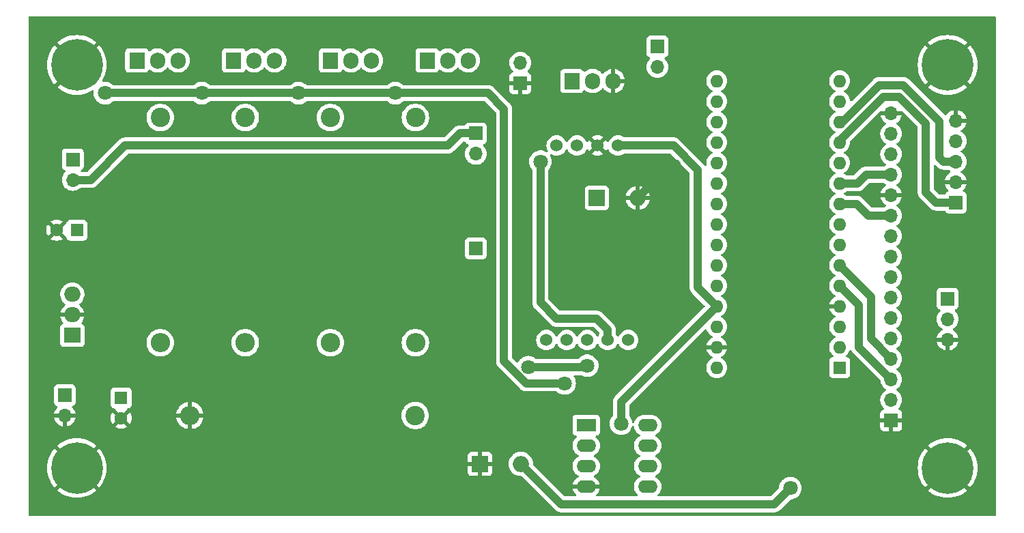
<source format=gbr>
%TF.GenerationSoftware,KiCad,Pcbnew,7.0.7*%
%TF.CreationDate,2023-11-30T13:52:08+01:00*%
%TF.ProjectId,CC_Load,43435f4c-6f61-4642-9e6b-696361645f70,rev?*%
%TF.SameCoordinates,Original*%
%TF.FileFunction,Copper,L2,Bot*%
%TF.FilePolarity,Positive*%
%FSLAX46Y46*%
G04 Gerber Fmt 4.6, Leading zero omitted, Abs format (unit mm)*
G04 Created by KiCad (PCBNEW 7.0.7) date 2023-11-30 13:52:08*
%MOMM*%
%LPD*%
G01*
G04 APERTURE LIST*
%TA.AperFunction,ComponentPad*%
%ADD10O,1.700000X1.700000*%
%TD*%
%TA.AperFunction,ComponentPad*%
%ADD11R,1.700000X1.700000*%
%TD*%
%TA.AperFunction,ComponentPad*%
%ADD12R,2.400000X1.600000*%
%TD*%
%TA.AperFunction,ComponentPad*%
%ADD13O,2.400000X1.600000*%
%TD*%
%TA.AperFunction,ComponentPad*%
%ADD14R,2.000000X1.905000*%
%TD*%
%TA.AperFunction,ComponentPad*%
%ADD15O,2.000000X1.905000*%
%TD*%
%TA.AperFunction,ComponentPad*%
%ADD16C,2.400000*%
%TD*%
%TA.AperFunction,ComponentPad*%
%ADD17O,2.400000X2.400000*%
%TD*%
%TA.AperFunction,ComponentPad*%
%ADD18O,1.905000X2.000000*%
%TD*%
%TA.AperFunction,ComponentPad*%
%ADD19R,1.905000X2.000000*%
%TD*%
%TA.AperFunction,ComponentPad*%
%ADD20C,6.400000*%
%TD*%
%TA.AperFunction,ComponentPad*%
%ADD21R,2.000000X2.000000*%
%TD*%
%TA.AperFunction,ComponentPad*%
%ADD22O,2.000000X2.000000*%
%TD*%
%TA.AperFunction,ComponentPad*%
%ADD23R,1.600000X1.600000*%
%TD*%
%TA.AperFunction,ComponentPad*%
%ADD24C,1.600000*%
%TD*%
%TA.AperFunction,ComponentPad*%
%ADD25C,1.524000*%
%TD*%
%TA.AperFunction,ComponentPad*%
%ADD26O,1.600000X1.600000*%
%TD*%
%TA.AperFunction,ViaPad*%
%ADD27C,1.800000*%
%TD*%
%TA.AperFunction,Conductor*%
%ADD28C,1.000000*%
%TD*%
G04 APERTURE END LIST*
D10*
%TO.P,RV1,3,3*%
%TO.N,GND*%
X164000000Y-70080000D03*
%TO.P,RV1,2,2*%
%TO.N,Net-(J5-Pin_14)*%
X164000000Y-67540000D03*
D11*
%TO.P,RV1,1,1*%
%TO.N,+5V*%
X164000000Y-65000000D03*
%TD*%
D12*
%TO.P,U2,1*%
%TO.N,Net-(U2A--)*%
X119175000Y-80700000D03*
D13*
%TO.P,U2,2,-*%
X119175000Y-83240000D03*
%TO.P,U2,3,+*%
%TO.N,Net-(U2A-+)*%
X119175000Y-85780000D03*
%TO.P,U2,4,V-*%
%TO.N,GND*%
X119175000Y-88320000D03*
%TO.P,U2,5,+*%
%TO.N,Net-(U2B-+)*%
X126795000Y-88320000D03*
%TO.P,U2,6,-*%
%TO.N,Net-(U2B--)*%
X126795000Y-85780000D03*
%TO.P,U2,7*%
%TO.N,Net-(C6-Pad1)*%
X126795000Y-83240000D03*
%TO.P,U2,8,V+*%
%TO.N,+5V*%
X126795000Y-80700000D03*
%TD*%
D14*
%TO.P,U1,1,VI*%
%TO.N,+12V*%
X55445000Y-69540000D03*
D15*
%TO.P,U1,2,GND*%
%TO.N,GND*%
X55445000Y-67000000D03*
%TO.P,U1,3,VO*%
%TO.N,+5V*%
X55445000Y-64460000D03*
%TD*%
D11*
%TO.P,TH1,1*%
%TO.N,+5V*%
X105500000Y-44500000D03*
D10*
%TO.P,TH1,2*%
%TO.N,temp_sense*%
X105500000Y-47040000D03*
%TD*%
D16*
%TO.P,R21,1*%
%TO.N,Net-(D2-A)*%
X97970000Y-79500000D03*
D17*
%TO.P,R21,2*%
%TO.N,GND*%
X70030000Y-79500000D03*
%TD*%
D16*
%TO.P,R15,1*%
%TO.N,Net-(Q4-S)*%
X98000000Y-42530000D03*
D17*
%TO.P,R15,2*%
%TO.N,Net-(D2-A)*%
X98000000Y-70470000D03*
%TD*%
D16*
%TO.P,R14,1*%
%TO.N,Net-(Q3-S)*%
X87450000Y-42530000D03*
D17*
%TO.P,R14,2*%
%TO.N,Net-(D2-A)*%
X87450000Y-70470000D03*
%TD*%
D16*
%TO.P,R13,1*%
%TO.N,Net-(Q2-S)*%
X76900000Y-42530000D03*
D17*
%TO.P,R13,2*%
%TO.N,Net-(D2-A)*%
X76900000Y-70470000D03*
%TD*%
%TO.P,R12,2*%
%TO.N,Net-(D2-A)*%
X66350000Y-70470000D03*
D16*
%TO.P,R12,1*%
%TO.N,Net-(Q1-S)*%
X66350000Y-42530000D03*
%TD*%
D18*
%TO.P,Q5,3,S*%
%TO.N,GND*%
X122500000Y-38000000D03*
%TO.P,Q5,2,D*%
%TO.N,Net-(J7-Pin_1)*%
X119960000Y-38000000D03*
D19*
%TO.P,Q5,1,G*%
%TO.N,Net-(Q5-G)*%
X117420000Y-38000000D03*
%TD*%
D18*
%TO.P,Q4,3,S*%
%TO.N,Net-(Q4-S)*%
X104540000Y-35445000D03*
%TO.P,Q4,2,D*%
%TO.N,Net-(J4-Pin_2)*%
X102000000Y-35445000D03*
D19*
%TO.P,Q4,1,G*%
%TO.N,Net-(Q4-G)*%
X99460000Y-35445000D03*
%TD*%
D18*
%TO.P,Q3,3,S*%
%TO.N,Net-(Q3-S)*%
X92540000Y-35445000D03*
%TO.P,Q3,2,D*%
%TO.N,Net-(J4-Pin_2)*%
X90000000Y-35445000D03*
D19*
%TO.P,Q3,1,G*%
%TO.N,Net-(Q3-G)*%
X87460000Y-35445000D03*
%TD*%
D18*
%TO.P,Q2,3,S*%
%TO.N,Net-(Q2-S)*%
X80540000Y-35445000D03*
%TO.P,Q2,2,D*%
%TO.N,Net-(J4-Pin_2)*%
X78000000Y-35445000D03*
D19*
%TO.P,Q2,1,G*%
%TO.N,Net-(Q2-G)*%
X75460000Y-35445000D03*
%TD*%
D18*
%TO.P,Q1,3,S*%
%TO.N,Net-(Q1-S)*%
X68540000Y-35445000D03*
%TO.P,Q1,2,D*%
%TO.N,Net-(J4-Pin_2)*%
X66000000Y-35445000D03*
D19*
%TO.P,Q1,1,G*%
%TO.N,Net-(Q1-G)*%
X63460000Y-35445000D03*
%TD*%
D11*
%TO.P,J7,1,Pin_1*%
%TO.N,Net-(J7-Pin_1)*%
X128000000Y-33725000D03*
D10*
%TO.P,J7,2,Pin_2*%
%TO.N,+12V*%
X128000000Y-36265000D03*
%TD*%
D11*
%TO.P,J6,1,Pin_1*%
%TO.N,Net-(A1-D9)*%
X165000000Y-53075000D03*
D10*
%TO.P,J6,2,Pin_2*%
%TO.N,GND*%
X165000000Y-50535000D03*
%TO.P,J6,3,Pin_3*%
%TO.N,Net-(A1-D10)*%
X165000000Y-47995000D03*
%TO.P,J6,4,Pin_4*%
%TO.N,Net-(A1-MOSI)*%
X165000000Y-45455000D03*
%TO.P,J6,5,Pin_5*%
%TO.N,GND*%
X165000000Y-42915000D03*
%TD*%
D11*
%TO.P,J5,1,Pin_1*%
%TO.N,GND*%
X157000000Y-80100000D03*
D10*
%TO.P,J5,2,Pin_2*%
%TO.N,Net-(J5-Pin_2)*%
X157000000Y-77560000D03*
%TO.P,J5,3,Pin_3*%
%TO.N,Net-(A1-D2)*%
X157000000Y-75020000D03*
%TO.P,J5,4,Pin_4*%
%TO.N,Net-(A1-D3)*%
X157000000Y-72480000D03*
%TO.P,J5,5,Pin_5*%
%TO.N,Net-(A1-D4)*%
X157000000Y-69940000D03*
%TO.P,J5,6,Pin_6*%
%TO.N,Net-(A1-D5)*%
X157000000Y-67400000D03*
%TO.P,J5,7,Pin_7*%
%TO.N,unconnected-(J5-Pin_7-Pad7)*%
X157000000Y-64860000D03*
%TO.P,J5,8,Pin_8*%
%TO.N,unconnected-(J5-Pin_8-Pad8)*%
X157000000Y-62320000D03*
%TO.P,J5,9,Pin_9*%
%TO.N,unconnected-(J5-Pin_9-Pad9)*%
X157000000Y-59780000D03*
%TO.P,J5,10,Pin_10*%
%TO.N,unconnected-(J5-Pin_10-Pad10)*%
X157000000Y-57240000D03*
%TO.P,J5,11,Pin_11*%
%TO.N,Net-(A1-D6)*%
X157000000Y-54700000D03*
%TO.P,J5,12,Pin_12*%
%TO.N,GND*%
X157000000Y-52160000D03*
%TO.P,J5,13,Pin_13*%
%TO.N,Net-(A1-D7)*%
X157000000Y-49620000D03*
%TO.P,J5,14,Pin_14*%
%TO.N,Net-(J5-Pin_14)*%
X157000000Y-47080000D03*
%TO.P,J5,15,Pin_15*%
%TO.N,+5V*%
X157000000Y-44540000D03*
%TO.P,J5,16,Pin_16*%
%TO.N,GND*%
X157000000Y-42000000D03*
%TD*%
D11*
%TO.P,J4,1,Pin_1*%
%TO.N,GND*%
X111000000Y-38275000D03*
D10*
%TO.P,J4,2,Pin_2*%
%TO.N,Net-(J4-Pin_2)*%
X111000000Y-35735000D03*
%TD*%
D11*
%TO.P,J3,1,Pin_1*%
%TO.N,Net-(J3-Pin_1)*%
X55500000Y-47725000D03*
D10*
%TO.P,J3,2,Pin_2*%
%TO.N,+5V*%
X55500000Y-50265000D03*
%TD*%
%TO.P,J2,2,Pin_2*%
%TO.N,GND*%
X54500000Y-79500000D03*
D11*
%TO.P,J2,1,Pin_1*%
%TO.N,+12V*%
X54500000Y-76960000D03*
%TD*%
%TO.P,J1,1,Pin_1*%
%TO.N,Net-(J1-Pin_1)*%
X105500000Y-58770000D03*
%TD*%
D20*
%TO.P,H4,1,1*%
%TO.N,GND*%
X164000000Y-86000000D03*
%TD*%
%TO.P,H3,1,1*%
%TO.N,GND*%
X56000000Y-86000000D03*
%TD*%
%TO.P,H2,1,1*%
%TO.N,GND*%
X164000000Y-36000000D03*
%TD*%
%TO.P,H1,1,1*%
%TO.N,GND*%
X56000000Y-36000000D03*
%TD*%
D21*
%TO.P,D2,1,K*%
%TO.N,GND*%
X105997500Y-85500000D03*
D22*
%TO.P,D2,2,A*%
%TO.N,Net-(D2-A)*%
X111077500Y-85500000D03*
%TD*%
D21*
%TO.P,D1,1,K*%
%TO.N,volt_sense*%
X120500000Y-52500000D03*
D22*
%TO.P,D1,2,A*%
%TO.N,GND*%
X125580000Y-52500000D03*
%TD*%
D23*
%TO.P,C2,1*%
%TO.N,+5V*%
X56000000Y-56500000D03*
D24*
%TO.P,C2,2*%
%TO.N,GND*%
X53500000Y-56500000D03*
%TD*%
D23*
%TO.P,C1,1*%
%TO.N,+12V*%
X61500000Y-77317621D03*
D24*
%TO.P,C1,2*%
%TO.N,GND*%
X61500000Y-79817621D03*
%TD*%
D25*
%TO.P,A2,1,AOUT*%
%TO.N,curr_set*%
X114230000Y-70130000D03*
%TO.P,A2,2,AIN0*%
%TO.N,curr_sense*%
X116770000Y-70130000D03*
%TO.P,A2,3,AIN1*%
%TO.N,volt_sense*%
X119310000Y-70130000D03*
%TO.P,A2,4,AIN2*%
%TO.N,temp_sense*%
X121850000Y-70130000D03*
%TO.P,A2,5,AIN3*%
%TO.N,unconnected-(A2-AIN3-Pad5)*%
X124390000Y-70130000D03*
%TO.P,A2,6,SCL*%
%TO.N,Net-(A1-SCL{slash}A5)*%
X115500000Y-46000000D03*
%TO.P,A2,7,SDA*%
%TO.N,Net-(A1-SDA{slash}A4)*%
X118040000Y-46000000D03*
%TO.P,A2,8,GND*%
%TO.N,GND*%
X120580000Y-46000000D03*
%TO.P,A2,9,VCC*%
%TO.N,+5V*%
X123120000Y-46000000D03*
%TD*%
D23*
%TO.P,A1,1,TX1*%
%TO.N,unconnected-(A1-TX1-Pad1)*%
X150610000Y-73550000D03*
D26*
%TO.P,A1,2,RX1*%
%TO.N,unconnected-(A1-RX1-Pad2)*%
X150610000Y-71010000D03*
%TO.P,A1,3,~{RESET}*%
%TO.N,unconnected-(A1-~{RESET}-Pad3)*%
X150610000Y-68470000D03*
%TO.P,A1,4,GND*%
%TO.N,GND*%
X150610000Y-65930000D03*
%TO.P,A1,5,D2*%
%TO.N,Net-(A1-D2)*%
X150610000Y-63390000D03*
%TO.P,A1,6,D3*%
%TO.N,Net-(A1-D3)*%
X150610000Y-60850000D03*
%TO.P,A1,7,D4*%
%TO.N,Net-(A1-D4)*%
X150610000Y-58310000D03*
%TO.P,A1,8,D5*%
%TO.N,Net-(A1-D5)*%
X150610000Y-55770000D03*
%TO.P,A1,9,D6*%
%TO.N,Net-(A1-D6)*%
X150610000Y-53230000D03*
%TO.P,A1,10,D7*%
%TO.N,Net-(A1-D7)*%
X150610000Y-50690000D03*
%TO.P,A1,11,D8*%
%TO.N,unconnected-(A1-D8-Pad11)*%
X150610000Y-48150000D03*
%TO.P,A1,12,D9*%
%TO.N,Net-(A1-D9)*%
X150610000Y-45610000D03*
%TO.P,A1,13,D10*%
%TO.N,Net-(A1-D10)*%
X150610000Y-43070000D03*
%TO.P,A1,14,MOSI*%
%TO.N,Net-(A1-MOSI)*%
X150610000Y-40530000D03*
%TO.P,A1,15,MISO*%
%TO.N,unconnected-(A1-MISO-Pad15)*%
X150610000Y-37990000D03*
%TO.P,A1,16,SCK*%
%TO.N,fan_control*%
X135370000Y-37990000D03*
%TO.P,A1,17,3V3*%
%TO.N,unconnected-(A1-3V3-Pad17)*%
X135370000Y-40530000D03*
%TO.P,A1,18,AREF*%
%TO.N,unconnected-(A1-AREF-Pad18)*%
X135370000Y-43070000D03*
%TO.P,A1,19,A0*%
%TO.N,unconnected-(A1-A0-Pad19)*%
X135370000Y-45610000D03*
%TO.P,A1,20,A1*%
%TO.N,unconnected-(A1-A1-Pad20)*%
X135370000Y-48150000D03*
%TO.P,A1,21,A2*%
%TO.N,unconnected-(A1-A2-Pad21)*%
X135370000Y-50690000D03*
%TO.P,A1,22,A3*%
%TO.N,unconnected-(A1-A3-Pad22)*%
X135370000Y-53230000D03*
%TO.P,A1,23,SDA/A4*%
%TO.N,Net-(A1-SDA{slash}A4)*%
X135370000Y-55770000D03*
%TO.P,A1,24,SCL/A5*%
%TO.N,Net-(A1-SCL{slash}A5)*%
X135370000Y-58310000D03*
%TO.P,A1,25,A6*%
%TO.N,unconnected-(A1-A6-Pad25)*%
X135370000Y-60850000D03*
%TO.P,A1,26,A7*%
%TO.N,unconnected-(A1-A7-Pad26)*%
X135370000Y-63390000D03*
%TO.P,A1,27,+5V*%
%TO.N,+5V*%
X135370000Y-65930000D03*
%TO.P,A1,28,~{RESET}*%
%TO.N,unconnected-(A1-~{RESET}-Pad28)*%
X135370000Y-68470000D03*
%TO.P,A1,29,GND*%
%TO.N,GND*%
X135370000Y-71010000D03*
%TO.P,A1,30,VIN*%
%TO.N,unconnected-(A1-VIN-Pad30)*%
X135370000Y-73550000D03*
%TD*%
D27*
%TO.N,GND*%
X130000000Y-48500000D03*
%TO.N,+5V*%
X123500000Y-80500000D03*
%TO.N,temp_sense*%
X113500000Y-48000000D03*
%TO.N,Net-(D2-A)*%
X144500000Y-88500000D03*
%TO.N,Net-(R10-Pad2)*%
X95500000Y-39500000D03*
X83500000Y-39500000D03*
X71500000Y-39500000D03*
X59500000Y-39500000D03*
X116500000Y-75500000D03*
%TO.N,volt_sense*%
X119310000Y-73310000D03*
X112000000Y-73500000D03*
%TD*%
D28*
%TO.N,Net-(A1-D9)*%
X150610000Y-45390000D02*
X150610000Y-45610000D01*
X156000000Y-40000000D02*
X150610000Y-45390000D01*
X158000000Y-40000000D02*
X156000000Y-40000000D01*
X161300000Y-43300000D02*
X158000000Y-40000000D01*
X161300000Y-51800000D02*
X161300000Y-43300000D01*
X165000000Y-53075000D02*
X162575000Y-53075000D01*
X162575000Y-53075000D02*
X161300000Y-51800000D01*
%TO.N,Net-(A1-D10)*%
X150930000Y-43070000D02*
X150610000Y-43070000D01*
X155500000Y-38500000D02*
X150930000Y-43070000D01*
X163495000Y-47995000D02*
X163000000Y-47500000D01*
X163000000Y-43000000D02*
X158500000Y-38500000D01*
X158500000Y-38500000D02*
X155500000Y-38500000D01*
X165000000Y-47995000D02*
X163495000Y-47995000D01*
X163000000Y-47500000D02*
X163000000Y-43000000D01*
%TO.N,GND*%
X129580000Y-48500000D02*
X125580000Y-52500000D01*
X130000000Y-48500000D02*
X129580000Y-48500000D01*
%TO.N,+5V*%
X123500000Y-80500000D02*
X123500000Y-77800000D01*
X123500000Y-77800000D02*
X135370000Y-65930000D01*
%TO.N,temp_sense*%
X121850000Y-68850000D02*
X121850000Y-70130000D01*
X120500000Y-67500000D02*
X121850000Y-68850000D01*
X113500000Y-65500000D02*
X115500000Y-67500000D01*
X113500000Y-48000000D02*
X113500000Y-65500000D01*
X115500000Y-67500000D02*
X120500000Y-67500000D01*
%TO.N,+5V*%
X62000000Y-46000000D02*
X57735000Y-50265000D01*
X102000000Y-46000000D02*
X62000000Y-46000000D01*
X57735000Y-50265000D02*
X55500000Y-50265000D01*
X103500000Y-44500000D02*
X102000000Y-46000000D01*
X105500000Y-44500000D02*
X103500000Y-44500000D01*
X130000000Y-46000000D02*
X123120000Y-46000000D01*
X133000000Y-49000000D02*
X130000000Y-46000000D01*
X133000000Y-63560000D02*
X133000000Y-49000000D01*
X135370000Y-65930000D02*
X133000000Y-63560000D01*
%TO.N,Net-(A1-D7)*%
X152810000Y-50690000D02*
X150610000Y-50690000D01*
X157000000Y-49620000D02*
X153880000Y-49620000D01*
X153880000Y-49620000D02*
X152810000Y-50690000D01*
%TO.N,Net-(A1-D6)*%
X152730000Y-53230000D02*
X150610000Y-53230000D01*
X154200000Y-54700000D02*
X152730000Y-53230000D01*
X157000000Y-54700000D02*
X154200000Y-54700000D01*
%TO.N,Net-(A1-D3)*%
X154500000Y-69980000D02*
X154500000Y-64740000D01*
X157000000Y-72480000D02*
X154500000Y-69980000D01*
X154500000Y-64740000D02*
X150610000Y-60850000D01*
%TO.N,Net-(A1-D2)*%
X153000000Y-71020000D02*
X153000000Y-65780000D01*
X153000000Y-65780000D02*
X150610000Y-63390000D01*
X157000000Y-75020000D02*
X153000000Y-71020000D01*
%TO.N,Net-(D2-A)*%
X116077500Y-90500000D02*
X111077500Y-85500000D01*
X144500000Y-88500000D02*
X142500000Y-90500000D01*
X142500000Y-90500000D02*
X116077500Y-90500000D01*
%TO.N,Net-(R10-Pad2)*%
X83500000Y-39500000D02*
X71500000Y-39500000D01*
X59500000Y-39500000D02*
X71500000Y-39500000D01*
X95500000Y-39500000D02*
X83500000Y-39500000D01*
X107000000Y-39500000D02*
X95500000Y-39500000D01*
X109000000Y-41500000D02*
X107000000Y-39500000D01*
X109000000Y-72762742D02*
X109000000Y-41500000D01*
X116500000Y-75500000D02*
X111737258Y-75500000D01*
X111737258Y-75500000D02*
X109000000Y-72762742D01*
%TO.N,volt_sense*%
X119120000Y-73500000D02*
X112000000Y-73500000D01*
X119310000Y-73310000D02*
X119120000Y-73500000D01*
%TD*%
%TA.AperFunction,Conductor*%
%TO.N,GND*%
G36*
X156106281Y-50640185D02*
G01*
X156126923Y-50656819D01*
X156128599Y-50658495D01*
X156307464Y-50783738D01*
X156314594Y-50788730D01*
X156358219Y-50843307D01*
X156365413Y-50912805D01*
X156333890Y-50975160D01*
X156314595Y-50991880D01*
X156128922Y-51121890D01*
X156128920Y-51121891D01*
X155961891Y-51288920D01*
X155961886Y-51288926D01*
X155826400Y-51482420D01*
X155826399Y-51482422D01*
X155726570Y-51696507D01*
X155726567Y-51696513D01*
X155669364Y-51909999D01*
X155669364Y-51910000D01*
X156386653Y-51910000D01*
X156453692Y-51929685D01*
X156499447Y-51982489D01*
X156509391Y-52051647D01*
X156505631Y-52068933D01*
X156503836Y-52075048D01*
X156500000Y-52088111D01*
X156500000Y-52231889D01*
X156502415Y-52240113D01*
X156505631Y-52251067D01*
X156505630Y-52320936D01*
X156467855Y-52379714D01*
X156404299Y-52408738D01*
X156386653Y-52410000D01*
X155669364Y-52410000D01*
X155726567Y-52623486D01*
X155726570Y-52623492D01*
X155826399Y-52837578D01*
X155961894Y-53031082D01*
X156128917Y-53198105D01*
X156314595Y-53328119D01*
X156358219Y-53382696D01*
X156365412Y-53452195D01*
X156333890Y-53514549D01*
X156314595Y-53531269D01*
X156128594Y-53661508D01*
X156126922Y-53663181D01*
X156126000Y-53663684D01*
X156124449Y-53664986D01*
X156124187Y-53664674D01*
X156065599Y-53696666D01*
X156039241Y-53699500D01*
X154665783Y-53699500D01*
X154598744Y-53679815D01*
X154578102Y-53663181D01*
X153446451Y-52531531D01*
X153385061Y-52466949D01*
X153385060Y-52466948D01*
X153385059Y-52466947D01*
X153357204Y-52447559D01*
X153334709Y-52431902D01*
X153330946Y-52429064D01*
X153283413Y-52390305D01*
X153283406Y-52390300D01*
X153252959Y-52374397D01*
X153246251Y-52370334D01*
X153218049Y-52350705D01*
X153218046Y-52350703D01*
X153218045Y-52350703D01*
X153218041Y-52350701D01*
X153161680Y-52326514D01*
X153157424Y-52324493D01*
X153103057Y-52296094D01*
X153103050Y-52296091D01*
X153103049Y-52296091D01*
X153097008Y-52294362D01*
X153070030Y-52286642D01*
X153062630Y-52284008D01*
X153031057Y-52270459D01*
X153031058Y-52270459D01*
X152970966Y-52258109D01*
X152966391Y-52256986D01*
X152907420Y-52240113D01*
X152907425Y-52240113D01*
X152873158Y-52237503D01*
X152865380Y-52236412D01*
X152831742Y-52229500D01*
X152831741Y-52229500D01*
X152770402Y-52229500D01*
X152765695Y-52229321D01*
X152760121Y-52228896D01*
X152704524Y-52224662D01*
X152684589Y-52227201D01*
X152670440Y-52229003D01*
X152662611Y-52229500D01*
X151487588Y-52229500D01*
X151420549Y-52209815D01*
X151416465Y-52207075D01*
X151373697Y-52177129D01*
X151262734Y-52099432D01*
X151204724Y-52072381D01*
X151152285Y-52026210D01*
X151133133Y-51959017D01*
X151153348Y-51892135D01*
X151204725Y-51847618D01*
X151262734Y-51820568D01*
X151416465Y-51712924D01*
X151482671Y-51690598D01*
X151487588Y-51690500D01*
X152797284Y-51690500D01*
X152886358Y-51692757D01*
X152886358Y-51692756D01*
X152886363Y-51692757D01*
X152946753Y-51681932D01*
X152951412Y-51681280D01*
X152993607Y-51676988D01*
X153012438Y-51675074D01*
X153045227Y-51664786D01*
X153052840Y-51662918D01*
X153086653Y-51656858D01*
X153143621Y-51634101D01*
X153148053Y-51632524D01*
X153206588Y-51614159D01*
X153236627Y-51597484D01*
X153243708Y-51594122D01*
X153275617Y-51581377D01*
X153326854Y-51547608D01*
X153330851Y-51545187D01*
X153384502Y-51515409D01*
X153410568Y-51493030D01*
X153416843Y-51488300D01*
X153425762Y-51482422D01*
X153445519Y-51469402D01*
X153488917Y-51426002D01*
X153492336Y-51422834D01*
X153538895Y-51382866D01*
X153559931Y-51355688D01*
X153565101Y-51349818D01*
X154258101Y-50656819D01*
X154319425Y-50623334D01*
X154345783Y-50620500D01*
X156039242Y-50620500D01*
X156106281Y-50640185D01*
G37*
%TD.AperFunction*%
%TA.AperFunction,Conductor*%
G36*
X162505703Y-48421070D02*
G01*
X162512181Y-48427102D01*
X162778566Y-48693487D01*
X162839938Y-48758050D01*
X162839941Y-48758053D01*
X162890281Y-48793092D01*
X162894043Y-48795928D01*
X162941587Y-48834694D01*
X162941590Y-48834695D01*
X162941593Y-48834698D01*
X162972045Y-48850604D01*
X162978758Y-48854672D01*
X163006951Y-48874295D01*
X163063329Y-48898489D01*
X163067578Y-48900507D01*
X163121951Y-48928909D01*
X163149489Y-48936788D01*
X163154974Y-48938358D01*
X163162368Y-48940990D01*
X163193942Y-48954540D01*
X163193945Y-48954540D01*
X163193946Y-48954541D01*
X163254022Y-48966887D01*
X163258600Y-48968010D01*
X163272501Y-48971987D01*
X163317582Y-48984887D01*
X163351839Y-48987495D01*
X163359614Y-48988586D01*
X163393255Y-48995500D01*
X163393259Y-48995500D01*
X163454599Y-48995500D01*
X163459305Y-48995678D01*
X163494063Y-48998325D01*
X163520476Y-49000337D01*
X163520476Y-49000336D01*
X163520477Y-49000337D01*
X163554560Y-48995996D01*
X163562390Y-48995500D01*
X164039242Y-48995500D01*
X164106281Y-49015185D01*
X164126923Y-49031819D01*
X164128599Y-49033495D01*
X164304045Y-49156344D01*
X164314594Y-49163730D01*
X164358219Y-49218307D01*
X164365413Y-49287805D01*
X164333890Y-49350160D01*
X164314595Y-49366880D01*
X164128922Y-49496890D01*
X164128920Y-49496891D01*
X163961891Y-49663920D01*
X163961886Y-49663926D01*
X163826400Y-49857420D01*
X163826399Y-49857422D01*
X163726570Y-50071507D01*
X163726567Y-50071513D01*
X163669364Y-50284999D01*
X163669364Y-50285000D01*
X164386653Y-50285000D01*
X164453692Y-50304685D01*
X164499447Y-50357489D01*
X164509391Y-50426647D01*
X164505631Y-50443933D01*
X164500000Y-50463111D01*
X164500000Y-50606888D01*
X164505631Y-50626067D01*
X164505630Y-50695936D01*
X164467855Y-50754714D01*
X164404299Y-50783738D01*
X164386653Y-50785000D01*
X163669364Y-50785000D01*
X163726567Y-50998486D01*
X163726570Y-50998492D01*
X163826399Y-51212578D01*
X163961894Y-51406082D01*
X164083946Y-51528134D01*
X164117431Y-51589457D01*
X164112447Y-51659149D01*
X164070575Y-51715082D01*
X164039598Y-51731997D01*
X163907671Y-51781202D01*
X163907664Y-51781206D01*
X163792455Y-51867452D01*
X163792452Y-51867455D01*
X163706206Y-51982664D01*
X163706204Y-51982668D01*
X163706204Y-51982669D01*
X163702039Y-51993834D01*
X163660171Y-52049766D01*
X163594707Y-52074184D01*
X163585859Y-52074500D01*
X163040783Y-52074500D01*
X162973744Y-52054815D01*
X162953102Y-52038181D01*
X162336819Y-51421898D01*
X162303334Y-51360575D01*
X162300500Y-51334217D01*
X162300500Y-48514783D01*
X162320185Y-48447744D01*
X162372989Y-48401989D01*
X162442147Y-48392045D01*
X162505703Y-48421070D01*
G37*
%TD.AperFunction*%
%TA.AperFunction,Conductor*%
G36*
X156453692Y-41769685D02*
G01*
X156499447Y-41822489D01*
X156509391Y-41891647D01*
X156505631Y-41908933D01*
X156500000Y-41928111D01*
X156500000Y-42071888D01*
X156505631Y-42091067D01*
X156505630Y-42160936D01*
X156467855Y-42219714D01*
X156404299Y-42248738D01*
X156386653Y-42250000D01*
X155669364Y-42250000D01*
X155726567Y-42463486D01*
X155726570Y-42463492D01*
X155826399Y-42677578D01*
X155961894Y-42871082D01*
X156128917Y-43038105D01*
X156314595Y-43168119D01*
X156358219Y-43222696D01*
X156365412Y-43292195D01*
X156333890Y-43354549D01*
X156314595Y-43371269D01*
X156128594Y-43501508D01*
X155961505Y-43668597D01*
X155825965Y-43862169D01*
X155825964Y-43862171D01*
X155726098Y-44076335D01*
X155726094Y-44076344D01*
X155664938Y-44304586D01*
X155664936Y-44304596D01*
X155644341Y-44539999D01*
X155644341Y-44540000D01*
X155664936Y-44775403D01*
X155664938Y-44775413D01*
X155726094Y-45003655D01*
X155726096Y-45003659D01*
X155726097Y-45003663D01*
X155790873Y-45142575D01*
X155825965Y-45217830D01*
X155825967Y-45217834D01*
X155961501Y-45411395D01*
X155961506Y-45411402D01*
X156128597Y-45578493D01*
X156128603Y-45578498D01*
X156314158Y-45708425D01*
X156357783Y-45763002D01*
X156364977Y-45832500D01*
X156333454Y-45894855D01*
X156314158Y-45911575D01*
X156128597Y-46041505D01*
X155961505Y-46208597D01*
X155825965Y-46402169D01*
X155825964Y-46402171D01*
X155726098Y-46616335D01*
X155726094Y-46616344D01*
X155664938Y-46844586D01*
X155664936Y-46844596D01*
X155644341Y-47079999D01*
X155644341Y-47080000D01*
X155664936Y-47315403D01*
X155664938Y-47315413D01*
X155726094Y-47543655D01*
X155726096Y-47543659D01*
X155726097Y-47543663D01*
X155800631Y-47703502D01*
X155825965Y-47757830D01*
X155825967Y-47757834D01*
X155961501Y-47951395D01*
X155961506Y-47951402D01*
X156128597Y-48118493D01*
X156128603Y-48118498D01*
X156314158Y-48248425D01*
X156357783Y-48303002D01*
X156364977Y-48372500D01*
X156333454Y-48434855D01*
X156314158Y-48451575D01*
X156128597Y-48581505D01*
X156126922Y-48583181D01*
X156126000Y-48583684D01*
X156124449Y-48584986D01*
X156124187Y-48584674D01*
X156065599Y-48616666D01*
X156039241Y-48619500D01*
X153892717Y-48619500D01*
X153848176Y-48618371D01*
X153803637Y-48617243D01*
X153803636Y-48617243D01*
X153803627Y-48617243D01*
X153743253Y-48628065D01*
X153738587Y-48628719D01*
X153677563Y-48634925D01*
X153677562Y-48634925D01*
X153644786Y-48645208D01*
X153637159Y-48647080D01*
X153603350Y-48653140D01*
X153603347Y-48653141D01*
X153546368Y-48675899D01*
X153541931Y-48677478D01*
X153483417Y-48695838D01*
X153483406Y-48695843D01*
X153453382Y-48712507D01*
X153446290Y-48715875D01*
X153427585Y-48723348D01*
X153414383Y-48728622D01*
X153414382Y-48728622D01*
X153414381Y-48728623D01*
X153414373Y-48728627D01*
X153363155Y-48762383D01*
X153359126Y-48764824D01*
X153305502Y-48794588D01*
X153305499Y-48794590D01*
X153279427Y-48816970D01*
X153273160Y-48821695D01*
X153244482Y-48840598D01*
X153244475Y-48840603D01*
X153201116Y-48883962D01*
X153197661Y-48887164D01*
X153151106Y-48927132D01*
X153151105Y-48927133D01*
X153130076Y-48954300D01*
X153124884Y-48960194D01*
X152431899Y-49653181D01*
X152370576Y-49686666D01*
X152344218Y-49689500D01*
X151487588Y-49689500D01*
X151420549Y-49669815D01*
X151416465Y-49667075D01*
X151411959Y-49663920D01*
X151262734Y-49559432D01*
X151204724Y-49532381D01*
X151152285Y-49486210D01*
X151133133Y-49419017D01*
X151153348Y-49352135D01*
X151204725Y-49307618D01*
X151262734Y-49280568D01*
X151449139Y-49150047D01*
X151610047Y-48989139D01*
X151740568Y-48802734D01*
X151836739Y-48596496D01*
X151895635Y-48376692D01*
X151915468Y-48150000D01*
X151912711Y-48118493D01*
X151902345Y-48000006D01*
X151895635Y-47923308D01*
X151836739Y-47703504D01*
X151740568Y-47497266D01*
X151610047Y-47310861D01*
X151610045Y-47310858D01*
X151449141Y-47149954D01*
X151262734Y-47019432D01*
X151262728Y-47019429D01*
X151228212Y-47003334D01*
X151204724Y-46992381D01*
X151152285Y-46946210D01*
X151133133Y-46879017D01*
X151153348Y-46812135D01*
X151204725Y-46767618D01*
X151262734Y-46740568D01*
X151449139Y-46610047D01*
X151610047Y-46449139D01*
X151740568Y-46262734D01*
X151836739Y-46056496D01*
X151895635Y-45836692D01*
X151915468Y-45610000D01*
X151911613Y-45565946D01*
X151925378Y-45497450D01*
X151947457Y-45467462D01*
X155628602Y-41786317D01*
X155689923Y-41752834D01*
X155716281Y-41750000D01*
X156386653Y-41750000D01*
X156453692Y-41769685D01*
G37*
%TD.AperFunction*%
%TA.AperFunction,Conductor*%
G36*
X169942539Y-30020185D02*
G01*
X169988294Y-30072989D01*
X169999500Y-30124500D01*
X169999500Y-91875500D01*
X169979815Y-91942539D01*
X169927011Y-91988294D01*
X169875500Y-91999500D01*
X50124500Y-91999500D01*
X50057461Y-91979815D01*
X50011706Y-91927011D01*
X50000500Y-91875500D01*
X50000500Y-86000000D01*
X52294922Y-86000000D01*
X52315219Y-86387287D01*
X52375886Y-86770323D01*
X52375887Y-86770330D01*
X52476262Y-87144936D01*
X52615244Y-87506994D01*
X52791310Y-87852543D01*
X53002531Y-88177793D01*
X53211095Y-88435350D01*
X53211096Y-88435350D01*
X54607413Y-87039032D01*
X54668736Y-87005547D01*
X54738427Y-87010531D01*
X54789381Y-87046179D01*
X54865130Y-87134870D01*
X54897343Y-87162382D01*
X54953816Y-87210615D01*
X54992009Y-87269122D01*
X54992507Y-87338990D01*
X54960965Y-87392586D01*
X53564648Y-88788903D01*
X53564649Y-88788904D01*
X53822206Y-88997468D01*
X54147456Y-89208689D01*
X54493005Y-89384755D01*
X54855063Y-89523737D01*
X55229669Y-89624112D01*
X55229676Y-89624113D01*
X55612712Y-89684780D01*
X55999999Y-89705078D01*
X56000001Y-89705078D01*
X56387287Y-89684780D01*
X56770323Y-89624113D01*
X56770330Y-89624112D01*
X57144936Y-89523737D01*
X57506994Y-89384755D01*
X57852543Y-89208689D01*
X58177783Y-88997476D01*
X58177785Y-88997475D01*
X58435349Y-88788902D01*
X57039033Y-87392586D01*
X57005548Y-87331263D01*
X57010532Y-87261571D01*
X57046180Y-87210617D01*
X57134870Y-87134870D01*
X57210617Y-87046180D01*
X57269121Y-87007990D01*
X57338989Y-87007490D01*
X57392586Y-87039033D01*
X58788902Y-88435349D01*
X58997475Y-88177785D01*
X58997476Y-88177783D01*
X59208689Y-87852543D01*
X59384755Y-87506994D01*
X59523737Y-87144936D01*
X59624112Y-86770330D01*
X59624113Y-86770323D01*
X59659350Y-86547844D01*
X104497500Y-86547844D01*
X104503901Y-86607372D01*
X104503903Y-86607379D01*
X104554145Y-86742086D01*
X104554149Y-86742093D01*
X104640309Y-86857187D01*
X104640312Y-86857190D01*
X104755406Y-86943350D01*
X104755413Y-86943354D01*
X104890120Y-86993596D01*
X104890127Y-86993598D01*
X104949655Y-86999999D01*
X104949672Y-87000000D01*
X105747500Y-87000000D01*
X105747500Y-86112301D01*
X105767185Y-86045262D01*
X105819989Y-85999507D01*
X105889147Y-85989563D01*
X105961737Y-86000000D01*
X105961738Y-86000000D01*
X106033262Y-86000000D01*
X106033263Y-86000000D01*
X106105853Y-85989563D01*
X106175012Y-85999507D01*
X106227815Y-86045262D01*
X106247500Y-86112301D01*
X106247500Y-87000000D01*
X107045328Y-87000000D01*
X107045344Y-86999999D01*
X107104872Y-86993598D01*
X107104879Y-86993596D01*
X107239586Y-86943354D01*
X107239593Y-86943350D01*
X107354687Y-86857190D01*
X107354690Y-86857187D01*
X107440850Y-86742093D01*
X107440854Y-86742086D01*
X107491096Y-86607379D01*
X107491098Y-86607372D01*
X107497499Y-86547844D01*
X107497500Y-86547827D01*
X107497500Y-85750000D01*
X106610847Y-85750000D01*
X106543808Y-85730315D01*
X106498053Y-85677511D01*
X106488109Y-85608353D01*
X106491869Y-85591067D01*
X106493643Y-85585022D01*
X106497500Y-85571889D01*
X106497500Y-85500005D01*
X109571857Y-85500005D01*
X109592390Y-85747812D01*
X109592392Y-85747824D01*
X109653436Y-85988881D01*
X109753326Y-86216606D01*
X109889333Y-86424782D01*
X109921745Y-86459991D01*
X110057756Y-86607738D01*
X110253991Y-86760474D01*
X110472690Y-86878828D01*
X110707886Y-86959571D01*
X110953165Y-87000500D01*
X111111717Y-87000500D01*
X111178756Y-87020185D01*
X111199398Y-87036819D01*
X115361047Y-91198467D01*
X115422441Y-91263053D01*
X115422444Y-91263055D01*
X115422447Y-91263058D01*
X115456553Y-91286795D01*
X115472803Y-91298106D01*
X115476544Y-91300926D01*
X115524093Y-91339698D01*
X115554545Y-91355604D01*
X115561258Y-91359672D01*
X115589451Y-91379295D01*
X115645829Y-91403489D01*
X115650078Y-91405507D01*
X115704451Y-91433909D01*
X115731989Y-91441788D01*
X115737474Y-91443358D01*
X115744868Y-91445990D01*
X115776442Y-91459540D01*
X115776445Y-91459540D01*
X115776446Y-91459541D01*
X115836522Y-91471887D01*
X115841100Y-91473010D01*
X115843204Y-91473612D01*
X115900082Y-91489887D01*
X115934339Y-91492495D01*
X115942114Y-91493586D01*
X115975755Y-91500500D01*
X115975759Y-91500500D01*
X116037098Y-91500500D01*
X116041804Y-91500678D01*
X116069095Y-91502757D01*
X116102975Y-91505337D01*
X116102975Y-91505336D01*
X116102976Y-91505337D01*
X116137059Y-91500996D01*
X116144889Y-91500500D01*
X142487284Y-91500500D01*
X142576358Y-91502757D01*
X142576358Y-91502756D01*
X142576363Y-91502757D01*
X142636753Y-91491932D01*
X142641412Y-91491280D01*
X142683607Y-91486988D01*
X142702438Y-91485074D01*
X142735227Y-91474786D01*
X142742840Y-91472918D01*
X142776653Y-91466858D01*
X142833621Y-91444101D01*
X142838053Y-91442524D01*
X142896588Y-91424159D01*
X142926627Y-91407484D01*
X142933708Y-91404122D01*
X142965617Y-91391377D01*
X143016854Y-91357608D01*
X143020851Y-91355187D01*
X143074502Y-91325409D01*
X143100568Y-91303030D01*
X143106843Y-91298300D01*
X143107145Y-91298101D01*
X143135519Y-91279402D01*
X143178892Y-91236027D01*
X143182350Y-91232823D01*
X143185613Y-91230020D01*
X143228895Y-91192866D01*
X143249928Y-91165691D01*
X143255098Y-91159821D01*
X144478101Y-89936818D01*
X144539424Y-89903334D01*
X144565782Y-89900500D01*
X144616048Y-89900500D01*
X144616049Y-89900500D01*
X144844981Y-89862298D01*
X145064503Y-89786936D01*
X145268626Y-89676470D01*
X145451784Y-89533913D01*
X145608979Y-89363153D01*
X145735924Y-89168849D01*
X145829157Y-88956300D01*
X145886134Y-88731305D01*
X145888300Y-88705165D01*
X145905300Y-88500006D01*
X145905300Y-88499993D01*
X145886135Y-88268702D01*
X145886133Y-88268691D01*
X145829157Y-88043699D01*
X145735924Y-87831151D01*
X145608983Y-87636852D01*
X145608980Y-87636849D01*
X145608979Y-87636847D01*
X145451784Y-87466087D01*
X145451779Y-87466083D01*
X145451777Y-87466081D01*
X145268634Y-87323535D01*
X145268628Y-87323531D01*
X145064504Y-87213064D01*
X145064495Y-87213061D01*
X144844984Y-87137702D01*
X144673282Y-87109050D01*
X144616049Y-87099500D01*
X144383951Y-87099500D01*
X144338164Y-87107140D01*
X144155015Y-87137702D01*
X143935504Y-87213061D01*
X143935495Y-87213064D01*
X143731371Y-87323531D01*
X143731365Y-87323535D01*
X143548222Y-87466081D01*
X143548219Y-87466084D01*
X143548216Y-87466086D01*
X143548216Y-87466087D01*
X143534616Y-87480861D01*
X143391016Y-87636852D01*
X143264075Y-87831151D01*
X143170842Y-88043699D01*
X143113866Y-88268691D01*
X143113864Y-88268703D01*
X143099322Y-88444210D01*
X143074169Y-88509395D01*
X143063427Y-88521651D01*
X142121899Y-89463181D01*
X142060576Y-89496666D01*
X142034218Y-89499500D01*
X128154049Y-89499500D01*
X128087010Y-89479815D01*
X128041255Y-89427011D01*
X128031311Y-89357853D01*
X128060336Y-89294297D01*
X128066368Y-89287819D01*
X128195045Y-89159141D01*
X128195044Y-89159141D01*
X128195047Y-89159139D01*
X128325568Y-88972734D01*
X128421739Y-88766496D01*
X128480635Y-88546692D01*
X128500468Y-88320000D01*
X128480635Y-88093308D01*
X128421739Y-87873504D01*
X128325568Y-87667266D01*
X128195047Y-87480861D01*
X128195045Y-87480858D01*
X128034141Y-87319954D01*
X127847734Y-87189432D01*
X127847728Y-87189429D01*
X127789725Y-87162382D01*
X127737285Y-87116210D01*
X127718133Y-87049017D01*
X127738348Y-86982135D01*
X127789725Y-86937618D01*
X127847734Y-86910568D01*
X128034139Y-86780047D01*
X128195047Y-86619139D01*
X128325568Y-86432734D01*
X128421739Y-86226496D01*
X128480635Y-86006692D01*
X128481220Y-86000000D01*
X160294922Y-86000000D01*
X160315219Y-86387287D01*
X160375886Y-86770323D01*
X160375887Y-86770330D01*
X160476262Y-87144936D01*
X160615244Y-87506994D01*
X160791310Y-87852543D01*
X161002531Y-88177793D01*
X161211095Y-88435350D01*
X161211096Y-88435350D01*
X162607413Y-87039032D01*
X162668736Y-87005547D01*
X162738427Y-87010531D01*
X162789381Y-87046179D01*
X162865130Y-87134870D01*
X162897343Y-87162382D01*
X162953816Y-87210615D01*
X162992009Y-87269122D01*
X162992507Y-87338990D01*
X162960965Y-87392586D01*
X161564648Y-88788903D01*
X161564649Y-88788904D01*
X161822206Y-88997468D01*
X162147456Y-89208689D01*
X162493005Y-89384755D01*
X162855063Y-89523737D01*
X163229669Y-89624112D01*
X163229676Y-89624113D01*
X163612712Y-89684780D01*
X163999999Y-89705078D01*
X164000001Y-89705078D01*
X164387287Y-89684780D01*
X164770323Y-89624113D01*
X164770330Y-89624112D01*
X165144936Y-89523737D01*
X165506994Y-89384755D01*
X165852543Y-89208689D01*
X166177783Y-88997476D01*
X166177785Y-88997475D01*
X166435349Y-88788902D01*
X165039033Y-87392586D01*
X165005548Y-87331263D01*
X165010532Y-87261571D01*
X165046180Y-87210617D01*
X165134870Y-87134870D01*
X165210617Y-87046180D01*
X165269121Y-87007990D01*
X165338989Y-87007490D01*
X165392586Y-87039033D01*
X166788902Y-88435349D01*
X166997475Y-88177785D01*
X166997476Y-88177783D01*
X167208689Y-87852543D01*
X167384755Y-87506994D01*
X167523737Y-87144936D01*
X167624112Y-86770330D01*
X167624113Y-86770323D01*
X167684780Y-86387287D01*
X167705078Y-86000000D01*
X167705078Y-85999999D01*
X167684780Y-85612712D01*
X167624113Y-85229676D01*
X167624112Y-85229669D01*
X167523737Y-84855063D01*
X167384755Y-84493005D01*
X167208689Y-84147456D01*
X166997468Y-83822206D01*
X166788904Y-83564649D01*
X166788903Y-83564648D01*
X165392586Y-84960965D01*
X165331263Y-84994450D01*
X165261571Y-84989466D01*
X165210615Y-84953816D01*
X165189296Y-84928855D01*
X165134870Y-84865130D01*
X165046179Y-84789381D01*
X165007989Y-84730878D01*
X165007489Y-84661010D01*
X165039032Y-84607413D01*
X166435350Y-83211096D01*
X166435350Y-83211095D01*
X166177793Y-83002531D01*
X165852543Y-82791310D01*
X165506994Y-82615244D01*
X165144936Y-82476262D01*
X164770330Y-82375887D01*
X164770323Y-82375886D01*
X164387287Y-82315219D01*
X164000001Y-82294922D01*
X163999999Y-82294922D01*
X163612712Y-82315219D01*
X163229676Y-82375886D01*
X163229669Y-82375887D01*
X162855063Y-82476262D01*
X162493005Y-82615244D01*
X162147456Y-82791310D01*
X161822206Y-83002531D01*
X161564648Y-83211095D01*
X161564648Y-83211096D01*
X162960966Y-84607413D01*
X162994451Y-84668736D01*
X162989467Y-84738428D01*
X162953817Y-84789384D01*
X162865130Y-84865130D01*
X162789384Y-84953817D01*
X162730877Y-84992010D01*
X162661009Y-84992508D01*
X162607413Y-84960966D01*
X161211096Y-83564648D01*
X161211095Y-83564648D01*
X161002531Y-83822206D01*
X160791310Y-84147456D01*
X160615244Y-84493005D01*
X160476262Y-84855063D01*
X160375887Y-85229669D01*
X160375886Y-85229676D01*
X160315219Y-85612712D01*
X160294922Y-85999999D01*
X160294922Y-86000000D01*
X128481220Y-86000000D01*
X128500468Y-85780000D01*
X128480635Y-85553308D01*
X128421739Y-85333504D01*
X128325568Y-85127266D01*
X128195047Y-84940861D01*
X128195045Y-84940858D01*
X128034141Y-84779954D01*
X127847734Y-84649432D01*
X127847728Y-84649429D01*
X127789725Y-84622382D01*
X127737285Y-84576210D01*
X127718133Y-84509017D01*
X127738348Y-84442135D01*
X127789725Y-84397618D01*
X127847734Y-84370568D01*
X128034139Y-84240047D01*
X128195047Y-84079139D01*
X128325568Y-83892734D01*
X128421739Y-83686496D01*
X128480635Y-83466692D01*
X128500468Y-83240000D01*
X128480635Y-83013308D01*
X128421739Y-82793504D01*
X128325568Y-82587266D01*
X128195047Y-82400861D01*
X128195045Y-82400858D01*
X128034141Y-82239954D01*
X127847734Y-82109432D01*
X127847728Y-82109429D01*
X127789725Y-82082382D01*
X127737285Y-82036210D01*
X127718133Y-81969017D01*
X127738348Y-81902135D01*
X127789725Y-81857618D01*
X127847734Y-81830568D01*
X128034139Y-81700047D01*
X128195047Y-81539139D01*
X128325568Y-81352734D01*
X128421739Y-81146496D01*
X128480635Y-80926692D01*
X128500468Y-80700000D01*
X128480635Y-80473308D01*
X128428172Y-80277511D01*
X128421741Y-80253511D01*
X128421738Y-80253502D01*
X128415390Y-80239888D01*
X128325568Y-80047266D01*
X128195047Y-79860861D01*
X128195045Y-79860858D01*
X128034141Y-79699954D01*
X127847734Y-79569432D01*
X127847732Y-79569431D01*
X127641497Y-79473261D01*
X127641488Y-79473258D01*
X127421697Y-79414366D01*
X127421687Y-79414364D01*
X127251784Y-79399500D01*
X126338216Y-79399500D01*
X126168312Y-79414364D01*
X126168302Y-79414366D01*
X125948511Y-79473258D01*
X125948502Y-79473261D01*
X125742267Y-79569431D01*
X125742265Y-79569432D01*
X125555858Y-79699954D01*
X125394954Y-79860858D01*
X125264432Y-80047265D01*
X125264431Y-80047267D01*
X125168261Y-80253502D01*
X125168259Y-80253509D01*
X125136299Y-80372786D01*
X125099934Y-80432446D01*
X125037087Y-80462975D01*
X124967711Y-80454680D01*
X124913833Y-80410195D01*
X124892948Y-80350935D01*
X124886134Y-80268695D01*
X124869966Y-80204849D01*
X124829157Y-80043699D01*
X124735924Y-79831151D01*
X124608979Y-79636846D01*
X124608977Y-79636844D01*
X124533270Y-79554603D01*
X124502348Y-79491948D01*
X124500500Y-79470621D01*
X124500500Y-78265781D01*
X124520185Y-78198742D01*
X124536814Y-78178105D01*
X133918521Y-68796397D01*
X133979842Y-68762914D01*
X134049534Y-68767898D01*
X134105467Y-68809770D01*
X134125975Y-68851986D01*
X134143259Y-68916490D01*
X134143261Y-68916497D01*
X134239431Y-69122732D01*
X134239432Y-69122734D01*
X134369954Y-69309141D01*
X134530858Y-69470045D01*
X134530861Y-69470047D01*
X134717266Y-69600568D01*
X134775865Y-69627893D01*
X134828305Y-69674065D01*
X134847457Y-69741258D01*
X134827242Y-69808139D01*
X134775867Y-69852657D01*
X134717515Y-69879867D01*
X134531179Y-70010342D01*
X134370342Y-70171179D01*
X134239865Y-70357517D01*
X134143734Y-70563673D01*
X134143730Y-70563682D01*
X134091127Y-70759999D01*
X134091128Y-70760000D01*
X134756653Y-70760000D01*
X134823692Y-70779685D01*
X134869447Y-70832489D01*
X134879391Y-70901647D01*
X134875631Y-70918933D01*
X134870000Y-70938111D01*
X134870000Y-71081888D01*
X134875631Y-71101067D01*
X134875630Y-71170936D01*
X134837855Y-71229714D01*
X134774299Y-71258738D01*
X134756653Y-71260000D01*
X134091128Y-71260000D01*
X134143730Y-71456317D01*
X134143734Y-71456326D01*
X134239865Y-71662482D01*
X134370342Y-71848820D01*
X134531179Y-72009657D01*
X134717518Y-72140134D01*
X134717520Y-72140135D01*
X134775865Y-72167342D01*
X134828305Y-72213514D01*
X134847457Y-72280707D01*
X134827242Y-72347589D01*
X134775867Y-72392105D01*
X134717268Y-72419431D01*
X134717264Y-72419433D01*
X134530858Y-72549954D01*
X134369954Y-72710858D01*
X134239432Y-72897265D01*
X134239431Y-72897267D01*
X134143261Y-73103502D01*
X134143258Y-73103511D01*
X134084366Y-73323302D01*
X134084364Y-73323313D01*
X134064532Y-73549998D01*
X134064532Y-73550001D01*
X134084364Y-73776686D01*
X134084366Y-73776697D01*
X134143258Y-73996488D01*
X134143261Y-73996497D01*
X134239431Y-74202732D01*
X134239432Y-74202734D01*
X134369954Y-74389141D01*
X134530858Y-74550045D01*
X134530861Y-74550047D01*
X134717266Y-74680568D01*
X134923504Y-74776739D01*
X134923509Y-74776740D01*
X134923511Y-74776741D01*
X134952812Y-74784592D01*
X135143308Y-74835635D01*
X135305230Y-74849801D01*
X135369998Y-74855468D01*
X135370000Y-74855468D01*
X135370002Y-74855468D01*
X135426807Y-74850498D01*
X135596692Y-74835635D01*
X135816496Y-74776739D01*
X136022734Y-74680568D01*
X136209139Y-74550047D01*
X136370047Y-74389139D01*
X136500568Y-74202734D01*
X136596739Y-73996496D01*
X136655635Y-73776692D01*
X136675468Y-73550000D01*
X136672711Y-73518493D01*
X136665987Y-73441628D01*
X136655635Y-73323308D01*
X136596739Y-73103504D01*
X136500568Y-72897266D01*
X136370047Y-72710861D01*
X136370045Y-72710858D01*
X136209141Y-72549954D01*
X136022734Y-72419432D01*
X136022732Y-72419431D01*
X136011275Y-72414088D01*
X135964132Y-72392105D01*
X135911694Y-72345934D01*
X135892542Y-72278740D01*
X135912758Y-72211859D01*
X135964134Y-72167341D01*
X136022484Y-72140132D01*
X136208820Y-72009657D01*
X136369657Y-71848820D01*
X136500134Y-71662482D01*
X136596265Y-71456326D01*
X136596269Y-71456317D01*
X136648872Y-71260000D01*
X135983347Y-71260000D01*
X135916308Y-71240315D01*
X135870553Y-71187511D01*
X135860609Y-71118353D01*
X135864369Y-71101067D01*
X135870000Y-71081888D01*
X135870000Y-71010001D01*
X149304532Y-71010001D01*
X149324364Y-71236686D01*
X149324366Y-71236697D01*
X149383258Y-71456488D01*
X149383261Y-71456497D01*
X149479431Y-71662732D01*
X149479432Y-71662734D01*
X149609954Y-71849141D01*
X149770858Y-72010045D01*
X149795462Y-72027273D01*
X149839087Y-72081849D01*
X149846281Y-72151348D01*
X149814758Y-72213703D01*
X149754529Y-72249117D01*
X149737593Y-72252138D01*
X149702516Y-72255908D01*
X149567671Y-72306202D01*
X149567664Y-72306206D01*
X149452455Y-72392452D01*
X149452452Y-72392455D01*
X149366206Y-72507664D01*
X149366202Y-72507671D01*
X149315908Y-72642517D01*
X149309501Y-72702116D01*
X149309501Y-72702123D01*
X149309500Y-72702135D01*
X149309500Y-74397870D01*
X149309501Y-74397876D01*
X149315908Y-74457483D01*
X149366202Y-74592328D01*
X149366206Y-74592335D01*
X149452452Y-74707544D01*
X149452455Y-74707547D01*
X149567664Y-74793793D01*
X149567671Y-74793797D01*
X149702517Y-74844091D01*
X149702516Y-74844091D01*
X149709444Y-74844835D01*
X149762127Y-74850500D01*
X151457872Y-74850499D01*
X151517483Y-74844091D01*
X151652331Y-74793796D01*
X151767546Y-74707546D01*
X151853796Y-74592331D01*
X151904091Y-74457483D01*
X151910500Y-74397873D01*
X151910499Y-72702128D01*
X151904091Y-72642517D01*
X151901976Y-72636847D01*
X151853797Y-72507671D01*
X151853793Y-72507664D01*
X151767547Y-72392455D01*
X151767544Y-72392452D01*
X151652335Y-72306206D01*
X151652328Y-72306202D01*
X151517482Y-72255908D01*
X151517483Y-72255908D01*
X151482404Y-72252137D01*
X151417853Y-72225399D01*
X151378005Y-72168006D01*
X151375512Y-72098181D01*
X151411165Y-72038092D01*
X151424539Y-72027272D01*
X151440156Y-72016337D01*
X151449139Y-72010047D01*
X151610047Y-71849139D01*
X151740568Y-71662734D01*
X151836739Y-71456496D01*
X151836740Y-71456488D01*
X151836743Y-71456483D01*
X151842616Y-71434564D01*
X151878979Y-71374903D01*
X151941826Y-71344372D01*
X152011201Y-71352666D01*
X152065080Y-71397150D01*
X152072719Y-71411128D01*
X152072789Y-71411090D01*
X152092509Y-71446619D01*
X152095879Y-71453714D01*
X152108622Y-71485614D01*
X152108627Y-71485624D01*
X152142377Y-71536833D01*
X152144818Y-71540863D01*
X152174588Y-71594498D01*
X152174589Y-71594499D01*
X152174591Y-71594502D01*
X152196968Y-71620567D01*
X152201693Y-71626835D01*
X152203699Y-71629878D01*
X152220598Y-71655519D01*
X152263978Y-71698899D01*
X152267169Y-71702343D01*
X152307131Y-71748892D01*
X152307130Y-71748892D01*
X152334299Y-71769923D01*
X152340186Y-71775107D01*
X154006707Y-73441628D01*
X155618108Y-75053029D01*
X155651593Y-75114352D01*
X155653955Y-75129901D01*
X155664936Y-75255403D01*
X155664938Y-75255413D01*
X155726094Y-75483655D01*
X155726096Y-75483659D01*
X155726097Y-75483663D01*
X155825964Y-75697829D01*
X155825965Y-75697830D01*
X155825967Y-75697834D01*
X155961501Y-75891395D01*
X155961506Y-75891402D01*
X156128597Y-76058493D01*
X156128603Y-76058498D01*
X156314158Y-76188425D01*
X156357783Y-76243002D01*
X156364977Y-76312500D01*
X156333454Y-76374855D01*
X156314158Y-76391575D01*
X156128597Y-76521505D01*
X155961505Y-76688597D01*
X155825965Y-76882169D01*
X155825964Y-76882171D01*
X155726098Y-77096335D01*
X155726094Y-77096344D01*
X155664938Y-77324586D01*
X155664936Y-77324596D01*
X155644341Y-77559999D01*
X155644341Y-77560000D01*
X155664936Y-77795403D01*
X155664938Y-77795413D01*
X155726094Y-78023655D01*
X155726096Y-78023659D01*
X155726097Y-78023663D01*
X155807738Y-78198742D01*
X155825965Y-78237830D01*
X155825967Y-78237834D01*
X155922608Y-78375850D01*
X155961501Y-78431396D01*
X155961506Y-78431402D01*
X156083818Y-78553714D01*
X156117303Y-78615037D01*
X156112319Y-78684729D01*
X156070447Y-78740662D01*
X156039471Y-78757577D01*
X155907912Y-78806646D01*
X155907906Y-78806649D01*
X155792812Y-78892809D01*
X155792809Y-78892812D01*
X155706649Y-79007906D01*
X155706645Y-79007913D01*
X155656403Y-79142620D01*
X155656401Y-79142627D01*
X155650000Y-79202155D01*
X155650000Y-79850000D01*
X156386653Y-79850000D01*
X156453692Y-79869685D01*
X156499447Y-79922489D01*
X156509391Y-79991647D01*
X156505631Y-80008933D01*
X156500000Y-80028111D01*
X156500000Y-80171889D01*
X156503856Y-80185022D01*
X156505631Y-80191067D01*
X156505630Y-80260936D01*
X156467855Y-80319714D01*
X156404299Y-80348738D01*
X156386653Y-80350000D01*
X155650000Y-80350000D01*
X155650000Y-80997844D01*
X155656401Y-81057372D01*
X155656403Y-81057379D01*
X155706645Y-81192086D01*
X155706649Y-81192093D01*
X155792809Y-81307187D01*
X155792812Y-81307190D01*
X155907906Y-81393350D01*
X155907913Y-81393354D01*
X156042620Y-81443596D01*
X156042627Y-81443598D01*
X156102155Y-81449999D01*
X156102172Y-81450000D01*
X156750000Y-81450000D01*
X156750000Y-80712301D01*
X156769685Y-80645262D01*
X156822489Y-80599507D01*
X156891647Y-80589563D01*
X156964237Y-80600000D01*
X156964238Y-80600000D01*
X157035762Y-80600000D01*
X157035763Y-80600000D01*
X157108353Y-80589563D01*
X157177512Y-80599507D01*
X157230315Y-80645262D01*
X157250000Y-80712301D01*
X157250000Y-81450000D01*
X157897828Y-81450000D01*
X157897844Y-81449999D01*
X157957372Y-81443598D01*
X157957379Y-81443596D01*
X158092086Y-81393354D01*
X158092093Y-81393350D01*
X158207187Y-81307190D01*
X158207190Y-81307187D01*
X158293350Y-81192093D01*
X158293354Y-81192086D01*
X158343596Y-81057379D01*
X158343598Y-81057372D01*
X158349999Y-80997844D01*
X158350000Y-80997827D01*
X158350000Y-80350000D01*
X157613347Y-80350000D01*
X157546308Y-80330315D01*
X157500553Y-80277511D01*
X157490609Y-80208353D01*
X157494369Y-80191067D01*
X157496143Y-80185022D01*
X157500000Y-80171889D01*
X157500000Y-80028111D01*
X157494368Y-80008933D01*
X157494370Y-79939064D01*
X157532145Y-79880286D01*
X157595701Y-79851262D01*
X157613347Y-79850000D01*
X158350000Y-79850000D01*
X158350000Y-79202172D01*
X158349999Y-79202155D01*
X158343598Y-79142627D01*
X158343596Y-79142620D01*
X158293354Y-79007913D01*
X158293350Y-79007906D01*
X158207190Y-78892812D01*
X158207187Y-78892809D01*
X158092093Y-78806649D01*
X158092088Y-78806646D01*
X157960528Y-78757577D01*
X157904595Y-78715705D01*
X157880178Y-78650241D01*
X157895030Y-78581968D01*
X157916175Y-78553720D01*
X158038495Y-78431401D01*
X158174035Y-78237830D01*
X158273903Y-78023663D01*
X158335063Y-77795408D01*
X158355659Y-77560000D01*
X158335063Y-77324592D01*
X158273903Y-77096337D01*
X158174035Y-76882171D01*
X158160120Y-76862297D01*
X158038494Y-76688597D01*
X157871402Y-76521506D01*
X157871396Y-76521501D01*
X157685842Y-76391575D01*
X157642217Y-76336998D01*
X157635023Y-76267500D01*
X157666546Y-76205145D01*
X157685842Y-76188425D01*
X157726333Y-76160073D01*
X157871401Y-76058495D01*
X158038495Y-75891401D01*
X158174035Y-75697830D01*
X158273903Y-75483663D01*
X158335063Y-75255408D01*
X158355659Y-75020000D01*
X158335063Y-74784592D01*
X158273903Y-74556337D01*
X158174035Y-74342171D01*
X158076400Y-74202732D01*
X158038494Y-74148597D01*
X157871402Y-73981506D01*
X157871401Y-73981505D01*
X157749746Y-73896321D01*
X157685841Y-73851574D01*
X157642216Y-73796997D01*
X157635024Y-73727498D01*
X157666546Y-73665144D01*
X157685836Y-73648428D01*
X157871401Y-73518495D01*
X158038495Y-73351401D01*
X158174035Y-73157830D01*
X158273903Y-72943663D01*
X158335063Y-72715408D01*
X158355659Y-72480000D01*
X158354441Y-72466084D01*
X158348000Y-72392455D01*
X158335063Y-72244592D01*
X158276833Y-72027272D01*
X158273905Y-72016344D01*
X158273904Y-72016343D01*
X158273903Y-72016337D01*
X158174035Y-71802171D01*
X158155091Y-71775115D01*
X158038494Y-71608597D01*
X157871402Y-71441506D01*
X157871396Y-71441501D01*
X157685842Y-71311575D01*
X157642217Y-71256998D01*
X157635023Y-71187500D01*
X157666546Y-71125145D01*
X157685842Y-71108425D01*
X157723741Y-71081888D01*
X157871401Y-70978495D01*
X158038495Y-70811401D01*
X158174035Y-70617830D01*
X158273903Y-70403663D01*
X158335063Y-70175408D01*
X158355659Y-69940000D01*
X158335063Y-69704592D01*
X158282759Y-69509388D01*
X158273905Y-69476344D01*
X158273904Y-69476343D01*
X158273903Y-69476337D01*
X158174035Y-69262171D01*
X158136749Y-69208920D01*
X158038494Y-69068597D01*
X157871402Y-68901506D01*
X157871401Y-68901505D01*
X157749746Y-68816321D01*
X157685841Y-68771574D01*
X157642216Y-68716997D01*
X157635024Y-68647498D01*
X157666546Y-68585144D01*
X157685836Y-68568428D01*
X157871401Y-68438495D01*
X158038495Y-68271401D01*
X158174035Y-68077830D01*
X158273903Y-67863663D01*
X158335063Y-67635408D01*
X158343410Y-67540000D01*
X162644341Y-67540000D01*
X162664936Y-67775403D01*
X162664938Y-67775413D01*
X162726094Y-68003655D01*
X162726096Y-68003659D01*
X162726097Y-68003663D01*
X162804177Y-68171105D01*
X162825965Y-68217830D01*
X162825967Y-68217834D01*
X162961501Y-68411395D01*
X162961506Y-68411402D01*
X163128597Y-68578493D01*
X163128603Y-68578498D01*
X163314594Y-68708730D01*
X163358219Y-68763307D01*
X163365413Y-68832805D01*
X163333890Y-68895160D01*
X163314595Y-68911880D01*
X163128922Y-69041890D01*
X163128920Y-69041891D01*
X162961891Y-69208920D01*
X162961886Y-69208926D01*
X162826400Y-69402420D01*
X162826399Y-69402422D01*
X162726570Y-69616507D01*
X162726567Y-69616513D01*
X162669364Y-69829999D01*
X162669364Y-69830000D01*
X163386653Y-69830000D01*
X163453692Y-69849685D01*
X163499447Y-69902489D01*
X163509391Y-69971647D01*
X163505631Y-69988933D01*
X163500000Y-70008111D01*
X163500000Y-70151888D01*
X163505631Y-70171067D01*
X163505630Y-70240936D01*
X163467855Y-70299714D01*
X163404299Y-70328738D01*
X163386653Y-70330000D01*
X162669364Y-70330000D01*
X162726567Y-70543486D01*
X162726570Y-70543492D01*
X162826399Y-70757578D01*
X162961894Y-70951082D01*
X163128917Y-71118105D01*
X163322421Y-71253600D01*
X163536507Y-71353429D01*
X163536516Y-71353433D01*
X163750000Y-71410634D01*
X163750000Y-70692301D01*
X163769685Y-70625262D01*
X163822489Y-70579507D01*
X163891647Y-70569563D01*
X163964237Y-70580000D01*
X163964238Y-70580000D01*
X164035762Y-70580000D01*
X164035763Y-70580000D01*
X164108353Y-70569563D01*
X164177512Y-70579507D01*
X164230315Y-70625262D01*
X164250000Y-70692301D01*
X164250000Y-71410633D01*
X164463483Y-71353433D01*
X164463492Y-71353429D01*
X164677578Y-71253600D01*
X164871082Y-71118105D01*
X165038105Y-70951082D01*
X165173600Y-70757578D01*
X165273429Y-70543492D01*
X165273432Y-70543486D01*
X165330636Y-70330000D01*
X164613347Y-70330000D01*
X164546308Y-70310315D01*
X164500553Y-70257511D01*
X164490609Y-70188353D01*
X164494369Y-70171067D01*
X164500000Y-70151888D01*
X164500000Y-70008111D01*
X164494369Y-69988933D01*
X164494370Y-69919064D01*
X164532145Y-69860286D01*
X164595701Y-69831262D01*
X164613347Y-69830000D01*
X165330636Y-69830000D01*
X165330635Y-69829999D01*
X165273432Y-69616513D01*
X165273429Y-69616507D01*
X165173600Y-69402422D01*
X165173599Y-69402420D01*
X165038113Y-69208926D01*
X165038108Y-69208920D01*
X164871078Y-69041890D01*
X164685405Y-68911879D01*
X164641780Y-68857302D01*
X164634588Y-68787804D01*
X164666110Y-68725449D01*
X164685406Y-68708730D01*
X164772770Y-68647557D01*
X164871401Y-68578495D01*
X165038495Y-68411401D01*
X165174035Y-68217830D01*
X165273903Y-68003663D01*
X165335063Y-67775408D01*
X165355659Y-67540000D01*
X165335063Y-67304592D01*
X165276852Y-67087342D01*
X165273905Y-67076344D01*
X165273904Y-67076343D01*
X165273903Y-67076337D01*
X165174035Y-66862171D01*
X165173077Y-66860803D01*
X165038496Y-66668600D01*
X164990597Y-66620701D01*
X164916567Y-66546671D01*
X164883084Y-66485351D01*
X164888068Y-66415659D01*
X164929939Y-66359725D01*
X164960915Y-66342810D01*
X165092331Y-66293796D01*
X165207546Y-66207546D01*
X165293796Y-66092331D01*
X165344091Y-65957483D01*
X165350500Y-65897873D01*
X165350499Y-64102128D01*
X165344091Y-64042517D01*
X165337790Y-64025624D01*
X165293797Y-63907671D01*
X165293793Y-63907664D01*
X165207547Y-63792455D01*
X165207544Y-63792452D01*
X165092335Y-63706206D01*
X165092328Y-63706202D01*
X164957482Y-63655908D01*
X164957483Y-63655908D01*
X164897883Y-63649501D01*
X164897881Y-63649500D01*
X164897873Y-63649500D01*
X164897864Y-63649500D01*
X163102129Y-63649500D01*
X163102123Y-63649501D01*
X163042516Y-63655908D01*
X162907671Y-63706202D01*
X162907664Y-63706206D01*
X162792455Y-63792452D01*
X162792452Y-63792455D01*
X162706206Y-63907664D01*
X162706202Y-63907671D01*
X162655908Y-64042517D01*
X162651786Y-64080863D01*
X162649501Y-64102123D01*
X162649500Y-64102135D01*
X162649500Y-65897870D01*
X162649501Y-65897876D01*
X162655908Y-65957483D01*
X162706202Y-66092328D01*
X162706206Y-66092335D01*
X162792452Y-66207544D01*
X162792455Y-66207547D01*
X162907664Y-66293793D01*
X162907671Y-66293797D01*
X163039081Y-66342810D01*
X163095015Y-66384681D01*
X163119432Y-66450145D01*
X163104580Y-66518418D01*
X163083430Y-66546673D01*
X162961503Y-66668600D01*
X162825965Y-66862169D01*
X162825964Y-66862171D01*
X162726098Y-67076335D01*
X162726094Y-67076344D01*
X162664938Y-67304586D01*
X162664936Y-67304596D01*
X162644341Y-67539999D01*
X162644341Y-67540000D01*
X158343410Y-67540000D01*
X158355659Y-67400000D01*
X158335063Y-67164592D01*
X158286888Y-66984799D01*
X158273905Y-66936344D01*
X158273904Y-66936343D01*
X158273903Y-66936337D01*
X158174035Y-66722171D01*
X158158900Y-66700555D01*
X158038494Y-66528597D01*
X157871402Y-66361506D01*
X157871396Y-66361501D01*
X157685842Y-66231575D01*
X157642217Y-66176998D01*
X157635023Y-66107500D01*
X157666546Y-66045145D01*
X157685842Y-66028425D01*
X157826317Y-65930063D01*
X157871401Y-65898495D01*
X158038495Y-65731401D01*
X158174035Y-65537830D01*
X158273903Y-65323663D01*
X158335063Y-65095408D01*
X158355659Y-64860000D01*
X158335063Y-64624592D01*
X158273903Y-64396337D01*
X158174035Y-64182171D01*
X158162364Y-64165502D01*
X158038494Y-63988597D01*
X157871402Y-63821506D01*
X157871401Y-63821505D01*
X157706737Y-63706206D01*
X157685841Y-63691574D01*
X157642216Y-63636997D01*
X157635024Y-63567498D01*
X157666546Y-63505144D01*
X157685836Y-63488428D01*
X157871401Y-63358495D01*
X158038495Y-63191401D01*
X158174035Y-62997830D01*
X158273903Y-62783663D01*
X158335063Y-62555408D01*
X158355659Y-62320000D01*
X158335063Y-62084592D01*
X158273903Y-61856337D01*
X158174035Y-61642171D01*
X158076402Y-61502735D01*
X158038494Y-61448597D01*
X157871402Y-61281506D01*
X157871396Y-61281501D01*
X157685842Y-61151575D01*
X157642217Y-61096998D01*
X157635023Y-61027500D01*
X157666546Y-60965145D01*
X157685842Y-60948425D01*
X157708026Y-60932891D01*
X157871401Y-60818495D01*
X158038495Y-60651401D01*
X158174035Y-60457830D01*
X158273903Y-60243663D01*
X158335063Y-60015408D01*
X158355659Y-59780000D01*
X158335063Y-59544592D01*
X158273903Y-59316337D01*
X158174035Y-59102171D01*
X158076402Y-58962735D01*
X158038494Y-58908597D01*
X157871402Y-58741506D01*
X157871401Y-58741505D01*
X157685842Y-58611575D01*
X157685841Y-58611574D01*
X157642216Y-58556997D01*
X157635024Y-58487498D01*
X157666546Y-58425144D01*
X157685836Y-58408428D01*
X157871401Y-58278495D01*
X158038495Y-58111401D01*
X158174035Y-57917830D01*
X158273903Y-57703663D01*
X158335063Y-57475408D01*
X158355659Y-57240000D01*
X158335063Y-57004592D01*
X158273903Y-56776337D01*
X158174035Y-56562171D01*
X158130501Y-56499997D01*
X158038494Y-56368597D01*
X157871402Y-56201506D01*
X157871396Y-56201501D01*
X157685842Y-56071575D01*
X157642217Y-56016998D01*
X157635023Y-55947500D01*
X157666546Y-55885145D01*
X157685842Y-55868425D01*
X157826367Y-55770028D01*
X157871401Y-55738495D01*
X158038495Y-55571401D01*
X158174035Y-55377830D01*
X158273903Y-55163663D01*
X158335063Y-54935408D01*
X158355659Y-54700000D01*
X158335063Y-54464592D01*
X158273903Y-54236337D01*
X158174035Y-54022171D01*
X158173208Y-54020989D01*
X158038494Y-53828597D01*
X157871402Y-53661506D01*
X157871401Y-53661505D01*
X157685405Y-53531269D01*
X157641781Y-53476692D01*
X157634588Y-53407193D01*
X157666110Y-53344839D01*
X157685405Y-53328119D01*
X157871082Y-53198105D01*
X158038105Y-53031082D01*
X158173600Y-52837578D01*
X158273429Y-52623492D01*
X158273432Y-52623486D01*
X158330636Y-52410000D01*
X157613347Y-52410000D01*
X157546308Y-52390315D01*
X157500553Y-52337511D01*
X157490609Y-52268353D01*
X157494369Y-52251067D01*
X157497585Y-52240113D01*
X157500000Y-52231889D01*
X157500000Y-52088111D01*
X157496164Y-52075048D01*
X157494369Y-52068933D01*
X157494370Y-51999064D01*
X157532145Y-51940286D01*
X157595701Y-51911262D01*
X157613347Y-51910000D01*
X158330636Y-51910000D01*
X158330635Y-51909999D01*
X158273432Y-51696513D01*
X158273429Y-51696507D01*
X158173600Y-51482422D01*
X158173599Y-51482420D01*
X158038113Y-51288926D01*
X158038108Y-51288920D01*
X157871078Y-51121890D01*
X157685405Y-50991879D01*
X157641780Y-50937302D01*
X157634588Y-50867804D01*
X157666110Y-50805449D01*
X157685406Y-50788730D01*
X157690733Y-50785000D01*
X157871401Y-50658495D01*
X158038495Y-50491401D01*
X158174035Y-50297830D01*
X158273903Y-50083663D01*
X158335063Y-49855408D01*
X158355659Y-49620000D01*
X158335063Y-49384592D01*
X158273903Y-49156337D01*
X158174035Y-48942171D01*
X158173211Y-48940993D01*
X158038494Y-48748597D01*
X157871402Y-48581506D01*
X157871401Y-48581505D01*
X157695965Y-48458663D01*
X157685841Y-48451574D01*
X157642216Y-48396997D01*
X157635024Y-48327498D01*
X157666546Y-48265144D01*
X157685836Y-48248428D01*
X157871401Y-48118495D01*
X158038495Y-47951401D01*
X158174035Y-47757830D01*
X158273903Y-47543663D01*
X158335063Y-47315408D01*
X158355659Y-47080000D01*
X158335063Y-46844592D01*
X158278546Y-46633666D01*
X158273905Y-46616344D01*
X158273904Y-46616343D01*
X158273903Y-46616337D01*
X158174035Y-46402171D01*
X158159148Y-46380909D01*
X158038494Y-46208597D01*
X157871402Y-46041506D01*
X157871401Y-46041505D01*
X157695965Y-45918663D01*
X157685841Y-45911574D01*
X157642216Y-45856997D01*
X157635024Y-45787498D01*
X157666546Y-45725144D01*
X157685836Y-45708428D01*
X157871401Y-45578495D01*
X158038495Y-45411401D01*
X158174035Y-45217830D01*
X158273903Y-45003663D01*
X158335063Y-44775408D01*
X158355659Y-44540000D01*
X158335063Y-44304592D01*
X158273903Y-44076337D01*
X158174035Y-43862171D01*
X158120758Y-43786082D01*
X158038494Y-43668597D01*
X157871402Y-43501506D01*
X157871401Y-43501505D01*
X157685405Y-43371269D01*
X157641781Y-43316692D01*
X157634588Y-43247193D01*
X157666110Y-43184839D01*
X157685405Y-43168119D01*
X157871082Y-43038105D01*
X158038105Y-42871082D01*
X158173600Y-42677578D01*
X158273429Y-42463492D01*
X158273432Y-42463486D01*
X158330636Y-42250000D01*
X157613347Y-42250000D01*
X157546308Y-42230315D01*
X157500553Y-42177511D01*
X157490609Y-42108353D01*
X157494369Y-42091067D01*
X157500000Y-42071888D01*
X157500000Y-41928111D01*
X157494369Y-41908933D01*
X157494370Y-41839064D01*
X157532145Y-41780286D01*
X157595701Y-41751262D01*
X157613347Y-41750000D01*
X158283717Y-41750000D01*
X158350756Y-41769685D01*
X158371398Y-41786319D01*
X160263182Y-43678103D01*
X160296666Y-43739424D01*
X160299500Y-43765782D01*
X160299500Y-51787283D01*
X160297243Y-51876362D01*
X160297243Y-51876370D01*
X160308064Y-51936739D01*
X160308718Y-51941404D01*
X160314925Y-52002430D01*
X160314927Y-52002444D01*
X160325208Y-52035213D01*
X160327079Y-52042837D01*
X160333142Y-52076652D01*
X160333142Y-52076655D01*
X160355894Y-52133612D01*
X160357474Y-52138051D01*
X160375841Y-52196588D01*
X160375844Y-52196595D01*
X160392509Y-52226619D01*
X160395879Y-52233714D01*
X160408622Y-52265614D01*
X160408627Y-52265624D01*
X160442377Y-52316833D01*
X160444818Y-52320863D01*
X160474588Y-52374498D01*
X160474589Y-52374499D01*
X160474591Y-52374502D01*
X160496968Y-52400567D01*
X160501693Y-52406835D01*
X160514263Y-52425906D01*
X160520598Y-52435519D01*
X160563978Y-52478899D01*
X160567169Y-52482343D01*
X160607131Y-52528892D01*
X160607134Y-52528895D01*
X160634294Y-52549918D01*
X160640189Y-52555110D01*
X161858566Y-53773487D01*
X161919941Y-53838053D01*
X161919944Y-53838055D01*
X161919947Y-53838058D01*
X161947945Y-53857544D01*
X161970295Y-53873100D01*
X161974050Y-53875932D01*
X161989832Y-53888800D01*
X162021593Y-53914698D01*
X162052045Y-53930604D01*
X162058756Y-53934671D01*
X162086951Y-53954295D01*
X162143332Y-53978490D01*
X162147567Y-53980501D01*
X162201951Y-54008909D01*
X162234973Y-54018356D01*
X162242365Y-54020989D01*
X162273940Y-54034539D01*
X162273941Y-54034540D01*
X162287054Y-54037234D01*
X162334055Y-54046892D01*
X162338595Y-54048006D01*
X162397582Y-54064886D01*
X162431841Y-54067494D01*
X162439609Y-54068585D01*
X162473255Y-54075500D01*
X162473259Y-54075500D01*
X162534601Y-54075500D01*
X162539308Y-54075678D01*
X162575651Y-54078446D01*
X162600475Y-54080337D01*
X162600475Y-54080336D01*
X162600476Y-54080337D01*
X162634559Y-54075996D01*
X162642389Y-54075500D01*
X163585859Y-54075500D01*
X163652898Y-54095185D01*
X163698653Y-54147989D01*
X163702030Y-54156140D01*
X163706204Y-54167331D01*
X163706205Y-54167332D01*
X163706206Y-54167335D01*
X163792452Y-54282544D01*
X163792455Y-54282547D01*
X163907664Y-54368793D01*
X163907671Y-54368797D01*
X164042517Y-54419091D01*
X164042516Y-54419091D01*
X164049444Y-54419835D01*
X164102127Y-54425500D01*
X165897872Y-54425499D01*
X165957483Y-54419091D01*
X166092331Y-54368796D01*
X166207546Y-54282546D01*
X166293796Y-54167331D01*
X166344091Y-54032483D01*
X166350500Y-53972873D01*
X166350499Y-52177128D01*
X166344091Y-52117517D01*
X166337345Y-52099431D01*
X166293797Y-51982671D01*
X166293793Y-51982664D01*
X166207547Y-51867455D01*
X166207544Y-51867452D01*
X166092335Y-51781206D01*
X166092328Y-51781202D01*
X165960401Y-51731997D01*
X165904467Y-51690126D01*
X165880050Y-51624662D01*
X165894902Y-51556389D01*
X165916053Y-51528133D01*
X166038108Y-51406078D01*
X166173600Y-51212578D01*
X166273429Y-50998492D01*
X166273432Y-50998486D01*
X166330636Y-50785000D01*
X165613347Y-50785000D01*
X165546308Y-50765315D01*
X165500553Y-50712511D01*
X165490609Y-50643353D01*
X165494369Y-50626067D01*
X165500000Y-50606888D01*
X165500000Y-50463111D01*
X165494369Y-50443933D01*
X165494370Y-50374064D01*
X165532145Y-50315286D01*
X165595701Y-50286262D01*
X165613347Y-50285000D01*
X166330636Y-50285000D01*
X166330635Y-50284999D01*
X166273432Y-50071513D01*
X166273429Y-50071507D01*
X166173600Y-49857422D01*
X166173599Y-49857420D01*
X166038113Y-49663926D01*
X166038108Y-49663920D01*
X165871078Y-49496890D01*
X165685405Y-49366879D01*
X165641780Y-49312302D01*
X165634588Y-49242804D01*
X165666110Y-49180449D01*
X165685406Y-49163730D01*
X165871401Y-49033495D01*
X166038495Y-48866401D01*
X166174035Y-48672830D01*
X166273903Y-48458663D01*
X166335063Y-48230408D01*
X166355659Y-47995000D01*
X166351844Y-47951401D01*
X166335063Y-47759596D01*
X166335063Y-47759592D01*
X166273903Y-47531337D01*
X166174035Y-47317171D01*
X166144793Y-47275408D01*
X166038494Y-47123597D01*
X165871402Y-46956506D01*
X165871401Y-46956505D01*
X165711573Y-46844592D01*
X165685841Y-46826574D01*
X165642216Y-46771997D01*
X165635024Y-46702498D01*
X165666546Y-46640144D01*
X165685836Y-46623428D01*
X165871401Y-46493495D01*
X166038495Y-46326401D01*
X166174035Y-46132830D01*
X166273903Y-45918663D01*
X166335063Y-45690408D01*
X166355659Y-45455000D01*
X166351844Y-45411401D01*
X166347902Y-45366337D01*
X166335063Y-45219592D01*
X166285105Y-45033143D01*
X166273905Y-44991344D01*
X166273904Y-44991343D01*
X166273903Y-44991337D01*
X166174035Y-44777171D01*
X166156709Y-44752426D01*
X166038494Y-44583597D01*
X165871402Y-44416506D01*
X165871401Y-44416505D01*
X165685405Y-44286269D01*
X165641781Y-44231692D01*
X165634588Y-44162193D01*
X165666110Y-44099839D01*
X165685405Y-44083119D01*
X165871082Y-43953105D01*
X166038105Y-43786082D01*
X166173600Y-43592578D01*
X166273429Y-43378492D01*
X166273432Y-43378486D01*
X166330636Y-43165000D01*
X165613347Y-43165000D01*
X165546308Y-43145315D01*
X165500553Y-43092511D01*
X165490609Y-43023353D01*
X165494369Y-43006067D01*
X165500000Y-42986888D01*
X165500000Y-42843111D01*
X165494369Y-42823933D01*
X165494370Y-42754064D01*
X165532145Y-42695286D01*
X165595701Y-42666262D01*
X165613347Y-42665000D01*
X166330636Y-42665000D01*
X166330635Y-42664999D01*
X166273432Y-42451513D01*
X166273429Y-42451507D01*
X166173600Y-42237422D01*
X166173599Y-42237420D01*
X166038113Y-42043926D01*
X166038108Y-42043920D01*
X165871082Y-41876894D01*
X165677578Y-41741399D01*
X165463492Y-41641570D01*
X165463486Y-41641567D01*
X165250000Y-41584364D01*
X165250000Y-42302698D01*
X165230315Y-42369737D01*
X165177511Y-42415492D01*
X165108355Y-42425436D01*
X165035766Y-42415000D01*
X165035763Y-42415000D01*
X164964237Y-42415000D01*
X164964233Y-42415000D01*
X164891645Y-42425436D01*
X164822487Y-42415492D01*
X164769684Y-42369736D01*
X164750000Y-42302698D01*
X164750000Y-41584364D01*
X164749999Y-41584364D01*
X164536513Y-41641567D01*
X164536507Y-41641570D01*
X164322422Y-41741399D01*
X164322420Y-41741400D01*
X164128926Y-41876886D01*
X164128920Y-41876891D01*
X163961891Y-42043920D01*
X163961890Y-42043922D01*
X163839478Y-42218744D01*
X163784901Y-42262368D01*
X163715402Y-42269561D01*
X163653048Y-42238039D01*
X163650222Y-42235301D01*
X159216452Y-37801532D01*
X159155061Y-37736949D01*
X159155060Y-37736948D01*
X159155059Y-37736947D01*
X159120086Y-37712605D01*
X159104709Y-37701902D01*
X159100946Y-37699064D01*
X159053413Y-37660305D01*
X159053406Y-37660300D01*
X159022959Y-37644397D01*
X159016251Y-37640334D01*
X158988049Y-37620705D01*
X158988046Y-37620703D01*
X158988045Y-37620703D01*
X158988041Y-37620701D01*
X158931680Y-37596514D01*
X158927424Y-37594493D01*
X158873057Y-37566094D01*
X158873050Y-37566091D01*
X158873049Y-37566091D01*
X158867008Y-37564362D01*
X158840030Y-37556642D01*
X158832630Y-37554008D01*
X158801057Y-37540459D01*
X158801058Y-37540459D01*
X158740966Y-37528109D01*
X158736391Y-37526986D01*
X158677420Y-37510113D01*
X158677425Y-37510113D01*
X158643158Y-37507503D01*
X158635380Y-37506412D01*
X158601742Y-37499500D01*
X158601741Y-37499500D01*
X158540402Y-37499500D01*
X158535695Y-37499321D01*
X158530121Y-37498896D01*
X158474524Y-37494662D01*
X158454589Y-37497201D01*
X158440440Y-37499003D01*
X158432611Y-37499500D01*
X155512717Y-37499500D01*
X155423637Y-37497243D01*
X155423628Y-37497243D01*
X155372476Y-37506412D01*
X155363254Y-37508064D01*
X155358595Y-37508718D01*
X155297564Y-37514925D01*
X155297562Y-37514926D01*
X155264780Y-37525210D01*
X155257156Y-37527081D01*
X155254057Y-37527637D01*
X155223349Y-37533141D01*
X155166381Y-37555895D01*
X155161945Y-37557474D01*
X155103414Y-37575840D01*
X155103410Y-37575842D01*
X155073378Y-37592510D01*
X155066284Y-37595879D01*
X155034382Y-37608623D01*
X155034377Y-37608625D01*
X154983156Y-37642381D01*
X154979128Y-37644822D01*
X154925501Y-37674588D01*
X154899434Y-37696965D01*
X154893165Y-37701692D01*
X154864484Y-37720595D01*
X154864478Y-37720600D01*
X154821109Y-37763968D01*
X154817655Y-37767169D01*
X154771102Y-37807136D01*
X154750076Y-37834298D01*
X154744885Y-37840192D01*
X152114732Y-40470346D01*
X152053409Y-40503831D01*
X151983717Y-40498847D01*
X151927784Y-40456975D01*
X151903523Y-40393472D01*
X151895635Y-40303308D01*
X151836739Y-40083504D01*
X151740568Y-39877266D01*
X151610047Y-39690861D01*
X151610045Y-39690858D01*
X151449141Y-39529954D01*
X151262735Y-39399433D01*
X151262736Y-39399433D01*
X151262734Y-39399432D01*
X151204722Y-39372380D01*
X151152284Y-39326208D01*
X151133133Y-39259014D01*
X151153349Y-39192133D01*
X151204721Y-39147619D01*
X151262734Y-39120568D01*
X151449139Y-38990047D01*
X151610047Y-38829139D01*
X151740568Y-38642734D01*
X151836739Y-38436496D01*
X151895635Y-38216692D01*
X151915468Y-37990000D01*
X151913028Y-37962116D01*
X151903442Y-37852543D01*
X151895635Y-37763308D01*
X151836739Y-37543504D01*
X151740568Y-37337266D01*
X151610047Y-37150861D01*
X151610045Y-37150858D01*
X151449141Y-36989954D01*
X151262734Y-36859432D01*
X151262732Y-36859431D01*
X151056497Y-36763261D01*
X151056488Y-36763258D01*
X150836697Y-36704366D01*
X150836693Y-36704365D01*
X150836692Y-36704365D01*
X150836691Y-36704364D01*
X150836686Y-36704364D01*
X150610002Y-36684532D01*
X150609998Y-36684532D01*
X150383313Y-36704364D01*
X150383302Y-36704366D01*
X150163511Y-36763258D01*
X150163502Y-36763261D01*
X149957267Y-36859431D01*
X149957265Y-36859432D01*
X149770858Y-36989954D01*
X149609954Y-37150858D01*
X149479432Y-37337265D01*
X149479431Y-37337267D01*
X149383261Y-37543502D01*
X149383258Y-37543511D01*
X149324366Y-37763302D01*
X149324364Y-37763313D01*
X149304532Y-37989998D01*
X149304532Y-37990001D01*
X149324364Y-38216686D01*
X149324366Y-38216697D01*
X149383258Y-38436488D01*
X149383261Y-38436497D01*
X149479431Y-38642732D01*
X149479432Y-38642734D01*
X149609954Y-38829141D01*
X149770858Y-38990045D01*
X149770861Y-38990047D01*
X149957266Y-39120568D01*
X150015275Y-39147618D01*
X150067714Y-39193791D01*
X150086866Y-39260984D01*
X150066650Y-39327865D01*
X150015275Y-39372382D01*
X149957267Y-39399431D01*
X149957265Y-39399432D01*
X149770858Y-39529954D01*
X149609954Y-39690858D01*
X149479432Y-39877265D01*
X149479431Y-39877267D01*
X149383261Y-40083502D01*
X149383258Y-40083511D01*
X149324366Y-40303302D01*
X149324364Y-40303313D01*
X149304532Y-40529998D01*
X149304532Y-40530001D01*
X149324364Y-40756686D01*
X149324366Y-40756697D01*
X149383258Y-40976488D01*
X149383261Y-40976497D01*
X149479431Y-41182732D01*
X149479432Y-41182734D01*
X149609954Y-41369141D01*
X149770858Y-41530045D01*
X149770861Y-41530047D01*
X149957266Y-41660568D01*
X149975782Y-41669202D01*
X150015275Y-41687618D01*
X150067714Y-41733791D01*
X150086866Y-41800984D01*
X150066650Y-41867865D01*
X150015275Y-41912382D01*
X149957267Y-41939431D01*
X149957265Y-41939432D01*
X149770858Y-42069954D01*
X149609954Y-42230858D01*
X149479432Y-42417265D01*
X149479431Y-42417267D01*
X149383261Y-42623502D01*
X149383258Y-42623511D01*
X149324366Y-42843302D01*
X149324364Y-42843313D01*
X149304532Y-43069998D01*
X149304532Y-43070001D01*
X149324364Y-43296686D01*
X149324366Y-43296697D01*
X149383258Y-43516488D01*
X149383261Y-43516497D01*
X149479431Y-43722732D01*
X149479432Y-43722734D01*
X149609954Y-43909141D01*
X149770858Y-44070045D01*
X149770861Y-44070047D01*
X149957266Y-44200568D01*
X150015273Y-44227617D01*
X150067713Y-44273789D01*
X150086865Y-44340982D01*
X150066650Y-44407864D01*
X150015276Y-44452380D01*
X149957269Y-44479430D01*
X149957265Y-44479432D01*
X149770858Y-44609954D01*
X149609954Y-44770858D01*
X149479432Y-44957265D01*
X149479431Y-44957267D01*
X149383261Y-45163502D01*
X149383258Y-45163511D01*
X149324366Y-45383302D01*
X149324364Y-45383313D01*
X149304532Y-45609998D01*
X149304532Y-45610001D01*
X149324364Y-45836686D01*
X149324366Y-45836697D01*
X149383258Y-46056488D01*
X149383261Y-46056497D01*
X149479431Y-46262732D01*
X149479432Y-46262734D01*
X149609954Y-46449141D01*
X149770858Y-46610045D01*
X149789967Y-46623425D01*
X149957266Y-46740568D01*
X150015275Y-46767618D01*
X150067714Y-46813791D01*
X150086866Y-46880984D01*
X150066650Y-46947865D01*
X150015275Y-46992381D01*
X149998272Y-47000310D01*
X149957267Y-47019431D01*
X149957265Y-47019432D01*
X149770858Y-47149954D01*
X149609954Y-47310858D01*
X149479432Y-47497265D01*
X149479431Y-47497267D01*
X149383261Y-47703502D01*
X149383258Y-47703511D01*
X149324366Y-47923302D01*
X149324364Y-47923313D01*
X149304532Y-48149998D01*
X149304532Y-48150001D01*
X149324364Y-48376686D01*
X149324366Y-48376697D01*
X149383258Y-48596488D01*
X149383261Y-48596497D01*
X149479431Y-48802732D01*
X149479432Y-48802734D01*
X149609954Y-48989141D01*
X149770858Y-49150045D01*
X149797979Y-49169035D01*
X149957266Y-49280568D01*
X150015275Y-49307618D01*
X150067714Y-49353791D01*
X150086866Y-49420984D01*
X150066650Y-49487865D01*
X150015275Y-49532382D01*
X149957267Y-49559431D01*
X149957265Y-49559432D01*
X149770858Y-49689954D01*
X149609954Y-49850858D01*
X149479432Y-50037265D01*
X149479431Y-50037267D01*
X149383261Y-50243502D01*
X149383258Y-50243511D01*
X149324366Y-50463302D01*
X149324364Y-50463313D01*
X149304532Y-50689998D01*
X149304532Y-50690001D01*
X149324364Y-50916686D01*
X149324366Y-50916697D01*
X149383258Y-51136488D01*
X149383261Y-51136497D01*
X149479431Y-51342732D01*
X149479432Y-51342734D01*
X149609954Y-51529141D01*
X149770858Y-51690045D01*
X149770861Y-51690047D01*
X149957266Y-51820568D01*
X149975782Y-51829202D01*
X150015275Y-51847618D01*
X150067714Y-51893791D01*
X150086866Y-51960984D01*
X150066650Y-52027865D01*
X150015275Y-52072381D01*
X150006111Y-52076655D01*
X149957267Y-52099431D01*
X149957265Y-52099432D01*
X149770858Y-52229954D01*
X149609954Y-52390858D01*
X149479432Y-52577265D01*
X149479431Y-52577267D01*
X149383261Y-52783502D01*
X149383258Y-52783511D01*
X149324366Y-53003302D01*
X149324364Y-53003313D01*
X149304532Y-53229998D01*
X149304532Y-53230001D01*
X149324364Y-53456686D01*
X149324366Y-53456697D01*
X149383258Y-53676488D01*
X149383261Y-53676497D01*
X149479431Y-53882732D01*
X149479432Y-53882734D01*
X149609954Y-54069141D01*
X149770858Y-54230045D01*
X149770861Y-54230047D01*
X149957266Y-54360568D01*
X150015275Y-54387618D01*
X150067714Y-54433791D01*
X150086866Y-54500984D01*
X150066650Y-54567865D01*
X150015275Y-54612382D01*
X149957267Y-54639431D01*
X149957265Y-54639432D01*
X149770858Y-54769954D01*
X149609954Y-54930858D01*
X149479432Y-55117265D01*
X149479431Y-55117267D01*
X149383261Y-55323502D01*
X149383258Y-55323511D01*
X149324366Y-55543302D01*
X149324364Y-55543313D01*
X149304532Y-55769998D01*
X149304532Y-55770001D01*
X149324364Y-55996686D01*
X149324366Y-55996697D01*
X149383258Y-56216488D01*
X149383261Y-56216497D01*
X149479431Y-56422732D01*
X149479432Y-56422734D01*
X149609954Y-56609141D01*
X149770858Y-56770045D01*
X149770861Y-56770047D01*
X149957266Y-56900568D01*
X150015275Y-56927618D01*
X150067714Y-56973791D01*
X150086866Y-57040984D01*
X150066650Y-57107865D01*
X150015275Y-57152381D01*
X150015058Y-57152483D01*
X149957267Y-57179431D01*
X149957265Y-57179432D01*
X149770858Y-57309954D01*
X149609954Y-57470858D01*
X149479432Y-57657265D01*
X149479431Y-57657267D01*
X149383261Y-57863502D01*
X149383258Y-57863511D01*
X149324366Y-58083302D01*
X149324364Y-58083313D01*
X149304532Y-58309998D01*
X149304532Y-58310001D01*
X149324364Y-58536686D01*
X149324366Y-58536697D01*
X149383258Y-58756488D01*
X149383261Y-58756497D01*
X149479431Y-58962732D01*
X149479432Y-58962734D01*
X149609954Y-59149141D01*
X149770858Y-59310045D01*
X149770861Y-59310047D01*
X149957266Y-59440568D01*
X150015278Y-59467619D01*
X150067713Y-59513788D01*
X150086866Y-59580982D01*
X150066651Y-59647863D01*
X150015277Y-59692380D01*
X149957268Y-59719430D01*
X149957265Y-59719432D01*
X149770858Y-59849954D01*
X149609954Y-60010858D01*
X149479432Y-60197265D01*
X149479431Y-60197267D01*
X149383261Y-60403502D01*
X149383258Y-60403511D01*
X149324366Y-60623302D01*
X149324364Y-60623313D01*
X149304532Y-60849998D01*
X149304532Y-60850001D01*
X149324364Y-61076686D01*
X149324366Y-61076697D01*
X149383258Y-61296488D01*
X149383261Y-61296497D01*
X149479431Y-61502732D01*
X149479432Y-61502734D01*
X149609954Y-61689141D01*
X149770858Y-61850045D01*
X149770861Y-61850047D01*
X149957266Y-61980568D01*
X150015275Y-62007618D01*
X150067714Y-62053791D01*
X150086866Y-62120984D01*
X150066650Y-62187865D01*
X150015275Y-62232382D01*
X149957267Y-62259431D01*
X149957265Y-62259432D01*
X149770858Y-62389954D01*
X149609954Y-62550858D01*
X149479432Y-62737265D01*
X149479431Y-62737267D01*
X149383261Y-62943502D01*
X149383258Y-62943511D01*
X149324366Y-63163302D01*
X149324364Y-63163313D01*
X149304532Y-63389998D01*
X149304532Y-63390001D01*
X149324364Y-63616686D01*
X149324366Y-63616697D01*
X149383258Y-63836488D01*
X149383261Y-63836497D01*
X149479431Y-64042732D01*
X149479432Y-64042734D01*
X149609954Y-64229141D01*
X149770858Y-64390045D01*
X149770861Y-64390047D01*
X149957266Y-64520568D01*
X150015865Y-64547893D01*
X150068305Y-64594065D01*
X150087457Y-64661258D01*
X150067242Y-64728139D01*
X150015867Y-64772657D01*
X149957515Y-64799867D01*
X149771179Y-64930342D01*
X149610342Y-65091179D01*
X149479865Y-65277517D01*
X149383734Y-65483673D01*
X149383730Y-65483682D01*
X149331127Y-65679999D01*
X149331128Y-65680000D01*
X149996653Y-65680000D01*
X150063692Y-65699685D01*
X150109447Y-65752489D01*
X150119391Y-65821647D01*
X150115631Y-65838933D01*
X150110000Y-65858111D01*
X150110000Y-66001888D01*
X150115631Y-66021067D01*
X150115630Y-66090936D01*
X150077855Y-66149714D01*
X150014299Y-66178738D01*
X149996653Y-66180000D01*
X149331128Y-66180000D01*
X149383730Y-66376317D01*
X149383734Y-66376326D01*
X149479865Y-66582482D01*
X149610342Y-66768820D01*
X149771179Y-66929657D01*
X149957518Y-67060134D01*
X149957520Y-67060135D01*
X150015865Y-67087342D01*
X150068305Y-67133514D01*
X150087457Y-67200707D01*
X150067242Y-67267589D01*
X150015867Y-67312105D01*
X149957268Y-67339431D01*
X149957264Y-67339433D01*
X149770858Y-67469954D01*
X149609954Y-67630858D01*
X149479432Y-67817265D01*
X149479431Y-67817267D01*
X149383261Y-68023502D01*
X149383258Y-68023511D01*
X149324366Y-68243302D01*
X149324364Y-68243313D01*
X149304532Y-68469998D01*
X149304532Y-68470001D01*
X149324364Y-68696686D01*
X149324366Y-68696697D01*
X149383258Y-68916488D01*
X149383261Y-68916497D01*
X149479431Y-69122732D01*
X149479432Y-69122734D01*
X149609954Y-69309141D01*
X149770858Y-69470045D01*
X149770861Y-69470047D01*
X149957266Y-69600568D01*
X150015275Y-69627618D01*
X150067714Y-69673791D01*
X150086866Y-69740984D01*
X150066650Y-69807865D01*
X150015275Y-69852382D01*
X149957267Y-69879431D01*
X149957265Y-69879432D01*
X149770858Y-70009954D01*
X149609954Y-70170858D01*
X149479432Y-70357265D01*
X149479431Y-70357267D01*
X149383261Y-70563502D01*
X149383258Y-70563511D01*
X149324366Y-70783302D01*
X149324364Y-70783313D01*
X149304532Y-71009998D01*
X149304532Y-71010001D01*
X135870000Y-71010001D01*
X135870000Y-70938111D01*
X135864369Y-70918933D01*
X135864370Y-70849064D01*
X135902145Y-70790286D01*
X135965701Y-70761262D01*
X135983347Y-70760000D01*
X136648872Y-70760000D01*
X136648872Y-70759999D01*
X136596269Y-70563682D01*
X136596265Y-70563673D01*
X136500134Y-70357517D01*
X136369657Y-70171179D01*
X136208820Y-70010342D01*
X136022482Y-69879865D01*
X135964133Y-69852657D01*
X135911694Y-69806484D01*
X135892542Y-69739291D01*
X135912758Y-69672410D01*
X135964129Y-69627895D01*
X136022734Y-69600568D01*
X136209139Y-69470047D01*
X136370047Y-69309139D01*
X136500568Y-69122734D01*
X136596739Y-68916496D01*
X136655635Y-68696692D01*
X136674592Y-68480016D01*
X136675468Y-68470001D01*
X136675468Y-68469998D01*
X136667532Y-68379295D01*
X136655635Y-68243308D01*
X136596739Y-68023504D01*
X136500568Y-67817266D01*
X136370047Y-67630861D01*
X136370045Y-67630858D01*
X136209141Y-67469954D01*
X136022734Y-67339432D01*
X136022728Y-67339429D01*
X135964725Y-67312382D01*
X135912285Y-67266210D01*
X135893133Y-67199017D01*
X135913348Y-67132135D01*
X135964725Y-67087618D01*
X135965319Y-67087341D01*
X136022734Y-67060568D01*
X136209139Y-66930047D01*
X136370047Y-66769139D01*
X136500568Y-66582734D01*
X136596739Y-66376496D01*
X136655635Y-66156692D01*
X136675143Y-65933714D01*
X136675468Y-65930001D01*
X136675468Y-65929998D01*
X136668456Y-65849851D01*
X136655635Y-65703308D01*
X136596739Y-65483504D01*
X136500568Y-65277266D01*
X136370047Y-65090861D01*
X136370045Y-65090858D01*
X136209141Y-64929954D01*
X136022734Y-64799432D01*
X136022728Y-64799429D01*
X135964725Y-64772382D01*
X135912285Y-64726210D01*
X135893133Y-64659017D01*
X135913348Y-64592135D01*
X135964725Y-64547618D01*
X135986290Y-64537562D01*
X136022734Y-64520568D01*
X136209139Y-64390047D01*
X136370047Y-64229139D01*
X136500568Y-64042734D01*
X136596739Y-63836496D01*
X136655635Y-63616692D01*
X136675468Y-63390000D01*
X136672711Y-63358493D01*
X136668421Y-63309449D01*
X136655635Y-63163308D01*
X136596739Y-62943504D01*
X136500568Y-62737266D01*
X136370047Y-62550861D01*
X136370045Y-62550858D01*
X136209141Y-62389954D01*
X136022734Y-62259432D01*
X136022728Y-62259429D01*
X135964725Y-62232382D01*
X135912285Y-62186210D01*
X135893133Y-62119017D01*
X135913348Y-62052135D01*
X135964725Y-62007618D01*
X136022734Y-61980568D01*
X136209139Y-61850047D01*
X136370047Y-61689139D01*
X136500568Y-61502734D01*
X136596739Y-61296496D01*
X136655635Y-61076692D01*
X136675468Y-60850000D01*
X136672711Y-60818493D01*
X136658093Y-60651402D01*
X136655635Y-60623308D01*
X136596739Y-60403504D01*
X136500568Y-60197266D01*
X136370047Y-60010861D01*
X136370045Y-60010858D01*
X136209141Y-59849954D01*
X136034232Y-59727483D01*
X136022734Y-59719432D01*
X135964722Y-59692380D01*
X135912284Y-59646208D01*
X135893133Y-59579014D01*
X135913349Y-59512133D01*
X135964721Y-59467619D01*
X136022734Y-59440568D01*
X136209139Y-59310047D01*
X136370047Y-59149139D01*
X136500568Y-58962734D01*
X136596739Y-58756496D01*
X136655635Y-58536692D01*
X136675468Y-58310000D01*
X136672711Y-58278493D01*
X136658093Y-58111402D01*
X136655635Y-58083308D01*
X136599050Y-57872127D01*
X136596741Y-57863511D01*
X136596738Y-57863502D01*
X136569442Y-57804966D01*
X136500568Y-57657266D01*
X136370047Y-57470861D01*
X136370045Y-57470858D01*
X136209141Y-57309954D01*
X136095876Y-57230646D01*
X136022734Y-57179432D01*
X135964722Y-57152380D01*
X135912284Y-57106208D01*
X135893133Y-57039014D01*
X135913349Y-56972133D01*
X135964721Y-56927619D01*
X136022734Y-56900568D01*
X136209139Y-56770047D01*
X136370047Y-56609139D01*
X136500568Y-56422734D01*
X136596739Y-56216496D01*
X136655635Y-55996692D01*
X136675468Y-55770000D01*
X136672711Y-55738493D01*
X136665439Y-55655372D01*
X136655635Y-55543308D01*
X136596739Y-55323504D01*
X136500568Y-55117266D01*
X136370047Y-54930861D01*
X136370045Y-54930858D01*
X136209141Y-54769954D01*
X136022735Y-54639433D01*
X136022736Y-54639433D01*
X136022734Y-54639432D01*
X135964722Y-54612380D01*
X135912284Y-54566208D01*
X135893133Y-54499014D01*
X135913349Y-54432133D01*
X135964721Y-54387619D01*
X136022734Y-54360568D01*
X136209139Y-54230047D01*
X136370047Y-54069139D01*
X136500568Y-53882734D01*
X136596739Y-53676496D01*
X136655635Y-53456692D01*
X136675468Y-53230000D01*
X136655635Y-53003308D01*
X136596739Y-52783504D01*
X136500568Y-52577266D01*
X136396797Y-52429064D01*
X136370045Y-52390858D01*
X136209141Y-52229954D01*
X136022734Y-52099432D01*
X136022728Y-52099429D01*
X135973889Y-52076655D01*
X135964724Y-52072381D01*
X135912285Y-52026210D01*
X135893133Y-51959017D01*
X135913348Y-51892135D01*
X135964725Y-51847618D01*
X136022734Y-51820568D01*
X136209139Y-51690047D01*
X136370047Y-51529139D01*
X136500568Y-51342734D01*
X136596739Y-51136496D01*
X136655635Y-50916692D01*
X136675468Y-50690000D01*
X136672711Y-50658493D01*
X136658881Y-50500413D01*
X136655635Y-50463308D01*
X136607858Y-50285000D01*
X136596741Y-50243511D01*
X136596738Y-50243502D01*
X136522203Y-50083663D01*
X136500568Y-50037266D01*
X136370047Y-49850861D01*
X136370045Y-49850858D01*
X136209141Y-49689954D01*
X136022735Y-49559433D01*
X136022736Y-49559433D01*
X136022734Y-49559432D01*
X135964722Y-49532380D01*
X135912284Y-49486208D01*
X135893133Y-49419014D01*
X135913349Y-49352133D01*
X135964721Y-49307619D01*
X136022734Y-49280568D01*
X136209139Y-49150047D01*
X136370047Y-48989139D01*
X136500568Y-48802734D01*
X136596739Y-48596496D01*
X136655635Y-48376692D01*
X136675468Y-48150000D01*
X136672711Y-48118493D01*
X136662345Y-48000006D01*
X136655635Y-47923308D01*
X136596739Y-47703504D01*
X136500568Y-47497266D01*
X136370047Y-47310861D01*
X136370045Y-47310858D01*
X136209141Y-47149954D01*
X136047565Y-47036819D01*
X136022734Y-47019432D01*
X135964722Y-46992380D01*
X135912284Y-46946208D01*
X135893133Y-46879014D01*
X135913349Y-46812133D01*
X135964721Y-46767619D01*
X136022734Y-46740568D01*
X136209139Y-46610047D01*
X136370047Y-46449139D01*
X136500568Y-46262734D01*
X136596739Y-46056496D01*
X136655635Y-45836692D01*
X136675468Y-45610000D01*
X136672711Y-45578493D01*
X136658093Y-45411402D01*
X136655635Y-45383308D01*
X136599710Y-45174591D01*
X136596741Y-45163511D01*
X136596738Y-45163502D01*
X136587494Y-45143678D01*
X136500568Y-44957266D01*
X136370047Y-44770861D01*
X136370045Y-44770858D01*
X136209141Y-44609954D01*
X136022735Y-44479433D01*
X136022736Y-44479433D01*
X136022734Y-44479432D01*
X135964722Y-44452380D01*
X135912284Y-44406208D01*
X135893133Y-44339014D01*
X135913349Y-44272133D01*
X135964721Y-44227619D01*
X136022734Y-44200568D01*
X136209139Y-44070047D01*
X136370047Y-43909139D01*
X136500568Y-43722734D01*
X136596739Y-43516496D01*
X136655635Y-43296692D01*
X136675468Y-43070000D01*
X136655635Y-42843308D01*
X136607858Y-42665000D01*
X136596741Y-42623511D01*
X136596738Y-42623502D01*
X136578412Y-42584202D01*
X136500568Y-42417266D01*
X136383448Y-42250000D01*
X136370045Y-42230858D01*
X136209141Y-42069954D01*
X136022734Y-41939432D01*
X136022728Y-41939429D01*
X135964725Y-41912382D01*
X135912285Y-41866210D01*
X135893133Y-41799017D01*
X135913348Y-41732135D01*
X135964725Y-41687618D01*
X136022734Y-41660568D01*
X136209139Y-41530047D01*
X136370047Y-41369139D01*
X136500568Y-41182734D01*
X136596739Y-40976496D01*
X136655635Y-40756692D01*
X136675125Y-40533918D01*
X136675468Y-40530001D01*
X136675468Y-40529998D01*
X136663523Y-40393472D01*
X136655635Y-40303308D01*
X136596739Y-40083504D01*
X136500568Y-39877266D01*
X136370047Y-39690861D01*
X136370045Y-39690858D01*
X136209141Y-39529954D01*
X136022735Y-39399433D01*
X136022736Y-39399433D01*
X136022734Y-39399432D01*
X135964722Y-39372380D01*
X135912284Y-39326208D01*
X135893133Y-39259014D01*
X135913349Y-39192133D01*
X135964721Y-39147619D01*
X136022734Y-39120568D01*
X136209139Y-38990047D01*
X136370047Y-38829139D01*
X136500568Y-38642734D01*
X136596739Y-38436496D01*
X136655635Y-38216692D01*
X136675468Y-37990000D01*
X136673028Y-37962116D01*
X136663442Y-37852543D01*
X136655635Y-37763308D01*
X136596739Y-37543504D01*
X136500568Y-37337266D01*
X136370047Y-37150861D01*
X136370045Y-37150858D01*
X136209141Y-36989954D01*
X136022734Y-36859432D01*
X136022732Y-36859431D01*
X135816497Y-36763261D01*
X135816488Y-36763258D01*
X135596697Y-36704366D01*
X135596693Y-36704365D01*
X135596692Y-36704365D01*
X135596691Y-36704364D01*
X135596686Y-36704364D01*
X135370002Y-36684532D01*
X135369998Y-36684532D01*
X135143313Y-36704364D01*
X135143302Y-36704366D01*
X134923511Y-36763258D01*
X134923502Y-36763261D01*
X134717267Y-36859431D01*
X134717265Y-36859432D01*
X134530858Y-36989954D01*
X134369954Y-37150858D01*
X134239432Y-37337265D01*
X134239431Y-37337267D01*
X134143261Y-37543502D01*
X134143258Y-37543511D01*
X134084366Y-37763302D01*
X134084364Y-37763313D01*
X134064532Y-37989998D01*
X134064532Y-37990001D01*
X134084364Y-38216686D01*
X134084366Y-38216697D01*
X134143258Y-38436488D01*
X134143261Y-38436497D01*
X134239431Y-38642732D01*
X134239432Y-38642734D01*
X134369954Y-38829141D01*
X134530858Y-38990045D01*
X134530861Y-38990047D01*
X134717266Y-39120568D01*
X134775275Y-39147618D01*
X134827714Y-39193791D01*
X134846866Y-39260984D01*
X134826650Y-39327865D01*
X134775275Y-39372382D01*
X134717267Y-39399431D01*
X134717265Y-39399432D01*
X134530858Y-39529954D01*
X134369954Y-39690858D01*
X134239432Y-39877265D01*
X134239431Y-39877267D01*
X134143261Y-40083502D01*
X134143258Y-40083511D01*
X134084366Y-40303302D01*
X134084364Y-40303313D01*
X134064532Y-40529998D01*
X134064532Y-40530001D01*
X134084364Y-40756686D01*
X134084366Y-40756697D01*
X134143258Y-40976488D01*
X134143261Y-40976497D01*
X134239431Y-41182732D01*
X134239432Y-41182734D01*
X134369954Y-41369141D01*
X134530858Y-41530045D01*
X134530861Y-41530047D01*
X134717266Y-41660568D01*
X134735782Y-41669202D01*
X134775275Y-41687618D01*
X134827714Y-41733791D01*
X134846866Y-41800984D01*
X134826650Y-41867865D01*
X134775275Y-41912382D01*
X134717267Y-41939431D01*
X134717265Y-41939432D01*
X134530858Y-42069954D01*
X134369954Y-42230858D01*
X134239432Y-42417265D01*
X134239431Y-42417267D01*
X134143261Y-42623502D01*
X134143258Y-42623511D01*
X134084366Y-42843302D01*
X134084364Y-42843313D01*
X134064532Y-43069998D01*
X134064532Y-43070001D01*
X134084364Y-43296686D01*
X134084366Y-43296697D01*
X134143258Y-43516488D01*
X134143261Y-43516497D01*
X134239431Y-43722732D01*
X134239432Y-43722734D01*
X134369954Y-43909141D01*
X134530858Y-44070045D01*
X134530861Y-44070047D01*
X134717266Y-44200568D01*
X134775275Y-44227618D01*
X134827714Y-44273791D01*
X134846866Y-44340984D01*
X134826650Y-44407865D01*
X134775275Y-44452382D01*
X134717267Y-44479431D01*
X134717265Y-44479432D01*
X134530858Y-44609954D01*
X134369954Y-44770858D01*
X134239432Y-44957265D01*
X134239431Y-44957267D01*
X134143261Y-45163502D01*
X134143258Y-45163511D01*
X134084366Y-45383302D01*
X134084364Y-45383313D01*
X134064532Y-45609998D01*
X134064532Y-45610001D01*
X134084364Y-45836686D01*
X134084366Y-45836697D01*
X134143258Y-46056488D01*
X134143261Y-46056497D01*
X134239431Y-46262732D01*
X134239432Y-46262734D01*
X134369954Y-46449141D01*
X134530858Y-46610045D01*
X134549967Y-46623425D01*
X134717266Y-46740568D01*
X134775275Y-46767618D01*
X134827714Y-46813791D01*
X134846866Y-46880984D01*
X134826650Y-46947865D01*
X134775275Y-46992381D01*
X134758272Y-47000310D01*
X134717267Y-47019431D01*
X134717265Y-47019432D01*
X134530858Y-47149954D01*
X134369954Y-47310858D01*
X134239432Y-47497265D01*
X134239431Y-47497267D01*
X134143261Y-47703502D01*
X134143258Y-47703511D01*
X134084366Y-47923302D01*
X134084364Y-47923313D01*
X134064532Y-48149998D01*
X134064532Y-48150001D01*
X134084364Y-48376686D01*
X134084366Y-48376699D01*
X134089490Y-48395822D01*
X134087825Y-48465671D01*
X134048660Y-48523533D01*
X133984431Y-48551035D01*
X133915529Y-48539446D01*
X133866179Y-48496149D01*
X133857607Y-48483143D01*
X133855183Y-48479142D01*
X133825409Y-48425498D01*
X133803034Y-48399434D01*
X133798306Y-48393163D01*
X133779404Y-48364484D01*
X133779399Y-48364478D01*
X133757715Y-48342795D01*
X133736019Y-48321099D01*
X133732828Y-48317655D01*
X133692865Y-48271104D01*
X133665694Y-48250072D01*
X133659807Y-48244887D01*
X130716452Y-45301532D01*
X130655059Y-45236947D01*
X130627204Y-45217559D01*
X130604709Y-45201902D01*
X130600946Y-45199064D01*
X130553413Y-45160305D01*
X130553406Y-45160300D01*
X130522959Y-45144397D01*
X130516251Y-45140334D01*
X130488049Y-45120705D01*
X130488046Y-45120703D01*
X130488045Y-45120703D01*
X130488041Y-45120701D01*
X130431680Y-45096514D01*
X130427424Y-45094493D01*
X130373057Y-45066094D01*
X130373050Y-45066091D01*
X130373049Y-45066091D01*
X130367008Y-45064362D01*
X130340030Y-45056642D01*
X130332630Y-45054008D01*
X130301057Y-45040459D01*
X130301058Y-45040459D01*
X130240966Y-45028109D01*
X130236391Y-45026986D01*
X130177420Y-45010113D01*
X130177425Y-45010113D01*
X130143158Y-45007503D01*
X130135380Y-45006412D01*
X130101742Y-44999500D01*
X130101741Y-44999500D01*
X130040402Y-44999500D01*
X130035695Y-44999321D01*
X130030121Y-44998896D01*
X129974524Y-44994662D01*
X129954589Y-44997201D01*
X129940440Y-44999003D01*
X129932611Y-44999500D01*
X123931338Y-44999500D01*
X123864299Y-44979815D01*
X123860232Y-44977087D01*
X123753662Y-44902466D01*
X123553450Y-44809106D01*
X123553447Y-44809105D01*
X123553445Y-44809104D01*
X123340070Y-44751930D01*
X123340062Y-44751929D01*
X123120002Y-44732677D01*
X123119998Y-44732677D01*
X122899937Y-44751929D01*
X122899929Y-44751930D01*
X122686554Y-44809104D01*
X122686548Y-44809107D01*
X122486340Y-44902465D01*
X122486338Y-44902466D01*
X122305377Y-45029175D01*
X122149175Y-45185377D01*
X122022467Y-45366337D01*
X122022466Y-45366339D01*
X122022348Y-45366593D01*
X121962105Y-45495782D01*
X121915932Y-45548221D01*
X121848738Y-45567372D01*
X121781857Y-45547156D01*
X121737341Y-45495780D01*
X121677100Y-45366593D01*
X121677099Y-45366591D01*
X121631740Y-45301811D01*
X121102949Y-45830602D01*
X121041626Y-45864087D01*
X120971934Y-45859103D01*
X120916001Y-45817231D01*
X120911460Y-45810743D01*
X120864189Y-45738391D01*
X120864187Y-45738388D01*
X120832898Y-45714035D01*
X120763843Y-45660287D01*
X120763840Y-45660285D01*
X120763488Y-45660012D01*
X120722675Y-45603301D01*
X120719000Y-45533529D01*
X120751969Y-45474477D01*
X121278187Y-44948258D01*
X121213409Y-44902900D01*
X121213407Y-44902899D01*
X121013284Y-44809580D01*
X121013270Y-44809575D01*
X120799986Y-44752426D01*
X120799976Y-44752424D01*
X120580001Y-44733179D01*
X120579999Y-44733179D01*
X120360023Y-44752424D01*
X120360013Y-44752426D01*
X120146729Y-44809575D01*
X120146720Y-44809579D01*
X119946586Y-44902903D01*
X119881812Y-44948257D01*
X119881811Y-44948258D01*
X120410723Y-45477170D01*
X120444208Y-45538493D01*
X120439224Y-45608185D01*
X120397352Y-45664118D01*
X120382059Y-45673906D01*
X120342749Y-45695179D01*
X120342748Y-45695179D01*
X120256626Y-45788733D01*
X120256626Y-45788734D01*
X120255911Y-45790365D01*
X120254340Y-45792233D01*
X120251008Y-45797334D01*
X120250391Y-45796931D01*
X120210952Y-45843849D01*
X120144215Y-45864535D01*
X120076888Y-45845857D01*
X120054677Y-45828230D01*
X119528258Y-45301811D01*
X119528257Y-45301812D01*
X119482903Y-45366586D01*
X119422658Y-45495781D01*
X119376485Y-45548220D01*
X119309292Y-45567372D01*
X119242411Y-45547156D01*
X119197894Y-45495781D01*
X119152243Y-45397883D01*
X119137534Y-45366339D01*
X119068091Y-45267164D01*
X119010827Y-45185381D01*
X118934065Y-45108619D01*
X118854620Y-45029174D01*
X118854616Y-45029171D01*
X118854615Y-45029170D01*
X118673666Y-44902468D01*
X118673662Y-44902466D01*
X118673662Y-44902465D01*
X118473450Y-44809106D01*
X118473447Y-44809105D01*
X118473445Y-44809104D01*
X118260070Y-44751930D01*
X118260062Y-44751929D01*
X118040002Y-44732677D01*
X118039998Y-44732677D01*
X117819937Y-44751929D01*
X117819929Y-44751930D01*
X117606554Y-44809104D01*
X117606548Y-44809107D01*
X117406340Y-44902465D01*
X117406338Y-44902466D01*
X117225377Y-45029175D01*
X117069175Y-45185377D01*
X116942466Y-45366338D01*
X116942465Y-45366340D01*
X116882382Y-45495189D01*
X116836209Y-45547628D01*
X116769016Y-45566780D01*
X116702135Y-45546564D01*
X116657618Y-45495189D01*
X116612243Y-45397883D01*
X116597534Y-45366339D01*
X116528091Y-45267164D01*
X116470827Y-45185381D01*
X116394065Y-45108619D01*
X116314620Y-45029174D01*
X116314616Y-45029171D01*
X116314615Y-45029170D01*
X116133666Y-44902468D01*
X116133662Y-44902466D01*
X116133662Y-44902465D01*
X115933450Y-44809106D01*
X115933447Y-44809105D01*
X115933445Y-44809104D01*
X115720070Y-44751930D01*
X115720062Y-44751929D01*
X115500002Y-44732677D01*
X115499998Y-44732677D01*
X115279937Y-44751929D01*
X115279929Y-44751930D01*
X115066554Y-44809104D01*
X115066548Y-44809107D01*
X114866340Y-44902465D01*
X114866338Y-44902466D01*
X114685377Y-45029175D01*
X114529175Y-45185377D01*
X114402466Y-45366338D01*
X114402465Y-45366340D01*
X114309107Y-45566548D01*
X114309104Y-45566554D01*
X114251930Y-45779929D01*
X114251929Y-45779937D01*
X114232677Y-45999997D01*
X114232677Y-46000002D01*
X114251929Y-46220062D01*
X114251930Y-46220070D01*
X114309104Y-46433445D01*
X114309105Y-46433447D01*
X114309106Y-46433450D01*
X114337107Y-46493498D01*
X114402466Y-46633663D01*
X114403465Y-46635392D01*
X114403673Y-46636250D01*
X114404754Y-46638568D01*
X114404288Y-46638785D01*
X114419938Y-46703292D01*
X114397085Y-46769319D01*
X114342164Y-46812510D01*
X114272611Y-46819151D01*
X114237061Y-46806447D01*
X114064509Y-46713067D01*
X114064506Y-46713066D01*
X114064503Y-46713064D01*
X114064497Y-46713062D01*
X114064495Y-46713061D01*
X113844984Y-46637702D01*
X113673282Y-46609050D01*
X113616049Y-46599500D01*
X113383951Y-46599500D01*
X113338164Y-46607140D01*
X113155015Y-46637702D01*
X112935504Y-46713061D01*
X112935495Y-46713064D01*
X112731371Y-46823531D01*
X112731365Y-46823535D01*
X112548222Y-46966081D01*
X112548219Y-46966084D01*
X112548216Y-46966086D01*
X112548216Y-46966087D01*
X112495893Y-47022925D01*
X112391016Y-47136852D01*
X112264075Y-47331151D01*
X112170842Y-47543699D01*
X112113866Y-47768691D01*
X112113864Y-47768702D01*
X112094700Y-47999993D01*
X112094700Y-48000006D01*
X112113864Y-48231297D01*
X112113866Y-48231308D01*
X112170842Y-48456300D01*
X112264075Y-48668848D01*
X112389571Y-48860933D01*
X112391021Y-48863153D01*
X112401278Y-48874295D01*
X112466729Y-48945395D01*
X112497651Y-49008050D01*
X112499499Y-49029377D01*
X112499499Y-65487284D01*
X112497243Y-65576359D01*
X112497243Y-65576367D01*
X112508064Y-65636739D01*
X112508718Y-65641404D01*
X112514925Y-65702430D01*
X112514927Y-65702444D01*
X112525208Y-65735213D01*
X112527079Y-65742837D01*
X112533142Y-65776652D01*
X112533142Y-65776655D01*
X112555894Y-65833612D01*
X112557474Y-65838051D01*
X112575841Y-65896588D01*
X112575844Y-65896595D01*
X112592509Y-65926619D01*
X112595879Y-65933714D01*
X112605373Y-65957482D01*
X112608622Y-65965614D01*
X112608627Y-65965624D01*
X112613708Y-65973333D01*
X112639773Y-66012883D01*
X112642377Y-66016833D01*
X112644818Y-66020863D01*
X112674588Y-66074498D01*
X112674589Y-66074499D01*
X112674591Y-66074502D01*
X112696968Y-66100567D01*
X112701693Y-66106835D01*
X112714263Y-66125906D01*
X112720598Y-66135519D01*
X112763978Y-66178899D01*
X112767169Y-66182343D01*
X112807131Y-66228892D01*
X112807130Y-66228892D01*
X112834299Y-66249923D01*
X112840186Y-66255107D01*
X114783548Y-68198468D01*
X114844941Y-68263053D01*
X114844944Y-68263055D01*
X114844947Y-68263058D01*
X114862821Y-68275498D01*
X114895303Y-68298106D01*
X114899044Y-68300926D01*
X114946593Y-68339698D01*
X114977045Y-68355604D01*
X114983756Y-68359671D01*
X115011951Y-68379295D01*
X115068332Y-68403490D01*
X115072567Y-68405501D01*
X115126951Y-68433909D01*
X115159973Y-68443356D01*
X115167365Y-68445989D01*
X115198940Y-68459539D01*
X115198941Y-68459540D01*
X115212054Y-68462234D01*
X115259055Y-68471892D01*
X115263595Y-68473006D01*
X115322582Y-68489886D01*
X115356841Y-68492494D01*
X115364609Y-68493585D01*
X115398255Y-68500500D01*
X115398259Y-68500500D01*
X115459601Y-68500500D01*
X115464308Y-68500678D01*
X115500651Y-68503446D01*
X115525475Y-68505337D01*
X115525475Y-68505336D01*
X115525476Y-68505337D01*
X115559559Y-68500996D01*
X115567389Y-68500500D01*
X120034217Y-68500500D01*
X120101256Y-68520185D01*
X120121898Y-68536819D01*
X120813181Y-69228102D01*
X120846666Y-69289425D01*
X120849500Y-69315783D01*
X120849500Y-69318662D01*
X120829815Y-69385701D01*
X120827075Y-69389785D01*
X120752466Y-69496338D01*
X120752465Y-69496340D01*
X120692382Y-69625189D01*
X120646209Y-69677628D01*
X120579016Y-69696780D01*
X120512135Y-69676564D01*
X120467618Y-69625189D01*
X120420805Y-69524799D01*
X120407534Y-69496339D01*
X120310500Y-69357759D01*
X120280827Y-69315381D01*
X120227615Y-69262169D01*
X120124620Y-69159174D01*
X120124616Y-69159171D01*
X120124615Y-69159170D01*
X119943666Y-69032468D01*
X119943662Y-69032466D01*
X119880008Y-69002784D01*
X119743450Y-68939106D01*
X119743447Y-68939105D01*
X119743445Y-68939104D01*
X119530070Y-68881930D01*
X119530062Y-68881929D01*
X119310002Y-68862677D01*
X119309998Y-68862677D01*
X119089937Y-68881929D01*
X119089929Y-68881930D01*
X118876554Y-68939104D01*
X118876548Y-68939107D01*
X118676340Y-69032465D01*
X118676338Y-69032466D01*
X118495377Y-69159175D01*
X118339175Y-69315377D01*
X118212466Y-69496338D01*
X118212465Y-69496340D01*
X118152382Y-69625189D01*
X118106209Y-69677628D01*
X118039016Y-69696780D01*
X117972135Y-69676564D01*
X117927618Y-69625189D01*
X117880805Y-69524799D01*
X117867534Y-69496339D01*
X117770500Y-69357759D01*
X117740827Y-69315381D01*
X117687615Y-69262169D01*
X117584620Y-69159174D01*
X117584616Y-69159171D01*
X117584615Y-69159170D01*
X117403666Y-69032468D01*
X117403662Y-69032466D01*
X117340008Y-69002784D01*
X117203450Y-68939106D01*
X117203447Y-68939105D01*
X117203445Y-68939104D01*
X116990070Y-68881930D01*
X116990062Y-68881929D01*
X116770002Y-68862677D01*
X116769998Y-68862677D01*
X116549937Y-68881929D01*
X116549929Y-68881930D01*
X116336554Y-68939104D01*
X116336548Y-68939107D01*
X116136340Y-69032465D01*
X116136338Y-69032466D01*
X115955377Y-69159175D01*
X115799175Y-69315377D01*
X115672466Y-69496338D01*
X115672465Y-69496340D01*
X115612382Y-69625189D01*
X115566209Y-69677628D01*
X115499016Y-69696780D01*
X115432135Y-69676564D01*
X115387618Y-69625189D01*
X115340805Y-69524799D01*
X115327534Y-69496339D01*
X115230500Y-69357759D01*
X115200827Y-69315381D01*
X115147615Y-69262169D01*
X115044620Y-69159174D01*
X115044616Y-69159171D01*
X115044615Y-69159170D01*
X114863666Y-69032468D01*
X114863662Y-69032466D01*
X114800008Y-69002784D01*
X114663450Y-68939106D01*
X114663447Y-68939105D01*
X114663445Y-68939104D01*
X114450070Y-68881930D01*
X114450062Y-68881929D01*
X114230002Y-68862677D01*
X114229998Y-68862677D01*
X114009937Y-68881929D01*
X114009929Y-68881930D01*
X113796554Y-68939104D01*
X113796548Y-68939107D01*
X113596340Y-69032465D01*
X113596338Y-69032466D01*
X113415377Y-69159175D01*
X113259175Y-69315377D01*
X113132466Y-69496338D01*
X113132465Y-69496340D01*
X113039107Y-69696548D01*
X113039104Y-69696554D01*
X112981930Y-69909929D01*
X112981929Y-69909937D01*
X112962677Y-70129997D01*
X112962677Y-70130002D01*
X112981929Y-70350062D01*
X112981930Y-70350070D01*
X113039104Y-70563445D01*
X113039105Y-70563447D01*
X113039106Y-70563450D01*
X113072382Y-70634811D01*
X113132466Y-70763662D01*
X113132468Y-70763666D01*
X113259170Y-70944615D01*
X113259175Y-70944621D01*
X113415378Y-71100824D01*
X113415384Y-71100829D01*
X113596333Y-71227531D01*
X113596335Y-71227532D01*
X113596338Y-71227534D01*
X113796550Y-71320894D01*
X114009932Y-71378070D01*
X114167123Y-71391822D01*
X114229998Y-71397323D01*
X114230000Y-71397323D01*
X114230002Y-71397323D01*
X114285017Y-71392509D01*
X114450068Y-71378070D01*
X114663450Y-71320894D01*
X114863662Y-71227534D01*
X115044620Y-71100826D01*
X115200826Y-70944620D01*
X115327534Y-70763662D01*
X115387617Y-70634811D01*
X115433790Y-70582371D01*
X115500983Y-70563219D01*
X115567865Y-70583435D01*
X115612382Y-70634811D01*
X115672464Y-70763658D01*
X115672468Y-70763666D01*
X115799170Y-70944615D01*
X115799175Y-70944621D01*
X115955378Y-71100824D01*
X115955384Y-71100829D01*
X116136333Y-71227531D01*
X116136335Y-71227532D01*
X116136338Y-71227534D01*
X116336550Y-71320894D01*
X116549932Y-71378070D01*
X116707123Y-71391822D01*
X116769998Y-71397323D01*
X116770000Y-71397323D01*
X116770002Y-71397323D01*
X116825016Y-71392509D01*
X116990068Y-71378070D01*
X117203450Y-71320894D01*
X117403662Y-71227534D01*
X117584620Y-71100826D01*
X117740826Y-70944620D01*
X117867534Y-70763662D01*
X117927617Y-70634811D01*
X117973790Y-70582371D01*
X118040983Y-70563219D01*
X118107865Y-70583435D01*
X118152382Y-70634811D01*
X118212464Y-70763658D01*
X118212468Y-70763666D01*
X118339170Y-70944615D01*
X118339175Y-70944621D01*
X118495378Y-71100824D01*
X118495384Y-71100829D01*
X118676333Y-71227531D01*
X118676335Y-71227532D01*
X118676338Y-71227534D01*
X118876550Y-71320894D01*
X119089932Y-71378070D01*
X119247123Y-71391822D01*
X119309998Y-71397323D01*
X119310000Y-71397323D01*
X119310002Y-71397323D01*
X119365016Y-71392509D01*
X119530068Y-71378070D01*
X119743450Y-71320894D01*
X119943662Y-71227534D01*
X120124620Y-71100826D01*
X120280826Y-70944620D01*
X120407534Y-70763662D01*
X120467617Y-70634811D01*
X120513790Y-70582371D01*
X120580983Y-70563219D01*
X120647865Y-70583435D01*
X120692382Y-70634811D01*
X120752464Y-70763658D01*
X120752468Y-70763666D01*
X120879170Y-70944615D01*
X120879175Y-70944621D01*
X121035378Y-71100824D01*
X121035384Y-71100829D01*
X121216333Y-71227531D01*
X121216335Y-71227532D01*
X121216338Y-71227534D01*
X121416550Y-71320894D01*
X121629932Y-71378070D01*
X121787123Y-71391822D01*
X121849998Y-71397323D01*
X121850000Y-71397323D01*
X121850002Y-71397323D01*
X121905016Y-71392509D01*
X122070068Y-71378070D01*
X122283450Y-71320894D01*
X122483662Y-71227534D01*
X122664620Y-71100826D01*
X122820826Y-70944620D01*
X122947534Y-70763662D01*
X123007617Y-70634811D01*
X123053790Y-70582371D01*
X123120983Y-70563219D01*
X123187865Y-70583435D01*
X123232382Y-70634811D01*
X123292464Y-70763658D01*
X123292468Y-70763666D01*
X123419170Y-70944615D01*
X123419175Y-70944621D01*
X123575378Y-71100824D01*
X123575384Y-71100829D01*
X123756333Y-71227531D01*
X123756335Y-71227532D01*
X123756338Y-71227534D01*
X123956550Y-71320894D01*
X124169932Y-71378070D01*
X124327123Y-71391822D01*
X124389998Y-71397323D01*
X124390000Y-71397323D01*
X124390002Y-71397323D01*
X124445017Y-71392509D01*
X124610068Y-71378070D01*
X124823450Y-71320894D01*
X125023662Y-71227534D01*
X125204620Y-71100826D01*
X125360826Y-70944620D01*
X125487534Y-70763662D01*
X125580894Y-70563450D01*
X125638070Y-70350068D01*
X125653748Y-70170861D01*
X125657323Y-70130002D01*
X125657323Y-70129997D01*
X125650103Y-70047474D01*
X125638070Y-69909932D01*
X125580894Y-69696550D01*
X125487534Y-69496339D01*
X125390500Y-69357759D01*
X125360827Y-69315381D01*
X125307615Y-69262169D01*
X125204620Y-69159174D01*
X125204616Y-69159171D01*
X125204615Y-69159170D01*
X125023666Y-69032468D01*
X125023662Y-69032466D01*
X124960008Y-69002784D01*
X124823450Y-68939106D01*
X124823447Y-68939105D01*
X124823445Y-68939104D01*
X124610070Y-68881930D01*
X124610062Y-68881929D01*
X124390002Y-68862677D01*
X124389998Y-68862677D01*
X124169937Y-68881929D01*
X124169929Y-68881930D01*
X123956554Y-68939104D01*
X123956548Y-68939107D01*
X123756340Y-69032465D01*
X123756338Y-69032466D01*
X123575377Y-69159175D01*
X123419175Y-69315377D01*
X123292466Y-69496338D01*
X123292465Y-69496340D01*
X123232382Y-69625189D01*
X123186209Y-69677628D01*
X123119016Y-69696780D01*
X123052135Y-69676564D01*
X123007618Y-69625189D01*
X122960805Y-69524799D01*
X122947534Y-69496339D01*
X122881772Y-69402420D01*
X122872925Y-69389785D01*
X122850598Y-69323578D01*
X122850500Y-69318662D01*
X122850500Y-68862675D01*
X122852756Y-68773642D01*
X122852755Y-68773641D01*
X122852756Y-68773636D01*
X122841929Y-68713233D01*
X122841282Y-68708620D01*
X122835074Y-68647562D01*
X122835073Y-68647560D01*
X122835073Y-68647557D01*
X122824790Y-68614787D01*
X122822917Y-68607154D01*
X122817781Y-68578498D01*
X122816858Y-68573347D01*
X122801798Y-68535647D01*
X122794102Y-68516378D01*
X122792521Y-68511937D01*
X122786515Y-68492793D01*
X122774159Y-68453412D01*
X122774158Y-68453410D01*
X122774157Y-68453407D01*
X122757488Y-68423378D01*
X122754117Y-68416278D01*
X122741378Y-68384386D01*
X122741377Y-68384383D01*
X122707620Y-68333163D01*
X122705180Y-68329134D01*
X122694379Y-68309675D01*
X122675409Y-68275498D01*
X122675407Y-68275495D01*
X122653033Y-68249434D01*
X122648302Y-68243159D01*
X122639598Y-68229952D01*
X122629402Y-68214481D01*
X122586012Y-68171091D01*
X122582822Y-68167648D01*
X122542867Y-68121106D01*
X122542863Y-68121102D01*
X122515698Y-68100074D01*
X122509803Y-68094882D01*
X121216451Y-66801531D01*
X121155061Y-66736949D01*
X121155060Y-66736948D01*
X121155059Y-66736947D01*
X121127204Y-66717559D01*
X121104709Y-66701902D01*
X121100946Y-66699064D01*
X121053413Y-66660305D01*
X121053406Y-66660300D01*
X121022959Y-66644397D01*
X121016251Y-66640334D01*
X120988049Y-66620705D01*
X120988046Y-66620703D01*
X120988045Y-66620703D01*
X120988041Y-66620701D01*
X120931680Y-66596514D01*
X120927424Y-66594493D01*
X120873057Y-66566094D01*
X120873050Y-66566091D01*
X120873049Y-66566091D01*
X120867008Y-66564362D01*
X120840030Y-66556642D01*
X120832630Y-66554008D01*
X120801057Y-66540459D01*
X120801058Y-66540459D01*
X120740966Y-66528109D01*
X120736391Y-66526986D01*
X120677420Y-66510113D01*
X120677425Y-66510113D01*
X120643158Y-66507503D01*
X120635380Y-66506412D01*
X120601742Y-66499500D01*
X120601741Y-66499500D01*
X120540402Y-66499500D01*
X120535695Y-66499321D01*
X120530121Y-66498896D01*
X120474524Y-66494662D01*
X120454589Y-66497201D01*
X120440440Y-66499003D01*
X120432611Y-66499500D01*
X115965783Y-66499500D01*
X115898744Y-66479815D01*
X115878102Y-66463181D01*
X114536819Y-65121897D01*
X114503334Y-65060574D01*
X114500500Y-65034216D01*
X114500500Y-53547870D01*
X118999500Y-53547870D01*
X118999501Y-53547876D01*
X119005908Y-53607483D01*
X119056202Y-53742328D01*
X119056206Y-53742335D01*
X119142452Y-53857544D01*
X119142455Y-53857547D01*
X119257664Y-53943793D01*
X119257671Y-53943797D01*
X119392517Y-53994091D01*
X119392516Y-53994091D01*
X119399444Y-53994835D01*
X119452127Y-54000500D01*
X121547872Y-54000499D01*
X121607483Y-53994091D01*
X121742331Y-53943796D01*
X121857546Y-53857546D01*
X121943796Y-53742331D01*
X121994091Y-53607483D01*
X122000500Y-53547873D01*
X122000500Y-52750000D01*
X124095960Y-52750000D01*
X124156411Y-52988716D01*
X124256267Y-53216367D01*
X124392232Y-53424478D01*
X124560592Y-53607364D01*
X124560602Y-53607373D01*
X124756762Y-53760051D01*
X124756771Y-53760057D01*
X124975385Y-53878364D01*
X124975396Y-53878369D01*
X125210507Y-53959083D01*
X125329999Y-53979023D01*
X125329999Y-53979022D01*
X125330000Y-53112301D01*
X125349685Y-53045262D01*
X125402489Y-52999507D01*
X125471647Y-52989563D01*
X125544237Y-53000000D01*
X125544238Y-53000000D01*
X125615762Y-53000000D01*
X125615763Y-53000000D01*
X125688353Y-52989563D01*
X125757512Y-52999507D01*
X125810315Y-53045262D01*
X125830000Y-53112301D01*
X125829999Y-53979022D01*
X125830000Y-53979023D01*
X125949492Y-53959083D01*
X126184603Y-53878369D01*
X126184614Y-53878364D01*
X126403228Y-53760057D01*
X126403237Y-53760051D01*
X126599397Y-53607373D01*
X126599407Y-53607364D01*
X126767767Y-53424478D01*
X126903732Y-53216367D01*
X127003588Y-52988716D01*
X127064040Y-52750000D01*
X126193347Y-52750000D01*
X126126308Y-52730315D01*
X126080553Y-52677511D01*
X126070609Y-52608353D01*
X126074369Y-52591067D01*
X126080000Y-52571888D01*
X126080000Y-52428111D01*
X126074369Y-52408933D01*
X126074370Y-52339064D01*
X126112145Y-52280286D01*
X126175701Y-52251262D01*
X126193347Y-52250000D01*
X127064040Y-52250000D01*
X127003588Y-52011283D01*
X126903732Y-51783632D01*
X126767767Y-51575521D01*
X126599407Y-51392635D01*
X126599397Y-51392626D01*
X126403237Y-51239948D01*
X126403228Y-51239942D01*
X126184614Y-51121635D01*
X126184603Y-51121630D01*
X125949492Y-51040916D01*
X125830000Y-51020976D01*
X125829999Y-51020976D01*
X125830000Y-51887698D01*
X125810315Y-51954737D01*
X125757511Y-52000492D01*
X125688355Y-52010436D01*
X125615766Y-52000000D01*
X125615763Y-52000000D01*
X125544237Y-52000000D01*
X125544233Y-52000000D01*
X125471645Y-52010436D01*
X125402487Y-52000492D01*
X125349684Y-51954736D01*
X125330000Y-51887698D01*
X125329999Y-51020976D01*
X125210507Y-51040916D01*
X124975396Y-51121630D01*
X124975385Y-51121635D01*
X124756771Y-51239942D01*
X124756762Y-51239948D01*
X124560602Y-51392626D01*
X124560592Y-51392635D01*
X124392232Y-51575521D01*
X124256267Y-51783632D01*
X124156411Y-52011283D01*
X124095960Y-52250000D01*
X124966653Y-52250000D01*
X125033692Y-52269685D01*
X125079447Y-52322489D01*
X125089391Y-52391647D01*
X125085631Y-52408933D01*
X125080000Y-52428111D01*
X125080000Y-52571888D01*
X125085631Y-52591067D01*
X125085630Y-52660936D01*
X125047855Y-52719714D01*
X124984299Y-52748738D01*
X124966653Y-52750000D01*
X124095960Y-52750000D01*
X122000500Y-52750000D01*
X122000499Y-51452128D01*
X121994091Y-51392517D01*
X121991503Y-51385579D01*
X121943797Y-51257671D01*
X121943793Y-51257664D01*
X121857547Y-51142455D01*
X121857544Y-51142452D01*
X121742335Y-51056206D01*
X121742328Y-51056202D01*
X121607482Y-51005908D01*
X121607483Y-51005908D01*
X121547883Y-50999501D01*
X121547881Y-50999500D01*
X121547873Y-50999500D01*
X121547864Y-50999500D01*
X119452129Y-50999500D01*
X119452123Y-50999501D01*
X119392516Y-51005908D01*
X119257671Y-51056202D01*
X119257664Y-51056206D01*
X119142455Y-51142452D01*
X119142452Y-51142455D01*
X119056206Y-51257664D01*
X119056202Y-51257671D01*
X119005908Y-51392517D01*
X118999501Y-51452116D01*
X118999501Y-51452123D01*
X118999500Y-51452135D01*
X118999500Y-53547870D01*
X114500500Y-53547870D01*
X114500500Y-49029377D01*
X114520185Y-48962338D01*
X114533264Y-48945401D01*
X114608979Y-48863153D01*
X114611962Y-48858588D01*
X114623715Y-48840598D01*
X114735924Y-48668849D01*
X114829157Y-48456300D01*
X114886134Y-48231305D01*
X114886208Y-48230413D01*
X114905300Y-48000006D01*
X114905300Y-47999993D01*
X114886135Y-47768702D01*
X114886133Y-47768691D01*
X114829157Y-47543699D01*
X114735924Y-47331151D01*
X114696089Y-47270178D01*
X114675901Y-47203288D01*
X114695082Y-47136103D01*
X114747541Y-47089953D01*
X114816623Y-47079490D01*
X114861901Y-47094972D01*
X114866331Y-47097529D01*
X114866338Y-47097534D01*
X115066550Y-47190894D01*
X115279932Y-47248070D01*
X115437123Y-47261822D01*
X115499998Y-47267323D01*
X115500000Y-47267323D01*
X115500002Y-47267323D01*
X115555017Y-47262509D01*
X115720068Y-47248070D01*
X115933450Y-47190894D01*
X116133662Y-47097534D01*
X116314620Y-46970826D01*
X116470826Y-46814620D01*
X116597534Y-46633662D01*
X116657620Y-46504806D01*
X116703788Y-46452372D01*
X116770982Y-46433219D01*
X116837863Y-46453434D01*
X116882381Y-46504810D01*
X116942466Y-46633662D01*
X116942468Y-46633666D01*
X117069170Y-46814615D01*
X117069175Y-46814621D01*
X117225378Y-46970824D01*
X117225384Y-46970829D01*
X117406333Y-47097531D01*
X117406335Y-47097532D01*
X117406338Y-47097534D01*
X117606550Y-47190894D01*
X117819932Y-47248070D01*
X117977123Y-47261822D01*
X118039998Y-47267323D01*
X118040000Y-47267323D01*
X118040002Y-47267323D01*
X118095017Y-47262509D01*
X118260068Y-47248070D01*
X118473450Y-47190894D01*
X118673662Y-47097534D01*
X118854620Y-46970826D01*
X119010826Y-46814620D01*
X119137534Y-46633662D01*
X119197894Y-46504218D01*
X119244066Y-46451779D01*
X119311259Y-46432627D01*
X119378141Y-46452843D01*
X119422658Y-46504219D01*
X119482899Y-46633407D01*
X119482900Y-46633409D01*
X119528258Y-46698187D01*
X120057050Y-46169395D01*
X120118373Y-46135910D01*
X120188064Y-46140894D01*
X120243998Y-46182765D01*
X120248539Y-46189254D01*
X120295813Y-46261612D01*
X120396157Y-46339713D01*
X120396160Y-46339714D01*
X120396511Y-46339987D01*
X120437324Y-46396697D01*
X120440999Y-46466470D01*
X120408030Y-46525522D01*
X119881811Y-47051741D01*
X119946582Y-47097094D01*
X119946592Y-47097100D01*
X120146715Y-47190419D01*
X120146729Y-47190424D01*
X120360013Y-47247573D01*
X120360023Y-47247575D01*
X120579999Y-47266821D01*
X120580001Y-47266821D01*
X120799976Y-47247575D01*
X120799986Y-47247573D01*
X121013270Y-47190424D01*
X121013284Y-47190419D01*
X121213408Y-47097100D01*
X121213420Y-47097093D01*
X121278186Y-47051742D01*
X121278187Y-47051740D01*
X120749276Y-46522829D01*
X120715791Y-46461506D01*
X120720775Y-46391814D01*
X120762647Y-46335881D01*
X120777933Y-46326097D01*
X120817251Y-46304820D01*
X120903371Y-46211269D01*
X120904083Y-46209643D01*
X120905652Y-46207777D01*
X120908992Y-46202666D01*
X120909609Y-46203069D01*
X120949036Y-46156158D01*
X121015770Y-46135464D01*
X121083099Y-46154135D01*
X121105322Y-46171769D01*
X121631740Y-46698187D01*
X121631742Y-46698186D01*
X121677093Y-46633420D01*
X121677100Y-46633408D01*
X121737342Y-46504219D01*
X121783514Y-46451779D01*
X121850707Y-46432627D01*
X121917588Y-46452842D01*
X121962106Y-46504219D01*
X122022464Y-46633658D01*
X122022468Y-46633666D01*
X122149170Y-46814615D01*
X122149175Y-46814621D01*
X122305378Y-46970824D01*
X122305384Y-46970829D01*
X122486333Y-47097531D01*
X122486335Y-47097532D01*
X122486338Y-47097534D01*
X122686550Y-47190894D01*
X122899932Y-47248070D01*
X123057123Y-47261822D01*
X123119998Y-47267323D01*
X123120000Y-47267323D01*
X123120002Y-47267323D01*
X123175017Y-47262509D01*
X123340068Y-47248070D01*
X123553450Y-47190894D01*
X123753662Y-47097534D01*
X123860215Y-47022924D01*
X123926421Y-47000598D01*
X123931338Y-47000500D01*
X129534217Y-47000500D01*
X129601256Y-47020185D01*
X129621898Y-47036819D01*
X131963181Y-49378101D01*
X131996666Y-49439424D01*
X131999500Y-49465782D01*
X131999500Y-63547283D01*
X131997243Y-63636362D01*
X131997243Y-63636370D01*
X132008064Y-63696739D01*
X132008718Y-63701404D01*
X132014925Y-63762430D01*
X132014927Y-63762444D01*
X132025208Y-63795213D01*
X132027079Y-63802837D01*
X132032433Y-63832697D01*
X132033112Y-63836488D01*
X132033142Y-63836652D01*
X132033142Y-63836655D01*
X132055894Y-63893612D01*
X132057474Y-63898051D01*
X132075841Y-63956588D01*
X132075844Y-63956595D01*
X132092509Y-63986619D01*
X132095879Y-63993714D01*
X132108622Y-64025614D01*
X132108627Y-64025624D01*
X132130808Y-64059280D01*
X132132016Y-64061113D01*
X132142377Y-64076833D01*
X132144818Y-64080863D01*
X132174588Y-64134498D01*
X132174589Y-64134499D01*
X132174591Y-64134502D01*
X132196968Y-64160567D01*
X132201693Y-64166835D01*
X132211801Y-64182171D01*
X132220598Y-64195519D01*
X132263978Y-64238899D01*
X132267169Y-64242343D01*
X132307131Y-64288892D01*
X132307130Y-64288892D01*
X132334299Y-64309923D01*
X132340186Y-64315107D01*
X133110658Y-65085579D01*
X133867397Y-65842318D01*
X133900882Y-65903641D01*
X133895898Y-65973333D01*
X133867397Y-66017680D01*
X122801532Y-77083546D01*
X122736946Y-77144942D01*
X122701899Y-77195294D01*
X122699062Y-77199056D01*
X122660302Y-77246592D01*
X122660299Y-77246597D01*
X122644392Y-77277047D01*
X122640324Y-77283761D01*
X122620702Y-77311954D01*
X122596509Y-77368330D01*
X122594488Y-77372584D01*
X122566091Y-77426951D01*
X122566090Y-77426952D01*
X122556640Y-77459975D01*
X122554007Y-77467371D01*
X122540459Y-77498943D01*
X122528113Y-77559019D01*
X122526990Y-77563595D01*
X122510113Y-77622577D01*
X122510113Y-77622579D01*
X122507503Y-77656841D01*
X122506414Y-77664608D01*
X122500980Y-77691052D01*
X122499500Y-77698258D01*
X122499500Y-77759597D01*
X122499321Y-77764306D01*
X122494662Y-77825474D01*
X122496193Y-77837488D01*
X122499003Y-77859560D01*
X122499500Y-77867388D01*
X122499500Y-79470621D01*
X122479815Y-79537660D01*
X122466730Y-79554603D01*
X122391022Y-79636844D01*
X122391020Y-79636846D01*
X122264075Y-79831151D01*
X122170842Y-80043699D01*
X122113866Y-80268691D01*
X122113864Y-80268702D01*
X122094700Y-80499993D01*
X122094700Y-80500006D01*
X122113864Y-80731297D01*
X122113866Y-80731308D01*
X122170842Y-80956300D01*
X122264075Y-81168848D01*
X122391016Y-81363147D01*
X122391019Y-81363151D01*
X122391021Y-81363153D01*
X122548216Y-81533913D01*
X122548219Y-81533915D01*
X122548222Y-81533918D01*
X122731365Y-81676464D01*
X122731371Y-81676468D01*
X122731374Y-81676470D01*
X122935497Y-81786936D01*
X123049487Y-81826068D01*
X123155015Y-81862297D01*
X123155017Y-81862297D01*
X123155019Y-81862298D01*
X123383951Y-81900500D01*
X123383952Y-81900500D01*
X123616048Y-81900500D01*
X123616049Y-81900500D01*
X123844981Y-81862298D01*
X124064503Y-81786936D01*
X124268626Y-81676470D01*
X124451784Y-81533913D01*
X124608979Y-81363153D01*
X124735924Y-81168849D01*
X124829157Y-80956300D01*
X124859467Y-80836606D01*
X124895007Y-80776452D01*
X124957427Y-80745060D01*
X125026910Y-80752398D01*
X125081396Y-80796137D01*
X125103201Y-80856240D01*
X125109364Y-80926687D01*
X125109366Y-80926697D01*
X125168258Y-81146488D01*
X125168261Y-81146497D01*
X125264431Y-81352732D01*
X125264432Y-81352734D01*
X125394954Y-81539141D01*
X125555858Y-81700045D01*
X125555861Y-81700047D01*
X125742266Y-81830568D01*
X125800275Y-81857618D01*
X125852714Y-81903791D01*
X125871866Y-81970984D01*
X125851650Y-82037865D01*
X125800275Y-82082382D01*
X125742267Y-82109431D01*
X125742265Y-82109432D01*
X125555858Y-82239954D01*
X125394954Y-82400858D01*
X125264432Y-82587265D01*
X125264431Y-82587267D01*
X125168261Y-82793502D01*
X125168258Y-82793511D01*
X125109366Y-83013302D01*
X125109364Y-83013313D01*
X125089532Y-83239998D01*
X125089532Y-83240001D01*
X125109364Y-83466686D01*
X125109366Y-83466697D01*
X125168258Y-83686488D01*
X125168261Y-83686497D01*
X125264431Y-83892732D01*
X125264432Y-83892734D01*
X125394954Y-84079141D01*
X125555858Y-84240045D01*
X125602693Y-84272839D01*
X125742266Y-84370568D01*
X125800275Y-84397618D01*
X125852714Y-84443791D01*
X125871866Y-84510984D01*
X125851650Y-84577865D01*
X125800275Y-84622382D01*
X125742267Y-84649431D01*
X125742265Y-84649432D01*
X125555858Y-84779954D01*
X125394954Y-84940858D01*
X125264432Y-85127265D01*
X125264431Y-85127267D01*
X125168261Y-85333502D01*
X125168258Y-85333511D01*
X125109366Y-85553302D01*
X125109364Y-85553313D01*
X125089532Y-85779998D01*
X125089532Y-85780001D01*
X125109364Y-86006686D01*
X125109366Y-86006697D01*
X125168258Y-86226488D01*
X125168261Y-86226497D01*
X125264431Y-86432732D01*
X125264432Y-86432734D01*
X125394954Y-86619141D01*
X125555858Y-86780045D01*
X125555861Y-86780047D01*
X125742266Y-86910568D01*
X125800275Y-86937618D01*
X125852714Y-86983791D01*
X125871866Y-87050984D01*
X125851650Y-87117865D01*
X125800275Y-87162382D01*
X125742267Y-87189431D01*
X125742265Y-87189432D01*
X125555858Y-87319954D01*
X125394954Y-87480858D01*
X125264432Y-87667265D01*
X125264431Y-87667267D01*
X125168261Y-87873502D01*
X125168258Y-87873511D01*
X125109366Y-88093302D01*
X125109364Y-88093313D01*
X125089532Y-88319998D01*
X125089532Y-88320001D01*
X125109364Y-88546686D01*
X125109366Y-88546697D01*
X125168258Y-88766488D01*
X125168261Y-88766497D01*
X125264431Y-88972732D01*
X125264432Y-88972734D01*
X125394954Y-89159141D01*
X125523632Y-89287819D01*
X125557117Y-89349142D01*
X125552133Y-89418834D01*
X125510261Y-89474767D01*
X125444797Y-89499184D01*
X125435951Y-89499500D01*
X120533340Y-89499500D01*
X120466301Y-89479815D01*
X120420546Y-89427011D01*
X120410602Y-89357853D01*
X120439627Y-89294297D01*
X120445659Y-89287819D01*
X120574657Y-89158820D01*
X120705134Y-88972482D01*
X120801265Y-88766326D01*
X120801269Y-88766317D01*
X120853872Y-88570000D01*
X119685576Y-88570000D01*
X119618537Y-88550315D01*
X119572782Y-88497511D01*
X119562838Y-88428353D01*
X119563103Y-88426603D01*
X119579986Y-88320003D01*
X119579986Y-88319996D01*
X119563103Y-88213397D01*
X119572058Y-88144104D01*
X119617054Y-88090652D01*
X119683806Y-88070013D01*
X119685576Y-88070000D01*
X120853872Y-88070000D01*
X120853872Y-88069999D01*
X120801269Y-87873682D01*
X120801265Y-87873673D01*
X120705134Y-87667517D01*
X120574657Y-87481179D01*
X120413820Y-87320342D01*
X120227482Y-87189865D01*
X120169133Y-87162657D01*
X120116694Y-87116484D01*
X120097542Y-87049291D01*
X120117758Y-86982410D01*
X120169129Y-86937895D01*
X120227734Y-86910568D01*
X120414139Y-86780047D01*
X120575047Y-86619139D01*
X120705568Y-86432734D01*
X120801739Y-86226496D01*
X120860635Y-86006692D01*
X120880468Y-85780000D01*
X120860635Y-85553308D01*
X120801739Y-85333504D01*
X120705568Y-85127266D01*
X120575047Y-84940861D01*
X120575045Y-84940858D01*
X120414141Y-84779954D01*
X120227734Y-84649432D01*
X120227728Y-84649429D01*
X120169725Y-84622382D01*
X120117285Y-84576210D01*
X120098133Y-84509017D01*
X120118348Y-84442135D01*
X120169725Y-84397618D01*
X120227734Y-84370568D01*
X120414139Y-84240047D01*
X120575047Y-84079139D01*
X120705568Y-83892734D01*
X120801739Y-83686496D01*
X120860635Y-83466692D01*
X120880468Y-83240000D01*
X120860635Y-83013308D01*
X120801739Y-82793504D01*
X120705568Y-82587266D01*
X120575047Y-82400861D01*
X120575045Y-82400858D01*
X120414143Y-82239956D01*
X120389536Y-82222726D01*
X120345912Y-82168149D01*
X120338719Y-82098650D01*
X120370241Y-82036296D01*
X120430471Y-82000882D01*
X120447404Y-81997861D01*
X120482483Y-81994091D01*
X120617331Y-81943796D01*
X120732546Y-81857546D01*
X120818796Y-81742331D01*
X120869091Y-81607483D01*
X120875500Y-81547873D01*
X120875499Y-79852128D01*
X120869091Y-79792517D01*
X120854757Y-79754086D01*
X120818797Y-79657671D01*
X120818793Y-79657664D01*
X120732547Y-79542455D01*
X120732544Y-79542452D01*
X120617335Y-79456206D01*
X120617328Y-79456202D01*
X120482482Y-79405908D01*
X120482483Y-79405908D01*
X120422883Y-79399501D01*
X120422881Y-79399500D01*
X120422873Y-79399500D01*
X120422864Y-79399500D01*
X117927129Y-79399500D01*
X117927123Y-79399501D01*
X117867516Y-79405908D01*
X117732671Y-79456202D01*
X117732664Y-79456206D01*
X117617455Y-79542452D01*
X117617452Y-79542455D01*
X117531206Y-79657664D01*
X117531202Y-79657671D01*
X117480908Y-79792517D01*
X117474593Y-79851262D01*
X117474501Y-79852123D01*
X117474500Y-79852135D01*
X117474500Y-81547870D01*
X117474501Y-81547876D01*
X117480908Y-81607483D01*
X117531202Y-81742328D01*
X117531206Y-81742335D01*
X117617452Y-81857544D01*
X117617455Y-81857547D01*
X117732664Y-81943793D01*
X117732671Y-81943797D01*
X117777618Y-81960561D01*
X117867517Y-81994091D01*
X117902596Y-81997862D01*
X117967144Y-82024599D01*
X118006993Y-82081991D01*
X118009488Y-82151816D01*
X117973836Y-82211905D01*
X117960464Y-82222725D01*
X117935858Y-82239954D01*
X117774954Y-82400858D01*
X117644432Y-82587265D01*
X117644431Y-82587267D01*
X117548261Y-82793502D01*
X117548258Y-82793511D01*
X117489366Y-83013302D01*
X117489364Y-83013313D01*
X117469532Y-83239998D01*
X117469532Y-83240001D01*
X117489364Y-83466686D01*
X117489366Y-83466697D01*
X117548258Y-83686488D01*
X117548261Y-83686497D01*
X117644431Y-83892732D01*
X117644432Y-83892734D01*
X117774954Y-84079141D01*
X117935858Y-84240045D01*
X117982693Y-84272839D01*
X118122266Y-84370568D01*
X118180275Y-84397618D01*
X118232714Y-84443791D01*
X118251866Y-84510984D01*
X118231650Y-84577865D01*
X118180275Y-84622382D01*
X118122267Y-84649431D01*
X118122265Y-84649432D01*
X117935858Y-84779954D01*
X117774954Y-84940858D01*
X117644432Y-85127265D01*
X117644431Y-85127267D01*
X117548261Y-85333502D01*
X117548258Y-85333511D01*
X117489366Y-85553302D01*
X117489364Y-85553313D01*
X117469532Y-85779998D01*
X117469532Y-85780001D01*
X117489364Y-86006686D01*
X117489366Y-86006697D01*
X117548258Y-86226488D01*
X117548261Y-86226497D01*
X117644431Y-86432732D01*
X117644432Y-86432734D01*
X117774954Y-86619141D01*
X117935858Y-86780045D01*
X117935861Y-86780047D01*
X118122266Y-86910568D01*
X118180865Y-86937893D01*
X118233305Y-86984065D01*
X118252457Y-87051258D01*
X118232242Y-87118139D01*
X118180867Y-87162657D01*
X118122515Y-87189867D01*
X117936179Y-87320342D01*
X117775342Y-87481179D01*
X117644865Y-87667517D01*
X117548734Y-87873673D01*
X117548730Y-87873682D01*
X117496127Y-88069999D01*
X117496128Y-88070000D01*
X118664424Y-88070000D01*
X118731463Y-88089685D01*
X118777218Y-88142489D01*
X118787162Y-88211647D01*
X118786897Y-88213397D01*
X118770014Y-88319996D01*
X118770014Y-88320003D01*
X118786897Y-88426603D01*
X118777942Y-88495896D01*
X118732946Y-88549348D01*
X118666194Y-88569987D01*
X118664424Y-88570000D01*
X117496128Y-88570000D01*
X117548730Y-88766317D01*
X117548734Y-88766326D01*
X117644865Y-88972482D01*
X117775342Y-89158820D01*
X117904341Y-89287819D01*
X117937826Y-89349142D01*
X117932842Y-89418834D01*
X117890970Y-89474767D01*
X117825506Y-89499184D01*
X117816660Y-89499500D01*
X116543282Y-89499500D01*
X116476243Y-89479815D01*
X116455601Y-89463181D01*
X112616842Y-85624422D01*
X112583357Y-85563099D01*
X112580947Y-85526499D01*
X112583143Y-85500003D01*
X112583143Y-85499995D01*
X112562609Y-85252187D01*
X112562607Y-85252175D01*
X112501563Y-85011118D01*
X112401673Y-84783393D01*
X112265666Y-84575217D01*
X112189984Y-84493005D01*
X112097244Y-84392262D01*
X111901009Y-84239526D01*
X111901007Y-84239525D01*
X111901006Y-84239524D01*
X111682311Y-84121172D01*
X111682302Y-84121169D01*
X111447116Y-84040429D01*
X111201835Y-83999500D01*
X110953165Y-83999500D01*
X110707883Y-84040429D01*
X110472697Y-84121169D01*
X110472688Y-84121172D01*
X110253993Y-84239524D01*
X110085628Y-84370568D01*
X110057756Y-84392262D01*
X110050633Y-84400000D01*
X109889333Y-84575217D01*
X109753326Y-84783393D01*
X109653436Y-85011118D01*
X109592392Y-85252175D01*
X109592390Y-85252187D01*
X109571857Y-85499994D01*
X109571857Y-85500005D01*
X106497500Y-85500005D01*
X106497500Y-85428111D01*
X106491868Y-85408933D01*
X106491870Y-85339064D01*
X106529645Y-85280286D01*
X106593201Y-85251262D01*
X106610847Y-85250000D01*
X107497500Y-85250000D01*
X107497500Y-84452172D01*
X107497499Y-84452155D01*
X107491098Y-84392627D01*
X107491096Y-84392620D01*
X107440854Y-84257913D01*
X107440850Y-84257906D01*
X107354690Y-84142812D01*
X107354687Y-84142809D01*
X107239593Y-84056649D01*
X107239586Y-84056645D01*
X107104879Y-84006403D01*
X107104872Y-84006401D01*
X107045344Y-84000000D01*
X106247500Y-84000000D01*
X106247500Y-84887698D01*
X106227815Y-84954737D01*
X106175011Y-85000492D01*
X106105855Y-85010436D01*
X106033266Y-85000000D01*
X106033263Y-85000000D01*
X105961737Y-85000000D01*
X105961733Y-85000000D01*
X105889145Y-85010436D01*
X105819987Y-85000492D01*
X105767184Y-84954736D01*
X105747500Y-84887698D01*
X105747500Y-84000000D01*
X104949655Y-84000000D01*
X104890127Y-84006401D01*
X104890120Y-84006403D01*
X104755413Y-84056645D01*
X104755406Y-84056649D01*
X104640312Y-84142809D01*
X104640309Y-84142812D01*
X104554149Y-84257906D01*
X104554145Y-84257913D01*
X104503903Y-84392620D01*
X104503901Y-84392627D01*
X104497500Y-84452155D01*
X104497500Y-85250000D01*
X105384153Y-85250000D01*
X105451192Y-85269685D01*
X105496947Y-85322489D01*
X105506891Y-85391647D01*
X105503131Y-85408933D01*
X105497500Y-85428111D01*
X105497500Y-85571889D01*
X105501356Y-85585022D01*
X105503131Y-85591067D01*
X105503130Y-85660936D01*
X105465355Y-85719714D01*
X105401799Y-85748738D01*
X105384153Y-85750000D01*
X104497500Y-85750000D01*
X104497500Y-86547844D01*
X59659350Y-86547844D01*
X59684780Y-86387287D01*
X59705078Y-86000000D01*
X59705078Y-85999999D01*
X59684780Y-85612712D01*
X59624113Y-85229676D01*
X59624112Y-85229669D01*
X59523737Y-84855063D01*
X59384755Y-84493005D01*
X59208689Y-84147456D01*
X58997468Y-83822206D01*
X58788904Y-83564649D01*
X58788903Y-83564648D01*
X57392586Y-84960965D01*
X57331263Y-84994450D01*
X57261571Y-84989466D01*
X57210615Y-84953816D01*
X57189296Y-84928855D01*
X57134870Y-84865130D01*
X57046179Y-84789381D01*
X57007989Y-84730878D01*
X57007489Y-84661010D01*
X57039032Y-84607413D01*
X58435350Y-83211096D01*
X58435350Y-83211095D01*
X58177793Y-83002531D01*
X57852543Y-82791310D01*
X57506994Y-82615244D01*
X57144936Y-82476262D01*
X56770330Y-82375887D01*
X56770323Y-82375886D01*
X56387287Y-82315219D01*
X56000001Y-82294922D01*
X55999999Y-82294922D01*
X55612712Y-82315219D01*
X55229676Y-82375886D01*
X55229669Y-82375887D01*
X54855063Y-82476262D01*
X54493005Y-82615244D01*
X54147456Y-82791310D01*
X53822206Y-83002531D01*
X53564648Y-83211095D01*
X53564648Y-83211096D01*
X54960966Y-84607413D01*
X54994451Y-84668736D01*
X54989467Y-84738428D01*
X54953817Y-84789384D01*
X54865130Y-84865130D01*
X54789384Y-84953817D01*
X54730877Y-84992010D01*
X54661009Y-84992508D01*
X54607413Y-84960966D01*
X53211096Y-83564648D01*
X53211095Y-83564648D01*
X53002531Y-83822206D01*
X52791310Y-84147456D01*
X52615244Y-84493005D01*
X52476262Y-84855063D01*
X52375887Y-85229669D01*
X52375886Y-85229676D01*
X52315219Y-85612712D01*
X52294922Y-85999999D01*
X52294922Y-86000000D01*
X50000500Y-86000000D01*
X50000500Y-77857870D01*
X53149500Y-77857870D01*
X53149501Y-77857876D01*
X53155908Y-77917483D01*
X53206202Y-78052328D01*
X53206206Y-78052335D01*
X53292452Y-78167544D01*
X53292455Y-78167547D01*
X53407664Y-78253793D01*
X53407671Y-78253797D01*
X53407674Y-78253798D01*
X53539598Y-78303002D01*
X53595531Y-78344873D01*
X53619949Y-78410337D01*
X53605098Y-78478610D01*
X53583947Y-78506865D01*
X53461886Y-78628926D01*
X53326400Y-78822420D01*
X53326399Y-78822422D01*
X53226570Y-79036507D01*
X53226567Y-79036513D01*
X53169364Y-79249999D01*
X53169364Y-79250000D01*
X53886653Y-79250000D01*
X53953692Y-79269685D01*
X53999447Y-79322489D01*
X54009391Y-79391647D01*
X54005631Y-79408933D01*
X54000000Y-79428111D01*
X54000000Y-79571889D01*
X54003856Y-79585022D01*
X54005631Y-79591067D01*
X54005630Y-79660936D01*
X53967855Y-79719714D01*
X53904299Y-79748738D01*
X53886653Y-79750000D01*
X53169364Y-79750000D01*
X53226567Y-79963486D01*
X53226570Y-79963492D01*
X53326399Y-80177578D01*
X53461894Y-80371082D01*
X53628917Y-80538105D01*
X53822421Y-80673600D01*
X54036507Y-80773429D01*
X54036516Y-80773433D01*
X54249998Y-80830635D01*
X54249999Y-80830634D01*
X54249999Y-80112300D01*
X54269684Y-80045261D01*
X54322488Y-79999506D01*
X54391642Y-79989562D01*
X54464237Y-80000000D01*
X54464240Y-80000000D01*
X54535762Y-80000000D01*
X54535763Y-80000000D01*
X54608353Y-79989563D01*
X54677512Y-79999507D01*
X54730315Y-80045262D01*
X54750000Y-80112301D01*
X54750000Y-80830633D01*
X54963483Y-80773433D01*
X54963492Y-80773429D01*
X55177578Y-80673600D01*
X55371082Y-80538105D01*
X55538105Y-80371082D01*
X55673600Y-80177578D01*
X55773429Y-79963492D01*
X55773432Y-79963486D01*
X55812516Y-79817623D01*
X60195034Y-79817623D01*
X60214858Y-80044220D01*
X60214860Y-80044231D01*
X60273730Y-80263938D01*
X60273734Y-80263947D01*
X60369865Y-80470102D01*
X60369866Y-80470104D01*
X60420973Y-80543092D01*
X60420973Y-80543093D01*
X60962580Y-80001486D01*
X61023903Y-79968001D01*
X61093594Y-79972985D01*
X61149528Y-80014856D01*
X61160742Y-80032867D01*
X61166262Y-80043700D01*
X61172358Y-80055665D01*
X61172363Y-80055671D01*
X61261949Y-80145257D01*
X61261951Y-80145258D01*
X61261955Y-80145262D01*
X61284747Y-80156875D01*
X61335542Y-80204849D01*
X61352337Y-80272670D01*
X61329799Y-80338805D01*
X61316132Y-80355040D01*
X60774526Y-80896646D01*
X60774526Y-80896647D01*
X60847512Y-80947752D01*
X60847516Y-80947754D01*
X61053673Y-81043886D01*
X61053682Y-81043890D01*
X61273389Y-81102760D01*
X61273400Y-81102762D01*
X61499998Y-81122587D01*
X61500002Y-81122587D01*
X61726599Y-81102762D01*
X61726610Y-81102760D01*
X61946317Y-81043890D01*
X61946331Y-81043885D01*
X62152478Y-80947757D01*
X62225472Y-80896646D01*
X61683866Y-80355040D01*
X61650381Y-80293717D01*
X61655365Y-80224025D01*
X61697237Y-80168092D01*
X61715245Y-80156879D01*
X61738045Y-80145262D01*
X61827641Y-80055666D01*
X61839254Y-80032873D01*
X61887225Y-79982079D01*
X61955046Y-79965282D01*
X62021181Y-79987818D01*
X62037419Y-80001487D01*
X62579025Y-80543093D01*
X62630136Y-80470099D01*
X62726264Y-80263952D01*
X62726269Y-80263938D01*
X62785139Y-80044231D01*
X62785141Y-80044220D01*
X62804966Y-79817623D01*
X62804966Y-79817618D01*
X62799050Y-79750000D01*
X68343968Y-79750000D01*
X68344274Y-79754079D01*
X68344275Y-79754086D01*
X68400967Y-80002475D01*
X68400973Y-80002494D01*
X68494058Y-80239671D01*
X68494057Y-80239671D01*
X68621455Y-80460328D01*
X68780320Y-80659540D01*
X68967097Y-80832842D01*
X69177616Y-80976371D01*
X69177624Y-80976376D01*
X69407176Y-81086921D01*
X69407174Y-81086921D01*
X69650652Y-81162024D01*
X69650660Y-81162026D01*
X69780000Y-81181520D01*
X69780000Y-80213658D01*
X69799685Y-80146619D01*
X69852489Y-80100864D01*
X69920184Y-80090719D01*
X69990677Y-80100000D01*
X69990684Y-80100000D01*
X70069316Y-80100000D01*
X70069323Y-80100000D01*
X70139815Y-80090719D01*
X70208849Y-80101484D01*
X70261105Y-80147864D01*
X70280000Y-80213658D01*
X70280000Y-81181519D01*
X70409339Y-81162026D01*
X70409347Y-81162024D01*
X70652824Y-81086921D01*
X70882376Y-80976376D01*
X70882377Y-80976375D01*
X71092905Y-80832840D01*
X71279679Y-80659540D01*
X71438544Y-80460328D01*
X71565941Y-80239671D01*
X71659026Y-80002494D01*
X71659032Y-80002475D01*
X71715724Y-79754086D01*
X71715725Y-79754079D01*
X71716032Y-79750000D01*
X70743658Y-79750000D01*
X70676619Y-79730315D01*
X70630864Y-79677511D01*
X70620719Y-79609816D01*
X70635176Y-79500004D01*
X96264732Y-79500004D01*
X96283777Y-79754154D01*
X96340229Y-80001487D01*
X96340492Y-80002637D01*
X96423312Y-80213658D01*
X96433608Y-80239890D01*
X96455328Y-80277511D01*
X96561041Y-80460612D01*
X96719950Y-80659877D01*
X96906783Y-80833232D01*
X97117366Y-80976805D01*
X97117371Y-80976807D01*
X97117372Y-80976808D01*
X97117373Y-80976809D01*
X97239328Y-81035538D01*
X97346992Y-81087387D01*
X97346993Y-81087387D01*
X97346996Y-81087389D01*
X97590542Y-81162513D01*
X97842565Y-81200500D01*
X98097435Y-81200500D01*
X98349458Y-81162513D01*
X98593004Y-81087389D01*
X98822634Y-80976805D01*
X99033217Y-80833232D01*
X99220050Y-80659877D01*
X99378959Y-80460612D01*
X99506393Y-80239888D01*
X99599508Y-80002637D01*
X99656222Y-79754157D01*
X99675268Y-79500000D01*
X99674517Y-79489984D01*
X99656628Y-79251262D01*
X99656222Y-79245843D01*
X99599508Y-78997363D01*
X99506393Y-78760112D01*
X99378959Y-78539388D01*
X99220050Y-78340123D01*
X99033217Y-78166768D01*
X98822634Y-78023195D01*
X98822630Y-78023193D01*
X98822627Y-78023191D01*
X98822626Y-78023190D01*
X98593006Y-77912612D01*
X98593008Y-77912612D01*
X98349466Y-77837489D01*
X98349462Y-77837488D01*
X98349458Y-77837487D01*
X98223350Y-77818479D01*
X98097440Y-77799500D01*
X98097435Y-77799500D01*
X97842565Y-77799500D01*
X97842559Y-77799500D01*
X97685609Y-77823157D01*
X97590542Y-77837487D01*
X97590538Y-77837488D01*
X97590539Y-77837488D01*
X97590533Y-77837489D01*
X97346992Y-77912612D01*
X97117373Y-78023190D01*
X97117372Y-78023191D01*
X96906782Y-78166768D01*
X96719952Y-78340121D01*
X96719950Y-78340123D01*
X96561041Y-78539388D01*
X96433608Y-78760109D01*
X96340492Y-78997362D01*
X96340490Y-78997369D01*
X96283777Y-79245845D01*
X96264732Y-79499995D01*
X96264732Y-79500004D01*
X70635176Y-79500004D01*
X70635177Y-79500000D01*
X70620719Y-79390183D01*
X70631484Y-79321151D01*
X70677864Y-79268895D01*
X70743658Y-79250000D01*
X71716031Y-79250000D01*
X71715725Y-79245920D01*
X71715724Y-79245913D01*
X71659032Y-78997524D01*
X71659026Y-78997505D01*
X71565941Y-78760328D01*
X71565942Y-78760328D01*
X71438544Y-78539671D01*
X71279679Y-78340459D01*
X71092905Y-78167159D01*
X70882377Y-78023624D01*
X70882376Y-78023623D01*
X70652823Y-77913078D01*
X70652825Y-77913078D01*
X70409354Y-77837977D01*
X70409348Y-77837976D01*
X70280000Y-77818479D01*
X70280000Y-78786341D01*
X70260315Y-78853380D01*
X70207511Y-78899135D01*
X70139815Y-78909280D01*
X70069333Y-78900001D01*
X70069328Y-78900000D01*
X70069323Y-78900000D01*
X69990677Y-78900000D01*
X69990671Y-78900000D01*
X69990666Y-78900001D01*
X69920185Y-78909280D01*
X69851150Y-78898514D01*
X69798894Y-78852134D01*
X69780000Y-78786341D01*
X69780000Y-77818479D01*
X69650651Y-77837976D01*
X69650645Y-77837977D01*
X69407175Y-77913078D01*
X69177624Y-78023623D01*
X69177616Y-78023628D01*
X68967097Y-78167157D01*
X68780320Y-78340459D01*
X68621455Y-78539671D01*
X68494058Y-78760328D01*
X68400973Y-78997505D01*
X68400967Y-78997524D01*
X68344275Y-79245913D01*
X68344274Y-79245920D01*
X68343968Y-79250000D01*
X69316342Y-79250000D01*
X69383381Y-79269685D01*
X69429136Y-79322489D01*
X69439280Y-79390183D01*
X69424823Y-79500000D01*
X69439280Y-79609816D01*
X69428516Y-79678849D01*
X69382136Y-79731105D01*
X69316342Y-79750000D01*
X68343968Y-79750000D01*
X62799050Y-79750000D01*
X62785141Y-79591021D01*
X62785139Y-79591010D01*
X62726269Y-79371303D01*
X62726265Y-79371294D01*
X62630133Y-79165137D01*
X62630131Y-79165133D01*
X62579026Y-79092147D01*
X62579025Y-79092147D01*
X62037419Y-79633753D01*
X61976096Y-79667238D01*
X61906404Y-79662254D01*
X61850471Y-79620382D01*
X61839256Y-79602372D01*
X61827641Y-79579576D01*
X61827637Y-79579572D01*
X61827636Y-79579570D01*
X61738050Y-79489984D01*
X61738044Y-79489979D01*
X61728109Y-79484917D01*
X61715250Y-79478365D01*
X61664456Y-79430394D01*
X61647660Y-79362573D01*
X61670197Y-79296438D01*
X61683865Y-79280201D01*
X62230646Y-78733420D01*
X62240492Y-78684428D01*
X62289107Y-78634245D01*
X62344633Y-78619602D01*
X62344576Y-78618521D01*
X62344571Y-78618475D01*
X62344573Y-78618474D01*
X62344564Y-78618297D01*
X62347857Y-78618120D01*
X62347872Y-78618120D01*
X62407483Y-78611712D01*
X62542331Y-78561417D01*
X62657546Y-78475167D01*
X62743796Y-78359952D01*
X62794091Y-78225104D01*
X62800500Y-78165494D01*
X62800499Y-76469749D01*
X62794091Y-76410138D01*
X62787167Y-76391575D01*
X62743797Y-76275292D01*
X62743793Y-76275285D01*
X62657547Y-76160076D01*
X62657544Y-76160073D01*
X62542335Y-76073827D01*
X62542328Y-76073823D01*
X62407482Y-76023529D01*
X62407483Y-76023529D01*
X62347883Y-76017122D01*
X62347881Y-76017121D01*
X62347873Y-76017121D01*
X62347864Y-76017121D01*
X60652129Y-76017121D01*
X60652123Y-76017122D01*
X60592516Y-76023529D01*
X60457671Y-76073823D01*
X60457664Y-76073827D01*
X60342455Y-76160073D01*
X60342452Y-76160076D01*
X60256206Y-76275285D01*
X60256202Y-76275292D01*
X60205908Y-76410138D01*
X60199501Y-76469737D01*
X60199501Y-76469744D01*
X60199500Y-76469756D01*
X60199500Y-78165491D01*
X60199501Y-78165497D01*
X60205908Y-78225104D01*
X60256202Y-78359949D01*
X60256206Y-78359956D01*
X60342452Y-78475165D01*
X60342455Y-78475168D01*
X60457664Y-78561414D01*
X60457671Y-78561418D01*
X60502618Y-78578181D01*
X60592517Y-78611712D01*
X60652127Y-78618121D01*
X60652153Y-78618120D01*
X60655453Y-78618299D01*
X60655372Y-78619804D01*
X60716672Y-78637733D01*
X60762483Y-78690488D01*
X60770016Y-78734083D01*
X61316133Y-79280201D01*
X61349618Y-79341524D01*
X61344634Y-79411216D01*
X61302762Y-79467149D01*
X61284748Y-79478366D01*
X61261956Y-79489979D01*
X61261949Y-79489984D01*
X61172363Y-79579570D01*
X61172358Y-79579577D01*
X61160745Y-79602369D01*
X61112770Y-79653165D01*
X61044949Y-79669959D01*
X60978814Y-79647421D01*
X60962580Y-79633754D01*
X60420973Y-79092147D01*
X60369868Y-79165134D01*
X60273734Y-79371294D01*
X60273730Y-79371303D01*
X60214860Y-79591010D01*
X60214858Y-79591021D01*
X60195034Y-79817618D01*
X60195034Y-79817623D01*
X55812516Y-79817623D01*
X55830636Y-79750000D01*
X55113347Y-79750000D01*
X55046308Y-79730315D01*
X55000553Y-79677511D01*
X54990609Y-79608353D01*
X54994369Y-79591067D01*
X54996143Y-79585022D01*
X55000000Y-79571889D01*
X55000000Y-79428111D01*
X54994368Y-79408933D01*
X54994370Y-79339064D01*
X55032145Y-79280286D01*
X55095701Y-79251262D01*
X55113347Y-79250000D01*
X55830636Y-79250000D01*
X55830635Y-79249999D01*
X55773432Y-79036513D01*
X55773429Y-79036507D01*
X55673600Y-78822422D01*
X55673599Y-78822420D01*
X55538113Y-78628926D01*
X55538108Y-78628920D01*
X55416053Y-78506865D01*
X55382568Y-78445542D01*
X55387552Y-78375850D01*
X55429424Y-78319917D01*
X55460400Y-78303002D01*
X55592331Y-78253796D01*
X55707546Y-78167546D01*
X55793796Y-78052331D01*
X55844091Y-77917483D01*
X55850500Y-77857873D01*
X55850499Y-76062128D01*
X55844091Y-76002517D01*
X55826853Y-75956300D01*
X55793797Y-75867671D01*
X55793793Y-75867664D01*
X55707547Y-75752455D01*
X55707544Y-75752452D01*
X55592335Y-75666206D01*
X55592328Y-75666202D01*
X55457482Y-75615908D01*
X55457483Y-75615908D01*
X55397883Y-75609501D01*
X55397881Y-75609500D01*
X55397873Y-75609500D01*
X55397864Y-75609500D01*
X53602129Y-75609500D01*
X53602123Y-75609501D01*
X53542516Y-75615908D01*
X53407671Y-75666202D01*
X53407664Y-75666206D01*
X53292455Y-75752452D01*
X53292452Y-75752455D01*
X53206206Y-75867664D01*
X53206202Y-75867671D01*
X53155908Y-76002517D01*
X53149890Y-76058495D01*
X53149501Y-76062123D01*
X53149500Y-76062135D01*
X53149500Y-77857870D01*
X50000500Y-77857870D01*
X50000500Y-70540370D01*
X53944500Y-70540370D01*
X53944501Y-70540376D01*
X53950908Y-70599983D01*
X54001202Y-70734828D01*
X54001206Y-70734835D01*
X54087452Y-70850044D01*
X54087455Y-70850047D01*
X54202664Y-70936293D01*
X54202671Y-70936297D01*
X54337517Y-70986591D01*
X54337516Y-70986591D01*
X54344444Y-70987335D01*
X54397127Y-70993000D01*
X56492872Y-70992999D01*
X56552483Y-70986591D01*
X56687331Y-70936296D01*
X56802546Y-70850046D01*
X56888796Y-70734831D01*
X56939091Y-70599983D01*
X56945500Y-70540373D01*
X56945500Y-70470004D01*
X64644732Y-70470004D01*
X64663777Y-70724154D01*
X64714097Y-70944621D01*
X64720492Y-70972637D01*
X64813607Y-71209888D01*
X64941041Y-71430612D01*
X65099950Y-71629877D01*
X65286783Y-71803232D01*
X65497366Y-71946805D01*
X65497371Y-71946807D01*
X65497372Y-71946808D01*
X65497373Y-71946809D01*
X65619328Y-72005538D01*
X65726992Y-72057387D01*
X65726993Y-72057387D01*
X65726996Y-72057389D01*
X65970542Y-72132513D01*
X66222565Y-72170500D01*
X66477435Y-72170500D01*
X66729458Y-72132513D01*
X66973004Y-72057389D01*
X67154458Y-71970005D01*
X67202626Y-71946809D01*
X67202626Y-71946808D01*
X67202634Y-71946805D01*
X67413217Y-71803232D01*
X67600050Y-71629877D01*
X67758959Y-71430612D01*
X67886393Y-71209888D01*
X67979508Y-70972637D01*
X68036222Y-70724157D01*
X68048248Y-70563673D01*
X68055268Y-70470004D01*
X75194732Y-70470004D01*
X75213777Y-70724154D01*
X75264097Y-70944621D01*
X75270492Y-70972637D01*
X75363607Y-71209888D01*
X75491041Y-71430612D01*
X75649950Y-71629877D01*
X75836783Y-71803232D01*
X76047366Y-71946805D01*
X76047371Y-71946807D01*
X76047372Y-71946808D01*
X76047373Y-71946809D01*
X76169328Y-72005538D01*
X76276992Y-72057387D01*
X76276993Y-72057387D01*
X76276996Y-72057389D01*
X76520542Y-72132513D01*
X76772565Y-72170500D01*
X77027435Y-72170500D01*
X77279458Y-72132513D01*
X77523004Y-72057389D01*
X77704458Y-71970005D01*
X77752626Y-71946809D01*
X77752626Y-71946808D01*
X77752634Y-71946805D01*
X77963217Y-71803232D01*
X78150050Y-71629877D01*
X78308959Y-71430612D01*
X78436393Y-71209888D01*
X78529508Y-70972637D01*
X78586222Y-70724157D01*
X78598248Y-70563673D01*
X78605268Y-70470004D01*
X85744732Y-70470004D01*
X85763777Y-70724154D01*
X85814097Y-70944621D01*
X85820492Y-70972637D01*
X85913607Y-71209888D01*
X86041041Y-71430612D01*
X86199950Y-71629877D01*
X86386783Y-71803232D01*
X86597366Y-71946805D01*
X86597371Y-71946807D01*
X86597372Y-71946808D01*
X86597373Y-71946809D01*
X86719328Y-72005538D01*
X86826992Y-72057387D01*
X86826993Y-72057387D01*
X86826996Y-72057389D01*
X87070542Y-72132513D01*
X87322565Y-72170500D01*
X87577435Y-72170500D01*
X87829458Y-72132513D01*
X88073004Y-72057389D01*
X88254458Y-71970005D01*
X88302626Y-71946809D01*
X88302626Y-71946808D01*
X88302634Y-71946805D01*
X88513217Y-71803232D01*
X88700050Y-71629877D01*
X88858959Y-71430612D01*
X88986393Y-71209888D01*
X89079508Y-70972637D01*
X89136222Y-70724157D01*
X89148248Y-70563673D01*
X89155268Y-70470004D01*
X96294732Y-70470004D01*
X96313777Y-70724154D01*
X96364097Y-70944621D01*
X96370492Y-70972637D01*
X96463607Y-71209888D01*
X96591041Y-71430612D01*
X96749950Y-71629877D01*
X96936783Y-71803232D01*
X97147366Y-71946805D01*
X97147371Y-71946807D01*
X97147372Y-71946808D01*
X97147373Y-71946809D01*
X97269328Y-72005538D01*
X97376992Y-72057387D01*
X97376993Y-72057387D01*
X97376996Y-72057389D01*
X97620542Y-72132513D01*
X97872565Y-72170500D01*
X98127435Y-72170500D01*
X98379458Y-72132513D01*
X98623004Y-72057389D01*
X98804458Y-71970005D01*
X98852626Y-71946809D01*
X98852626Y-71946808D01*
X98852634Y-71946805D01*
X99063217Y-71803232D01*
X99250050Y-71629877D01*
X99408959Y-71430612D01*
X99536393Y-71209888D01*
X99629508Y-70972637D01*
X99686222Y-70724157D01*
X99698248Y-70563673D01*
X99705268Y-70470004D01*
X99705268Y-70469995D01*
X99691663Y-70288459D01*
X99686222Y-70215843D01*
X99629508Y-69967363D01*
X99536393Y-69730112D01*
X99408959Y-69509388D01*
X99250050Y-69310123D01*
X99063217Y-69136768D01*
X98852634Y-68993195D01*
X98852630Y-68993193D01*
X98852627Y-68993191D01*
X98852626Y-68993190D01*
X98623006Y-68882612D01*
X98623008Y-68882612D01*
X98379466Y-68807489D01*
X98379462Y-68807488D01*
X98379458Y-68807487D01*
X98248872Y-68787804D01*
X98127440Y-68769500D01*
X98127435Y-68769500D01*
X97872565Y-68769500D01*
X97872559Y-68769500D01*
X97715609Y-68793157D01*
X97620542Y-68807487D01*
X97620538Y-68807488D01*
X97620539Y-68807488D01*
X97620533Y-68807489D01*
X97376992Y-68882612D01*
X97147373Y-68993190D01*
X97147372Y-68993191D01*
X96936782Y-69136768D01*
X96749952Y-69310121D01*
X96749950Y-69310123D01*
X96591041Y-69509388D01*
X96463608Y-69730109D01*
X96370492Y-69967362D01*
X96370490Y-69967369D01*
X96313777Y-70215845D01*
X96294732Y-70469995D01*
X96294732Y-70470004D01*
X89155268Y-70470004D01*
X89155268Y-70469995D01*
X89141663Y-70288459D01*
X89136222Y-70215843D01*
X89079508Y-69967363D01*
X88986393Y-69730112D01*
X88858959Y-69509388D01*
X88700050Y-69310123D01*
X88513217Y-69136768D01*
X88302634Y-68993195D01*
X88302630Y-68993193D01*
X88302627Y-68993191D01*
X88302626Y-68993190D01*
X88073006Y-68882612D01*
X88073008Y-68882612D01*
X87829466Y-68807489D01*
X87829462Y-68807488D01*
X87829458Y-68807487D01*
X87698872Y-68787804D01*
X87577440Y-68769500D01*
X87577435Y-68769500D01*
X87322565Y-68769500D01*
X87322559Y-68769500D01*
X87165609Y-68793157D01*
X87070542Y-68807487D01*
X87070538Y-68807488D01*
X87070539Y-68807488D01*
X87070533Y-68807489D01*
X86826992Y-68882612D01*
X86597373Y-68993190D01*
X86597372Y-68993191D01*
X86386782Y-69136768D01*
X86199952Y-69310121D01*
X86199950Y-69310123D01*
X86041041Y-69509388D01*
X85913608Y-69730109D01*
X85820492Y-69967362D01*
X85820490Y-69967369D01*
X85763777Y-70215845D01*
X85744732Y-70469995D01*
X85744732Y-70470004D01*
X78605268Y-70470004D01*
X78605268Y-70469995D01*
X78591663Y-70288459D01*
X78586222Y-70215843D01*
X78529508Y-69967363D01*
X78436393Y-69730112D01*
X78308959Y-69509388D01*
X78150050Y-69310123D01*
X77963217Y-69136768D01*
X77752634Y-68993195D01*
X77752630Y-68993193D01*
X77752627Y-68993191D01*
X77752626Y-68993190D01*
X77523006Y-68882612D01*
X77523008Y-68882612D01*
X77279466Y-68807489D01*
X77279462Y-68807488D01*
X77279458Y-68807487D01*
X77148872Y-68787804D01*
X77027440Y-68769500D01*
X77027435Y-68769500D01*
X76772565Y-68769500D01*
X76772559Y-68769500D01*
X76615609Y-68793157D01*
X76520542Y-68807487D01*
X76520538Y-68807488D01*
X76520539Y-68807488D01*
X76520533Y-68807489D01*
X76276992Y-68882612D01*
X76047373Y-68993190D01*
X76047372Y-68993191D01*
X75836782Y-69136768D01*
X75649952Y-69310121D01*
X75649950Y-69310123D01*
X75491041Y-69509388D01*
X75363608Y-69730109D01*
X75270492Y-69967362D01*
X75270490Y-69967369D01*
X75213777Y-70215845D01*
X75194732Y-70469995D01*
X75194732Y-70470004D01*
X68055268Y-70470004D01*
X68055268Y-70469995D01*
X68041663Y-70288459D01*
X68036222Y-70215843D01*
X67979508Y-69967363D01*
X67886393Y-69730112D01*
X67758959Y-69509388D01*
X67600050Y-69310123D01*
X67413217Y-69136768D01*
X67202634Y-68993195D01*
X67202630Y-68993193D01*
X67202627Y-68993191D01*
X67202626Y-68993190D01*
X66973006Y-68882612D01*
X66973008Y-68882612D01*
X66729466Y-68807489D01*
X66729462Y-68807488D01*
X66729458Y-68807487D01*
X66598872Y-68787804D01*
X66477440Y-68769500D01*
X66477435Y-68769500D01*
X66222565Y-68769500D01*
X66222559Y-68769500D01*
X66065609Y-68793157D01*
X65970542Y-68807487D01*
X65970538Y-68807488D01*
X65970539Y-68807488D01*
X65970533Y-68807489D01*
X65726992Y-68882612D01*
X65497373Y-68993190D01*
X65497372Y-68993191D01*
X65286782Y-69136768D01*
X65099952Y-69310121D01*
X65099950Y-69310123D01*
X64941041Y-69509388D01*
X64813608Y-69730109D01*
X64720492Y-69967362D01*
X64720490Y-69967369D01*
X64663777Y-70215845D01*
X64644732Y-70469995D01*
X64644732Y-70470004D01*
X56945500Y-70470004D01*
X56945499Y-68539628D01*
X56939091Y-68480017D01*
X56936478Y-68473012D01*
X56888797Y-68345171D01*
X56888793Y-68345164D01*
X56802547Y-68229955D01*
X56802544Y-68229952D01*
X56687335Y-68143706D01*
X56687326Y-68143701D01*
X56656196Y-68132091D01*
X56600262Y-68090221D01*
X56575844Y-68024757D01*
X56590695Y-67956484D01*
X56601675Y-67939746D01*
X56712653Y-67797162D01*
X56712655Y-67797159D01*
X56827215Y-67585468D01*
X56827221Y-67585454D01*
X56905380Y-67357791D01*
X56923367Y-67250000D01*
X56111956Y-67250000D01*
X56044917Y-67230315D01*
X55999162Y-67177511D01*
X55988245Y-67117537D01*
X55989392Y-67100772D01*
X55998877Y-66962114D01*
X55985809Y-66899227D01*
X55991443Y-66829586D01*
X56033834Y-66774045D01*
X56099523Y-66750239D01*
X56107216Y-66750000D01*
X56923366Y-66750000D01*
X56923366Y-66749999D01*
X56905380Y-66642208D01*
X56827221Y-66414545D01*
X56827215Y-66414531D01*
X56712655Y-66202840D01*
X56712649Y-66202831D01*
X56564806Y-66012883D01*
X56564797Y-66012873D01*
X56387710Y-65849851D01*
X56387704Y-65849847D01*
X56363611Y-65834106D01*
X56318255Y-65780959D01*
X56308832Y-65711728D01*
X56338335Y-65648392D01*
X56363608Y-65626493D01*
X56388010Y-65610551D01*
X56565171Y-65447463D01*
X56713072Y-65257439D01*
X56827679Y-65045664D01*
X56905866Y-64817913D01*
X56945500Y-64580399D01*
X56945500Y-64339601D01*
X56905866Y-64102087D01*
X56897196Y-64076833D01*
X56865629Y-63984880D01*
X56827679Y-63874336D01*
X56713072Y-63662561D01*
X56565171Y-63472537D01*
X56388010Y-63309449D01*
X56186422Y-63177745D01*
X56186419Y-63177743D01*
X56186418Y-63177743D01*
X55965905Y-63081017D01*
X55732472Y-63021904D01*
X55588329Y-63009960D01*
X55552600Y-63007000D01*
X55337400Y-63007000D01*
X55304898Y-63009693D01*
X55157527Y-63021904D01*
X54924094Y-63081017D01*
X54703581Y-63177743D01*
X54501990Y-63309449D01*
X54448709Y-63358498D01*
X54324829Y-63472537D01*
X54312464Y-63488424D01*
X54176929Y-63662558D01*
X54062321Y-63874334D01*
X54062318Y-63874343D01*
X53984134Y-64102083D01*
X53964259Y-64221191D01*
X53944500Y-64339601D01*
X53944500Y-64580399D01*
X53951875Y-64624596D01*
X53984134Y-64817916D01*
X54062318Y-65045656D01*
X54062321Y-65045665D01*
X54176929Y-65257441D01*
X54214322Y-65305483D01*
X54324829Y-65447463D01*
X54387383Y-65505048D01*
X54501994Y-65610555D01*
X54526384Y-65626489D01*
X54571742Y-65679634D01*
X54581166Y-65748866D01*
X54551665Y-65812202D01*
X54526390Y-65834104D01*
X54502297Y-65849846D01*
X54502289Y-65849851D01*
X54325202Y-66012873D01*
X54325193Y-66012883D01*
X54177350Y-66202831D01*
X54177344Y-66202840D01*
X54062784Y-66414531D01*
X54062778Y-66414545D01*
X53984619Y-66642208D01*
X53966633Y-66749999D01*
X53966634Y-66750000D01*
X54778044Y-66750000D01*
X54845083Y-66769685D01*
X54890838Y-66822489D01*
X54901755Y-66882463D01*
X54901441Y-66887045D01*
X54901441Y-66887047D01*
X54891123Y-67037886D01*
X54899115Y-67076344D01*
X54904191Y-67100772D01*
X54898557Y-67170414D01*
X54856166Y-67225955D01*
X54790477Y-67249761D01*
X54782784Y-67250000D01*
X53966633Y-67250000D01*
X53984619Y-67357791D01*
X54062778Y-67585454D01*
X54062784Y-67585468D01*
X54177344Y-67797159D01*
X54177350Y-67797168D01*
X54288324Y-67939747D01*
X54313967Y-68004741D01*
X54300401Y-68073281D01*
X54251932Y-68123605D01*
X54233804Y-68132091D01*
X54202671Y-68143702D01*
X54202664Y-68143706D01*
X54087455Y-68229952D01*
X54087452Y-68229955D01*
X54001206Y-68345164D01*
X54001202Y-68345171D01*
X53950908Y-68480017D01*
X53946590Y-68520185D01*
X53944501Y-68539623D01*
X53944500Y-68539635D01*
X53944500Y-70540370D01*
X50000500Y-70540370D01*
X50000500Y-59667870D01*
X104149500Y-59667870D01*
X104149501Y-59667876D01*
X104155908Y-59727483D01*
X104206202Y-59862328D01*
X104206206Y-59862335D01*
X104292452Y-59977544D01*
X104292455Y-59977547D01*
X104407664Y-60063793D01*
X104407671Y-60063797D01*
X104542517Y-60114091D01*
X104542516Y-60114091D01*
X104549444Y-60114835D01*
X104602127Y-60120500D01*
X106397872Y-60120499D01*
X106457483Y-60114091D01*
X106592331Y-60063796D01*
X106707546Y-59977546D01*
X106793796Y-59862331D01*
X106844091Y-59727483D01*
X106850500Y-59667873D01*
X106850499Y-57872128D01*
X106844091Y-57812517D01*
X106839608Y-57800498D01*
X106793797Y-57677671D01*
X106793793Y-57677664D01*
X106707547Y-57562455D01*
X106707544Y-57562452D01*
X106592335Y-57476206D01*
X106592328Y-57476202D01*
X106457482Y-57425908D01*
X106457483Y-57425908D01*
X106397883Y-57419501D01*
X106397881Y-57419500D01*
X106397873Y-57419500D01*
X106397864Y-57419500D01*
X104602129Y-57419500D01*
X104602123Y-57419501D01*
X104542516Y-57425908D01*
X104407671Y-57476202D01*
X104407664Y-57476206D01*
X104292455Y-57562452D01*
X104292452Y-57562455D01*
X104206206Y-57677664D01*
X104206202Y-57677671D01*
X104155908Y-57812517D01*
X104150427Y-57863502D01*
X104149501Y-57872123D01*
X104149500Y-57872135D01*
X104149500Y-59667870D01*
X50000500Y-59667870D01*
X50000500Y-56500002D01*
X52195034Y-56500002D01*
X52214858Y-56726599D01*
X52214860Y-56726610D01*
X52273730Y-56946317D01*
X52273734Y-56946326D01*
X52369865Y-57152481D01*
X52369866Y-57152483D01*
X52420973Y-57225471D01*
X52420973Y-57225472D01*
X52962580Y-56683865D01*
X53023903Y-56650380D01*
X53093594Y-56655364D01*
X53149528Y-56697235D01*
X53160742Y-56715246D01*
X53166527Y-56726599D01*
X53172358Y-56738044D01*
X53172363Y-56738050D01*
X53261949Y-56827636D01*
X53261951Y-56827637D01*
X53261955Y-56827641D01*
X53284747Y-56839254D01*
X53335542Y-56887228D01*
X53352337Y-56955049D01*
X53329799Y-57021184D01*
X53316132Y-57037419D01*
X52774526Y-57579025D01*
X52774526Y-57579026D01*
X52847512Y-57630131D01*
X52847516Y-57630133D01*
X53053673Y-57726265D01*
X53053682Y-57726269D01*
X53273389Y-57785139D01*
X53273400Y-57785141D01*
X53499998Y-57804966D01*
X53500002Y-57804966D01*
X53726599Y-57785141D01*
X53726610Y-57785139D01*
X53946317Y-57726269D01*
X53946331Y-57726264D01*
X54152478Y-57630136D01*
X54225472Y-57579025D01*
X53683866Y-57037419D01*
X53650381Y-56976096D01*
X53655365Y-56906404D01*
X53697237Y-56850471D01*
X53715245Y-56839258D01*
X53738045Y-56827641D01*
X53827641Y-56738045D01*
X53839254Y-56715252D01*
X53887225Y-56664458D01*
X53955046Y-56647661D01*
X54021181Y-56670197D01*
X54037419Y-56683866D01*
X54584199Y-57230646D01*
X54633192Y-57240492D01*
X54683375Y-57289107D01*
X54698049Y-57344632D01*
X54699099Y-57344576D01*
X54699146Y-57344571D01*
X54699146Y-57344573D01*
X54699324Y-57344564D01*
X54699501Y-57347876D01*
X54705908Y-57407483D01*
X54756202Y-57542328D01*
X54756206Y-57542335D01*
X54842452Y-57657544D01*
X54842455Y-57657547D01*
X54957664Y-57743793D01*
X54957671Y-57743797D01*
X55092517Y-57794091D01*
X55092516Y-57794091D01*
X55099444Y-57794835D01*
X55152127Y-57800500D01*
X56847872Y-57800499D01*
X56907483Y-57794091D01*
X57042331Y-57743796D01*
X57157546Y-57657546D01*
X57243796Y-57542331D01*
X57294091Y-57407483D01*
X57300500Y-57347873D01*
X57300499Y-55652128D01*
X57294091Y-55592517D01*
X57286215Y-55571401D01*
X57243797Y-55457671D01*
X57243793Y-55457664D01*
X57157547Y-55342455D01*
X57157544Y-55342452D01*
X57042335Y-55256206D01*
X57042328Y-55256202D01*
X56907482Y-55205908D01*
X56907483Y-55205908D01*
X56847883Y-55199501D01*
X56847881Y-55199500D01*
X56847873Y-55199500D01*
X56847864Y-55199500D01*
X55152129Y-55199500D01*
X55152123Y-55199501D01*
X55092516Y-55205908D01*
X54957671Y-55256202D01*
X54957664Y-55256206D01*
X54842455Y-55342452D01*
X54842452Y-55342455D01*
X54756206Y-55457664D01*
X54756202Y-55457671D01*
X54705908Y-55592517D01*
X54699501Y-55652116D01*
X54699501Y-55652123D01*
X54699322Y-55655452D01*
X54697847Y-55655372D01*
X54679815Y-55716783D01*
X54627011Y-55762538D01*
X54583523Y-55770028D01*
X54037419Y-56316132D01*
X53976096Y-56349617D01*
X53906404Y-56344633D01*
X53850471Y-56302761D01*
X53839256Y-56284751D01*
X53827641Y-56261955D01*
X53827637Y-56261951D01*
X53827636Y-56261949D01*
X53738050Y-56172363D01*
X53738044Y-56172358D01*
X53728109Y-56167296D01*
X53715250Y-56160744D01*
X53664456Y-56112773D01*
X53647660Y-56044952D01*
X53670197Y-55978817D01*
X53683865Y-55962580D01*
X54225472Y-55420973D01*
X54152483Y-55369866D01*
X54152481Y-55369865D01*
X53946326Y-55273734D01*
X53946317Y-55273730D01*
X53726610Y-55214860D01*
X53726599Y-55214858D01*
X53500002Y-55195034D01*
X53499998Y-55195034D01*
X53273400Y-55214858D01*
X53273389Y-55214860D01*
X53053682Y-55273730D01*
X53053673Y-55273734D01*
X52847513Y-55369868D01*
X52774526Y-55420973D01*
X53316133Y-55962580D01*
X53349618Y-56023903D01*
X53344634Y-56093595D01*
X53302762Y-56149528D01*
X53284748Y-56160745D01*
X53261956Y-56172358D01*
X53261949Y-56172363D01*
X53172363Y-56261949D01*
X53172358Y-56261956D01*
X53160745Y-56284748D01*
X53112770Y-56335544D01*
X53044949Y-56352338D01*
X52978814Y-56329800D01*
X52962580Y-56316133D01*
X52420973Y-55774526D01*
X52369868Y-55847513D01*
X52273734Y-56053673D01*
X52273730Y-56053682D01*
X52214860Y-56273389D01*
X52214858Y-56273400D01*
X52195034Y-56499997D01*
X52195034Y-56500002D01*
X50000500Y-56500002D01*
X50000500Y-50265000D01*
X54144341Y-50265000D01*
X54164936Y-50500403D01*
X54164938Y-50500413D01*
X54226094Y-50728655D01*
X54226096Y-50728659D01*
X54226097Y-50728663D01*
X54254107Y-50788730D01*
X54325965Y-50942830D01*
X54325967Y-50942834D01*
X54405349Y-51056202D01*
X54461505Y-51136401D01*
X54628599Y-51303495D01*
X54694744Y-51349810D01*
X54822165Y-51439032D01*
X54822167Y-51439033D01*
X54822170Y-51439035D01*
X55036337Y-51538903D01*
X55036343Y-51538904D01*
X55036344Y-51538905D01*
X55091285Y-51553626D01*
X55264592Y-51600063D01*
X55452918Y-51616539D01*
X55499999Y-51620659D01*
X55500000Y-51620659D01*
X55500001Y-51620659D01*
X55539234Y-51617226D01*
X55735408Y-51600063D01*
X55963663Y-51538903D01*
X56177830Y-51439035D01*
X56371401Y-51303495D01*
X56373077Y-51301819D01*
X56373995Y-51301317D01*
X56375544Y-51300018D01*
X56375805Y-51300329D01*
X56434400Y-51268334D01*
X56460758Y-51265500D01*
X57722284Y-51265500D01*
X57811358Y-51267757D01*
X57811358Y-51267756D01*
X57811363Y-51267757D01*
X57871753Y-51256932D01*
X57876412Y-51256280D01*
X57918607Y-51251988D01*
X57937438Y-51250074D01*
X57970227Y-51239786D01*
X57977840Y-51237918D01*
X58011653Y-51231858D01*
X58068621Y-51209101D01*
X58073053Y-51207524D01*
X58131588Y-51189159D01*
X58161627Y-51172484D01*
X58168708Y-51169122D01*
X58200617Y-51156377D01*
X58251854Y-51122608D01*
X58255851Y-51120187D01*
X58309502Y-51090409D01*
X58335568Y-51068030D01*
X58341843Y-51063300D01*
X58370519Y-51044402D01*
X58413892Y-51001027D01*
X58417350Y-50997823D01*
X58443168Y-50975659D01*
X58463895Y-50957866D01*
X58484928Y-50930691D01*
X58490098Y-50924821D01*
X62378101Y-47036818D01*
X62439424Y-47003334D01*
X62465782Y-47000500D01*
X101987284Y-47000500D01*
X102076358Y-47002757D01*
X102076358Y-47002756D01*
X102076363Y-47002757D01*
X102136753Y-46991932D01*
X102141412Y-46991280D01*
X102183607Y-46986988D01*
X102202438Y-46985074D01*
X102235227Y-46974786D01*
X102242840Y-46972918D01*
X102276653Y-46966858D01*
X102333621Y-46944101D01*
X102338053Y-46942524D01*
X102396588Y-46924159D01*
X102426627Y-46907484D01*
X102433708Y-46904122D01*
X102465617Y-46891377D01*
X102516854Y-46857608D01*
X102520851Y-46855187D01*
X102574502Y-46825409D01*
X102600568Y-46803030D01*
X102606843Y-46798300D01*
X102635519Y-46779402D01*
X102678917Y-46736002D01*
X102682336Y-46732834D01*
X102728895Y-46692866D01*
X102749931Y-46665688D01*
X102755101Y-46659818D01*
X103878101Y-45536819D01*
X103939425Y-45503334D01*
X103965783Y-45500500D01*
X104085859Y-45500500D01*
X104152898Y-45520185D01*
X104198653Y-45572989D01*
X104202030Y-45581140D01*
X104206204Y-45592331D01*
X104206205Y-45592332D01*
X104206206Y-45592335D01*
X104292452Y-45707544D01*
X104292455Y-45707547D01*
X104407664Y-45793793D01*
X104407671Y-45793797D01*
X104539081Y-45842810D01*
X104595015Y-45884681D01*
X104619432Y-45950145D01*
X104604580Y-46018418D01*
X104583430Y-46046673D01*
X104461503Y-46168600D01*
X104325965Y-46362169D01*
X104325964Y-46362171D01*
X104226098Y-46576335D01*
X104226094Y-46576344D01*
X104164938Y-46804586D01*
X104164936Y-46804596D01*
X104144341Y-47039999D01*
X104144341Y-47040000D01*
X104164936Y-47275403D01*
X104164938Y-47275413D01*
X104226094Y-47503655D01*
X104226096Y-47503659D01*
X104226097Y-47503663D01*
X104244767Y-47543700D01*
X104325965Y-47717830D01*
X104325967Y-47717834D01*
X104434281Y-47872521D01*
X104461505Y-47911401D01*
X104628599Y-48078495D01*
X104685722Y-48118493D01*
X104822165Y-48214032D01*
X104822167Y-48214033D01*
X104822170Y-48214035D01*
X105036337Y-48313903D01*
X105036343Y-48313904D01*
X105036344Y-48313905D01*
X105057013Y-48319443D01*
X105264592Y-48375063D01*
X105452918Y-48391539D01*
X105499999Y-48395659D01*
X105500000Y-48395659D01*
X105500001Y-48395659D01*
X105541307Y-48392045D01*
X105735408Y-48375063D01*
X105963663Y-48313903D01*
X106177830Y-48214035D01*
X106371401Y-48078495D01*
X106538495Y-47911401D01*
X106674035Y-47717830D01*
X106773903Y-47503663D01*
X106835063Y-47275408D01*
X106855659Y-47040000D01*
X106853859Y-47019432D01*
X106842656Y-46891376D01*
X106835063Y-46804592D01*
X106784620Y-46616335D01*
X106773905Y-46576344D01*
X106773904Y-46576343D01*
X106773903Y-46576337D01*
X106674035Y-46362171D01*
X106648989Y-46326402D01*
X106538496Y-46168600D01*
X106502726Y-46132830D01*
X106416567Y-46046671D01*
X106383084Y-45985351D01*
X106388068Y-45915659D01*
X106429939Y-45859725D01*
X106460915Y-45842810D01*
X106592331Y-45793796D01*
X106707546Y-45707546D01*
X106793796Y-45592331D01*
X106844091Y-45457483D01*
X106850500Y-45397873D01*
X106850499Y-43602128D01*
X106844091Y-43542517D01*
X106840594Y-43533142D01*
X106793797Y-43407671D01*
X106793793Y-43407664D01*
X106707547Y-43292455D01*
X106707544Y-43292452D01*
X106592335Y-43206206D01*
X106592328Y-43206202D01*
X106457482Y-43155908D01*
X106457483Y-43155908D01*
X106397883Y-43149501D01*
X106397881Y-43149500D01*
X106397873Y-43149500D01*
X106397864Y-43149500D01*
X104602129Y-43149500D01*
X104602123Y-43149501D01*
X104542516Y-43155908D01*
X104407671Y-43206202D01*
X104407664Y-43206206D01*
X104292455Y-43292452D01*
X104292452Y-43292455D01*
X104206206Y-43407664D01*
X104206204Y-43407668D01*
X104206204Y-43407669D01*
X104202039Y-43418834D01*
X104160171Y-43474766D01*
X104094707Y-43499184D01*
X104085859Y-43499500D01*
X103512676Y-43499500D01*
X103468155Y-43498372D01*
X103423636Y-43497244D01*
X103423635Y-43497244D01*
X103423626Y-43497244D01*
X103363263Y-43508064D01*
X103358597Y-43508718D01*
X103297564Y-43514925D01*
X103264780Y-43525210D01*
X103257153Y-43527082D01*
X103223349Y-43533141D01*
X103166381Y-43555895D01*
X103161945Y-43557474D01*
X103103414Y-43575840D01*
X103103410Y-43575842D01*
X103073378Y-43592510D01*
X103066284Y-43595879D01*
X103034382Y-43608623D01*
X103034377Y-43608625D01*
X102983156Y-43642381D01*
X102979128Y-43644822D01*
X102925501Y-43674588D01*
X102899434Y-43696965D01*
X102893165Y-43701692D01*
X102864484Y-43720595D01*
X102864478Y-43720600D01*
X102821109Y-43763968D01*
X102817655Y-43767169D01*
X102771104Y-43807134D01*
X102750075Y-43834300D01*
X102744884Y-43840193D01*
X101621899Y-44963181D01*
X101560576Y-44996666D01*
X101534218Y-44999500D01*
X62012717Y-44999500D01*
X61923637Y-44997243D01*
X61923628Y-44997243D01*
X61872476Y-45006412D01*
X61863254Y-45008064D01*
X61858595Y-45008718D01*
X61797564Y-45014925D01*
X61797562Y-45014926D01*
X61764780Y-45025210D01*
X61757156Y-45027081D01*
X61754057Y-45027637D01*
X61723349Y-45033141D01*
X61723341Y-45033143D01*
X61666382Y-45055895D01*
X61661946Y-45057474D01*
X61603415Y-45075840D01*
X61603412Y-45075841D01*
X61603410Y-45075842D01*
X61603403Y-45075845D01*
X61573384Y-45092507D01*
X61566290Y-45095876D01*
X61534390Y-45108619D01*
X61534388Y-45108619D01*
X61534383Y-45108622D01*
X61534376Y-45108626D01*
X61534377Y-45108626D01*
X61483154Y-45142383D01*
X61479126Y-45144824D01*
X61425502Y-45174588D01*
X61425499Y-45174590D01*
X61399427Y-45196970D01*
X61393160Y-45201695D01*
X61364482Y-45220598D01*
X61364475Y-45220603D01*
X61321116Y-45263962D01*
X61317661Y-45267164D01*
X61271106Y-45307132D01*
X61271105Y-45307133D01*
X61250076Y-45334300D01*
X61244884Y-45340194D01*
X57356899Y-49228181D01*
X57295576Y-49261666D01*
X57269218Y-49264500D01*
X56620860Y-49264500D01*
X56553821Y-49244815D01*
X56508066Y-49192011D01*
X56498122Y-49122853D01*
X56527147Y-49059297D01*
X56577527Y-49024318D01*
X56592328Y-49018797D01*
X56592327Y-49018797D01*
X56592331Y-49018796D01*
X56707546Y-48932546D01*
X56793796Y-48817331D01*
X56844091Y-48682483D01*
X56850500Y-48622873D01*
X56850499Y-46827128D01*
X56844091Y-46767517D01*
X56836625Y-46747500D01*
X56793797Y-46632671D01*
X56793793Y-46632664D01*
X56707547Y-46517455D01*
X56707544Y-46517452D01*
X56592335Y-46431206D01*
X56592328Y-46431202D01*
X56457482Y-46380908D01*
X56457483Y-46380908D01*
X56397883Y-46374501D01*
X56397881Y-46374500D01*
X56397873Y-46374500D01*
X56397864Y-46374500D01*
X54602129Y-46374500D01*
X54602123Y-46374501D01*
X54542516Y-46380908D01*
X54407671Y-46431202D01*
X54407664Y-46431206D01*
X54292455Y-46517452D01*
X54292452Y-46517455D01*
X54206206Y-46632664D01*
X54206202Y-46632671D01*
X54155908Y-46767517D01*
X54149685Y-46825409D01*
X54149501Y-46827123D01*
X54149500Y-46827135D01*
X54149500Y-48622870D01*
X54149501Y-48622876D01*
X54155908Y-48682483D01*
X54206202Y-48817328D01*
X54206206Y-48817335D01*
X54292452Y-48932544D01*
X54292455Y-48932547D01*
X54407664Y-49018793D01*
X54407671Y-49018797D01*
X54539081Y-49067810D01*
X54595015Y-49109681D01*
X54619432Y-49175145D01*
X54604580Y-49243418D01*
X54583430Y-49271673D01*
X54461503Y-49393600D01*
X54325965Y-49587169D01*
X54325964Y-49587171D01*
X54226098Y-49801335D01*
X54226094Y-49801344D01*
X54164938Y-50029586D01*
X54164936Y-50029596D01*
X54144341Y-50264999D01*
X54144341Y-50265000D01*
X50000500Y-50265000D01*
X50000500Y-42530004D01*
X64644732Y-42530004D01*
X64663777Y-42784154D01*
X64714427Y-43006067D01*
X64720492Y-43032637D01*
X64813607Y-43269888D01*
X64941041Y-43490612D01*
X65099950Y-43689877D01*
X65286783Y-43863232D01*
X65497366Y-44006805D01*
X65497371Y-44006807D01*
X65497372Y-44006808D01*
X65497373Y-44006809D01*
X65619328Y-44065538D01*
X65726992Y-44117387D01*
X65726993Y-44117387D01*
X65726996Y-44117389D01*
X65970542Y-44192513D01*
X66222565Y-44230500D01*
X66477435Y-44230500D01*
X66729458Y-44192513D01*
X66973004Y-44117389D01*
X67202634Y-44006805D01*
X67413217Y-43863232D01*
X67600050Y-43689877D01*
X67758959Y-43490612D01*
X67886393Y-43269888D01*
X67979508Y-43032637D01*
X68036222Y-42784157D01*
X68045212Y-42664193D01*
X68055268Y-42530004D01*
X75194732Y-42530004D01*
X75213777Y-42784154D01*
X75264427Y-43006067D01*
X75270492Y-43032637D01*
X75363607Y-43269888D01*
X75491041Y-43490612D01*
X75649950Y-43689877D01*
X75836783Y-43863232D01*
X76047366Y-44006805D01*
X76047371Y-44006807D01*
X76047372Y-44006808D01*
X76047373Y-44006809D01*
X76169328Y-44065538D01*
X76276992Y-44117387D01*
X76276993Y-44117387D01*
X76276996Y-44117389D01*
X76520542Y-44192513D01*
X76772565Y-44230500D01*
X77027435Y-44230500D01*
X77279458Y-44192513D01*
X77523004Y-44117389D01*
X77752634Y-44006805D01*
X77963217Y-43863232D01*
X78150050Y-43689877D01*
X78308959Y-43490612D01*
X78436393Y-43269888D01*
X78529508Y-43032637D01*
X78586222Y-42784157D01*
X78595212Y-42664193D01*
X78605268Y-42530004D01*
X85744732Y-42530004D01*
X85763777Y-42784154D01*
X85814427Y-43006067D01*
X85820492Y-43032637D01*
X85913607Y-43269888D01*
X86041041Y-43490612D01*
X86199950Y-43689877D01*
X86386783Y-43863232D01*
X86597366Y-44006805D01*
X86597371Y-44006807D01*
X86597372Y-44006808D01*
X86597373Y-44006809D01*
X86719328Y-44065538D01*
X86826992Y-44117387D01*
X86826993Y-44117387D01*
X86826996Y-44117389D01*
X87070542Y-44192513D01*
X87322565Y-44230500D01*
X87577435Y-44230500D01*
X87829458Y-44192513D01*
X88073004Y-44117389D01*
X88302634Y-44006805D01*
X88513217Y-43863232D01*
X88700050Y-43689877D01*
X88858959Y-43490612D01*
X88986393Y-43269888D01*
X89079508Y-43032637D01*
X89136222Y-42784157D01*
X89145212Y-42664193D01*
X89155268Y-42530004D01*
X96294732Y-42530004D01*
X96313777Y-42784154D01*
X96364427Y-43006067D01*
X96370492Y-43032637D01*
X96463607Y-43269888D01*
X96591041Y-43490612D01*
X96749950Y-43689877D01*
X96936783Y-43863232D01*
X97147366Y-44006805D01*
X97147371Y-44006807D01*
X97147372Y-44006808D01*
X97147373Y-44006809D01*
X97269328Y-44065538D01*
X97376992Y-44117387D01*
X97376993Y-44117387D01*
X97376996Y-44117389D01*
X97620542Y-44192513D01*
X97872565Y-44230500D01*
X98127435Y-44230500D01*
X98379458Y-44192513D01*
X98623004Y-44117389D01*
X98852634Y-44006805D01*
X99063217Y-43863232D01*
X99250050Y-43689877D01*
X99408959Y-43490612D01*
X99536393Y-43269888D01*
X99629508Y-43032637D01*
X99686222Y-42784157D01*
X99695212Y-42664193D01*
X99705268Y-42530004D01*
X99705268Y-42529995D01*
X99686222Y-42275845D01*
X99685140Y-42271105D01*
X99629508Y-42027363D01*
X99536393Y-41790112D01*
X99408959Y-41569388D01*
X99250050Y-41370123D01*
X99063217Y-41196768D01*
X98852634Y-41053195D01*
X98852630Y-41053193D01*
X98852627Y-41053191D01*
X98852626Y-41053190D01*
X98623006Y-40942612D01*
X98623008Y-40942612D01*
X98379466Y-40867489D01*
X98379462Y-40867488D01*
X98379458Y-40867487D01*
X98258231Y-40849214D01*
X98127440Y-40829500D01*
X98127435Y-40829500D01*
X97872565Y-40829500D01*
X97872559Y-40829500D01*
X97715609Y-40853157D01*
X97620542Y-40867487D01*
X97620538Y-40867488D01*
X97620539Y-40867488D01*
X97620533Y-40867489D01*
X97376992Y-40942612D01*
X97147373Y-41053190D01*
X97147372Y-41053191D01*
X96936782Y-41196768D01*
X96749952Y-41370121D01*
X96749950Y-41370123D01*
X96591041Y-41569388D01*
X96463608Y-41790109D01*
X96370492Y-42027362D01*
X96370490Y-42027369D01*
X96313777Y-42275845D01*
X96294732Y-42529995D01*
X96294732Y-42530004D01*
X89155268Y-42530004D01*
X89155268Y-42529995D01*
X89136222Y-42275845D01*
X89135140Y-42271105D01*
X89079508Y-42027363D01*
X88986393Y-41790112D01*
X88858959Y-41569388D01*
X88700050Y-41370123D01*
X88513217Y-41196768D01*
X88302634Y-41053195D01*
X88302630Y-41053193D01*
X88302627Y-41053191D01*
X88302626Y-41053190D01*
X88073006Y-40942612D01*
X88073008Y-40942612D01*
X87829466Y-40867489D01*
X87829462Y-40867488D01*
X87829458Y-40867487D01*
X87708231Y-40849214D01*
X87577440Y-40829500D01*
X87577435Y-40829500D01*
X87322565Y-40829500D01*
X87322559Y-40829500D01*
X87165609Y-40853157D01*
X87070542Y-40867487D01*
X87070538Y-40867488D01*
X87070539Y-40867488D01*
X87070533Y-40867489D01*
X86826992Y-40942612D01*
X86597373Y-41053190D01*
X86597372Y-41053191D01*
X86386782Y-41196768D01*
X86199952Y-41370121D01*
X86199950Y-41370123D01*
X86041041Y-41569388D01*
X85913608Y-41790109D01*
X85820492Y-42027362D01*
X85820490Y-42027369D01*
X85763777Y-42275845D01*
X85744732Y-42529995D01*
X85744732Y-42530004D01*
X78605268Y-42530004D01*
X78605268Y-42529995D01*
X78586222Y-42275845D01*
X78585140Y-42271105D01*
X78529508Y-42027363D01*
X78436393Y-41790112D01*
X78308959Y-41569388D01*
X78150050Y-41370123D01*
X77963217Y-41196768D01*
X77752634Y-41053195D01*
X77752630Y-41053193D01*
X77752627Y-41053191D01*
X77752626Y-41053190D01*
X77523006Y-40942612D01*
X77523008Y-40942612D01*
X77279466Y-40867489D01*
X77279462Y-40867488D01*
X77279458Y-40867487D01*
X77158231Y-40849214D01*
X77027440Y-40829500D01*
X77027435Y-40829500D01*
X76772565Y-40829500D01*
X76772559Y-40829500D01*
X76615609Y-40853157D01*
X76520542Y-40867487D01*
X76520538Y-40867488D01*
X76520539Y-40867488D01*
X76520533Y-40867489D01*
X76276992Y-40942612D01*
X76047373Y-41053190D01*
X76047372Y-41053191D01*
X75836782Y-41196768D01*
X75649952Y-41370121D01*
X75649950Y-41370123D01*
X75491041Y-41569388D01*
X75363608Y-41790109D01*
X75270492Y-42027362D01*
X75270490Y-42027369D01*
X75213777Y-42275845D01*
X75194732Y-42529995D01*
X75194732Y-42530004D01*
X68055268Y-42530004D01*
X68055268Y-42529995D01*
X68036222Y-42275845D01*
X68035140Y-42271105D01*
X67979508Y-42027363D01*
X67886393Y-41790112D01*
X67758959Y-41569388D01*
X67600050Y-41370123D01*
X67413217Y-41196768D01*
X67202634Y-41053195D01*
X67202630Y-41053193D01*
X67202627Y-41053191D01*
X67202626Y-41053190D01*
X66973006Y-40942612D01*
X66973008Y-40942612D01*
X66729466Y-40867489D01*
X66729462Y-40867488D01*
X66729458Y-40867487D01*
X66608231Y-40849214D01*
X66477440Y-40829500D01*
X66477435Y-40829500D01*
X66222565Y-40829500D01*
X66222559Y-40829500D01*
X66065609Y-40853157D01*
X65970542Y-40867487D01*
X65970538Y-40867488D01*
X65970539Y-40867488D01*
X65970533Y-40867489D01*
X65726992Y-40942612D01*
X65497373Y-41053190D01*
X65497372Y-41053191D01*
X65286782Y-41196768D01*
X65099952Y-41370121D01*
X65099950Y-41370123D01*
X64941041Y-41569388D01*
X64813608Y-41790109D01*
X64720492Y-42027362D01*
X64720490Y-42027369D01*
X64663777Y-42275845D01*
X64644732Y-42529995D01*
X64644732Y-42530004D01*
X50000500Y-42530004D01*
X50000500Y-36000000D01*
X52294922Y-36000000D01*
X52315219Y-36387287D01*
X52375886Y-36770323D01*
X52375887Y-36770330D01*
X52476262Y-37144936D01*
X52615244Y-37506994D01*
X52791310Y-37852543D01*
X53002531Y-38177793D01*
X53211095Y-38435350D01*
X53211096Y-38435350D01*
X54607413Y-37039032D01*
X54668736Y-37005547D01*
X54738427Y-37010531D01*
X54789381Y-37046179D01*
X54865130Y-37134870D01*
X54921373Y-37182906D01*
X54953816Y-37210615D01*
X54992009Y-37269122D01*
X54992507Y-37338990D01*
X54960965Y-37392586D01*
X53564648Y-38788903D01*
X53564649Y-38788904D01*
X53822206Y-38997468D01*
X54147456Y-39208689D01*
X54493005Y-39384755D01*
X54855063Y-39523737D01*
X55229669Y-39624112D01*
X55229676Y-39624113D01*
X55612712Y-39684780D01*
X55999999Y-39705078D01*
X56000001Y-39705078D01*
X56387287Y-39684780D01*
X56770323Y-39624113D01*
X56770330Y-39624112D01*
X57144936Y-39523737D01*
X57506994Y-39384755D01*
X57852538Y-39208692D01*
X57921997Y-39163585D01*
X57988942Y-39143581D01*
X58056075Y-39162946D01*
X58102081Y-39215532D01*
X58113109Y-39277818D01*
X58099358Y-39443793D01*
X58094700Y-39500004D01*
X58094700Y-39500006D01*
X58113864Y-39731297D01*
X58113866Y-39731308D01*
X58170842Y-39956300D01*
X58264075Y-40168848D01*
X58391016Y-40363147D01*
X58391019Y-40363151D01*
X58391021Y-40363153D01*
X58548216Y-40533913D01*
X58548219Y-40533915D01*
X58548222Y-40533918D01*
X58731365Y-40676464D01*
X58731371Y-40676468D01*
X58731374Y-40676470D01*
X58935497Y-40786936D01*
X59024958Y-40817648D01*
X59155015Y-40862297D01*
X59155017Y-40862297D01*
X59155019Y-40862298D01*
X59383951Y-40900500D01*
X59383952Y-40900500D01*
X59616048Y-40900500D01*
X59616049Y-40900500D01*
X59844981Y-40862298D01*
X60064503Y-40786936D01*
X60268626Y-40676470D01*
X60451784Y-40533913D01*
X60451800Y-40533895D01*
X60452479Y-40533272D01*
X60452827Y-40533100D01*
X60455830Y-40530763D01*
X60456310Y-40531380D01*
X60515133Y-40502348D01*
X60536464Y-40500500D01*
X70463536Y-40500500D01*
X70530575Y-40520185D01*
X70547521Y-40533272D01*
X70548204Y-40533901D01*
X70548216Y-40533913D01*
X70731374Y-40676470D01*
X70935497Y-40786936D01*
X71024958Y-40817648D01*
X71155015Y-40862297D01*
X71155017Y-40862297D01*
X71155019Y-40862298D01*
X71383951Y-40900500D01*
X71383952Y-40900500D01*
X71616048Y-40900500D01*
X71616049Y-40900500D01*
X71844981Y-40862298D01*
X72064503Y-40786936D01*
X72268626Y-40676470D01*
X72451784Y-40533913D01*
X72451800Y-40533895D01*
X72452479Y-40533272D01*
X72452827Y-40533100D01*
X72455830Y-40530763D01*
X72456310Y-40531380D01*
X72515133Y-40502348D01*
X72536464Y-40500500D01*
X82463536Y-40500500D01*
X82530575Y-40520185D01*
X82547521Y-40533272D01*
X82548204Y-40533901D01*
X82548216Y-40533913D01*
X82731374Y-40676470D01*
X82935497Y-40786936D01*
X83024958Y-40817648D01*
X83155015Y-40862297D01*
X83155017Y-40862297D01*
X83155019Y-40862298D01*
X83383951Y-40900500D01*
X83383952Y-40900500D01*
X83616048Y-40900500D01*
X83616049Y-40900500D01*
X83844981Y-40862298D01*
X84064503Y-40786936D01*
X84268626Y-40676470D01*
X84451784Y-40533913D01*
X84451800Y-40533895D01*
X84452479Y-40533272D01*
X84452827Y-40533100D01*
X84455830Y-40530763D01*
X84456310Y-40531380D01*
X84515133Y-40502348D01*
X84536464Y-40500500D01*
X94463536Y-40500500D01*
X94530575Y-40520185D01*
X94547521Y-40533272D01*
X94548204Y-40533901D01*
X94548216Y-40533913D01*
X94731374Y-40676470D01*
X94935497Y-40786936D01*
X95024958Y-40817648D01*
X95155015Y-40862297D01*
X95155017Y-40862297D01*
X95155019Y-40862298D01*
X95383951Y-40900500D01*
X95383952Y-40900500D01*
X95616048Y-40900500D01*
X95616049Y-40900500D01*
X95844981Y-40862298D01*
X96064503Y-40786936D01*
X96268626Y-40676470D01*
X96451784Y-40533913D01*
X96451800Y-40533895D01*
X96452479Y-40533272D01*
X96452827Y-40533100D01*
X96455830Y-40530763D01*
X96456310Y-40531380D01*
X96515133Y-40502348D01*
X96536464Y-40500500D01*
X106534217Y-40500500D01*
X106601256Y-40520185D01*
X106621898Y-40536819D01*
X107963181Y-41878101D01*
X107996666Y-41939424D01*
X107999500Y-41965782D01*
X107999500Y-72750025D01*
X107997243Y-72839104D01*
X107997243Y-72839112D01*
X108008064Y-72899481D01*
X108008718Y-72904146D01*
X108014925Y-72965172D01*
X108014927Y-72965186D01*
X108025208Y-72997955D01*
X108027079Y-73005579D01*
X108033142Y-73039394D01*
X108033142Y-73039397D01*
X108055894Y-73096354D01*
X108057474Y-73100793D01*
X108075841Y-73159330D01*
X108075844Y-73159337D01*
X108092509Y-73189361D01*
X108095879Y-73196456D01*
X108108622Y-73228356D01*
X108108627Y-73228366D01*
X108142377Y-73279575D01*
X108144818Y-73283605D01*
X108174588Y-73337240D01*
X108174589Y-73337241D01*
X108174591Y-73337244D01*
X108196968Y-73363309D01*
X108201693Y-73369577D01*
X108214263Y-73388648D01*
X108220598Y-73398261D01*
X108263978Y-73441641D01*
X108267169Y-73445085D01*
X108307131Y-73491634D01*
X108307134Y-73491637D01*
X108334294Y-73512660D01*
X108340189Y-73517853D01*
X111020824Y-76198487D01*
X111082199Y-76263053D01*
X111082202Y-76263055D01*
X111082205Y-76263058D01*
X111099783Y-76275292D01*
X111132553Y-76298100D01*
X111136308Y-76300932D01*
X111183851Y-76339698D01*
X111214303Y-76355604D01*
X111221014Y-76359671D01*
X111249209Y-76379295D01*
X111305590Y-76403490D01*
X111309825Y-76405501D01*
X111364209Y-76433909D01*
X111397231Y-76443356D01*
X111404623Y-76445989D01*
X111436198Y-76459539D01*
X111436199Y-76459540D01*
X111449312Y-76462234D01*
X111496313Y-76471892D01*
X111500853Y-76473006D01*
X111559840Y-76489886D01*
X111594099Y-76492494D01*
X111601867Y-76493585D01*
X111635513Y-76500500D01*
X111635517Y-76500500D01*
X111696859Y-76500500D01*
X111701566Y-76500678D01*
X111737909Y-76503446D01*
X111762733Y-76505337D01*
X111762733Y-76505336D01*
X111762734Y-76505337D01*
X111796817Y-76500996D01*
X111804647Y-76500500D01*
X115463536Y-76500500D01*
X115530575Y-76520185D01*
X115547521Y-76533272D01*
X115548204Y-76533901D01*
X115548216Y-76533913D01*
X115731374Y-76676470D01*
X115935497Y-76786936D01*
X116049487Y-76826068D01*
X116155015Y-76862297D01*
X116155017Y-76862297D01*
X116155019Y-76862298D01*
X116383951Y-76900500D01*
X116383952Y-76900500D01*
X116616048Y-76900500D01*
X116616049Y-76900500D01*
X116844981Y-76862298D01*
X117064503Y-76786936D01*
X117268626Y-76676470D01*
X117451784Y-76533913D01*
X117608979Y-76363153D01*
X117735924Y-76168849D01*
X117829157Y-75956300D01*
X117886134Y-75731305D01*
X117886135Y-75731297D01*
X117905300Y-75500006D01*
X117905300Y-75499993D01*
X117886135Y-75268702D01*
X117886133Y-75268691D01*
X117829157Y-75043699D01*
X117735925Y-74831154D01*
X117735924Y-74831151D01*
X117645221Y-74692320D01*
X117625035Y-74625432D01*
X117644215Y-74558246D01*
X117696673Y-74512096D01*
X117749031Y-74500500D01*
X118535897Y-74500500D01*
X118594914Y-74515445D01*
X118674004Y-74558246D01*
X118745497Y-74596936D01*
X118828503Y-74625432D01*
X118965015Y-74672297D01*
X118965017Y-74672297D01*
X118965019Y-74672298D01*
X119193951Y-74710500D01*
X119193952Y-74710500D01*
X119426048Y-74710500D01*
X119426049Y-74710500D01*
X119654981Y-74672298D01*
X119874503Y-74596936D01*
X120078626Y-74486470D01*
X120261784Y-74343913D01*
X120418979Y-74173153D01*
X120545924Y-73978849D01*
X120639157Y-73766300D01*
X120696134Y-73541305D01*
X120698024Y-73518495D01*
X120715300Y-73310006D01*
X120715300Y-73309993D01*
X120696135Y-73078702D01*
X120696133Y-73078691D01*
X120639157Y-72853699D01*
X120545924Y-72641151D01*
X120418983Y-72446852D01*
X120418980Y-72446849D01*
X120418979Y-72446847D01*
X120261784Y-72276087D01*
X120261779Y-72276083D01*
X120261777Y-72276081D01*
X120078634Y-72133535D01*
X120078628Y-72133531D01*
X119874504Y-72023064D01*
X119874495Y-72023061D01*
X119654984Y-71947702D01*
X119483281Y-71919050D01*
X119426049Y-71909500D01*
X119193951Y-71909500D01*
X119148164Y-71917140D01*
X118965015Y-71947702D01*
X118745504Y-72023061D01*
X118745495Y-72023064D01*
X118541371Y-72133531D01*
X118541365Y-72133535D01*
X118358222Y-72276081D01*
X118358219Y-72276084D01*
X118358216Y-72276086D01*
X118358216Y-72276087D01*
X118251095Y-72392452D01*
X118201011Y-72446858D01*
X118197863Y-72450903D01*
X118196077Y-72449512D01*
X118150152Y-72488689D01*
X118099515Y-72499500D01*
X113036464Y-72499500D01*
X112969425Y-72479815D01*
X112952479Y-72466728D01*
X112951794Y-72466098D01*
X112951784Y-72466087D01*
X112797411Y-72345934D01*
X112768628Y-72323531D01*
X112564504Y-72213064D01*
X112564495Y-72213061D01*
X112344984Y-72137702D01*
X112173281Y-72109050D01*
X112116049Y-72099500D01*
X111883951Y-72099500D01*
X111838164Y-72107140D01*
X111655015Y-72137702D01*
X111435504Y-72213061D01*
X111435495Y-72213064D01*
X111231371Y-72323531D01*
X111231365Y-72323535D01*
X111048222Y-72466081D01*
X111048219Y-72466084D01*
X111048216Y-72466086D01*
X111048216Y-72466087D01*
X111017457Y-72499500D01*
X110891016Y-72636852D01*
X110764074Y-72831152D01*
X110751379Y-72860095D01*
X110706422Y-72913580D01*
X110639686Y-72934269D01*
X110572359Y-72915593D01*
X110550143Y-72897964D01*
X110036819Y-72384640D01*
X110003334Y-72323317D01*
X110000500Y-72296959D01*
X110000500Y-41512698D01*
X110002757Y-41423641D01*
X110002756Y-41423640D01*
X110002757Y-41423637D01*
X109991933Y-41363249D01*
X109991280Y-41358587D01*
X109985074Y-41297563D01*
X109985074Y-41297562D01*
X109974784Y-41264768D01*
X109972917Y-41257155D01*
X109966858Y-41223347D01*
X109966857Y-41223345D01*
X109944102Y-41166379D01*
X109942521Y-41161938D01*
X109924157Y-41103407D01*
X109907488Y-41073378D01*
X109904117Y-41066278D01*
X109891378Y-41034386D01*
X109891377Y-41034383D01*
X109857620Y-40983163D01*
X109855180Y-40979134D01*
X109834908Y-40942612D01*
X109825409Y-40925498D01*
X109825407Y-40925495D01*
X109803033Y-40899434D01*
X109798302Y-40893159D01*
X109779402Y-40864481D01*
X109736012Y-40821091D01*
X109732822Y-40817648D01*
X109692867Y-40771106D01*
X109692863Y-40771102D01*
X109665698Y-40750074D01*
X109659803Y-40744882D01*
X107716451Y-38801531D01*
X107655061Y-38736949D01*
X107655060Y-38736948D01*
X107655059Y-38736947D01*
X107627204Y-38717559D01*
X107604709Y-38701902D01*
X107600946Y-38699064D01*
X107553413Y-38660305D01*
X107553406Y-38660300D01*
X107522959Y-38644397D01*
X107516251Y-38640334D01*
X107488049Y-38620705D01*
X107488046Y-38620703D01*
X107488045Y-38620703D01*
X107488041Y-38620701D01*
X107431680Y-38596514D01*
X107427424Y-38594493D01*
X107373057Y-38566094D01*
X107373050Y-38566091D01*
X107373049Y-38566091D01*
X107367008Y-38564362D01*
X107340030Y-38556642D01*
X107332630Y-38554008D01*
X107301057Y-38540459D01*
X107301058Y-38540459D01*
X107240966Y-38528109D01*
X107236391Y-38526986D01*
X107177420Y-38510113D01*
X107177425Y-38510113D01*
X107143158Y-38507503D01*
X107135380Y-38506412D01*
X107101742Y-38499500D01*
X107101741Y-38499500D01*
X107040402Y-38499500D01*
X107035695Y-38499321D01*
X107030121Y-38498896D01*
X106974524Y-38494662D01*
X106954589Y-38497201D01*
X106940440Y-38499003D01*
X106932611Y-38499500D01*
X96536464Y-38499500D01*
X96469425Y-38479815D01*
X96452479Y-38466728D01*
X96451794Y-38466098D01*
X96451784Y-38466087D01*
X96298638Y-38346889D01*
X96268628Y-38323531D01*
X96064504Y-38213064D01*
X96064495Y-38213061D01*
X95844984Y-38137702D01*
X95673282Y-38109050D01*
X95616049Y-38099500D01*
X95383951Y-38099500D01*
X95338164Y-38107140D01*
X95155015Y-38137702D01*
X94935504Y-38213061D01*
X94935495Y-38213064D01*
X94731371Y-38323531D01*
X94602114Y-38424136D01*
X94548216Y-38466087D01*
X94548210Y-38466092D01*
X94547521Y-38466728D01*
X94547172Y-38466899D01*
X94544170Y-38469237D01*
X94543689Y-38468619D01*
X94484867Y-38497652D01*
X94463536Y-38499500D01*
X84536464Y-38499500D01*
X84469425Y-38479815D01*
X84452479Y-38466728D01*
X84451794Y-38466098D01*
X84451784Y-38466087D01*
X84298638Y-38346889D01*
X84268628Y-38323531D01*
X84064504Y-38213064D01*
X84064495Y-38213061D01*
X83844984Y-38137702D01*
X83673282Y-38109050D01*
X83616049Y-38099500D01*
X83383951Y-38099500D01*
X83338164Y-38107140D01*
X83155015Y-38137702D01*
X82935504Y-38213061D01*
X82935495Y-38213064D01*
X82731371Y-38323531D01*
X82602114Y-38424136D01*
X82548216Y-38466087D01*
X82548210Y-38466092D01*
X82547521Y-38466728D01*
X82547172Y-38466899D01*
X82544170Y-38469237D01*
X82543689Y-38468619D01*
X82484867Y-38497652D01*
X82463536Y-38499500D01*
X72536464Y-38499500D01*
X72469425Y-38479815D01*
X72452479Y-38466728D01*
X72451794Y-38466098D01*
X72451784Y-38466087D01*
X72298638Y-38346889D01*
X72268628Y-38323531D01*
X72064504Y-38213064D01*
X72064495Y-38213061D01*
X71844984Y-38137702D01*
X71673282Y-38109050D01*
X71616049Y-38099500D01*
X71383951Y-38099500D01*
X71338164Y-38107140D01*
X71155015Y-38137702D01*
X70935504Y-38213061D01*
X70935495Y-38213064D01*
X70731371Y-38323531D01*
X70602114Y-38424136D01*
X70548216Y-38466087D01*
X70548210Y-38466092D01*
X70547521Y-38466728D01*
X70547172Y-38466899D01*
X70544170Y-38469237D01*
X70543689Y-38468619D01*
X70484867Y-38497652D01*
X70463536Y-38499500D01*
X60536464Y-38499500D01*
X60469425Y-38479815D01*
X60452479Y-38466728D01*
X60451794Y-38466098D01*
X60451784Y-38466087D01*
X60298638Y-38346889D01*
X60268628Y-38323531D01*
X60064504Y-38213064D01*
X60064495Y-38213061D01*
X59844984Y-38137702D01*
X59673282Y-38109050D01*
X59616049Y-38099500D01*
X59383951Y-38099500D01*
X59285315Y-38115959D01*
X59215950Y-38107577D01*
X59162128Y-38063024D01*
X59140938Y-37996445D01*
X59159106Y-37928979D01*
X59160911Y-37926114D01*
X59208692Y-37852538D01*
X59384755Y-37506994D01*
X59523737Y-37144936D01*
X59624112Y-36770330D01*
X59624113Y-36770323D01*
X59668057Y-36492870D01*
X62007000Y-36492870D01*
X62007001Y-36492876D01*
X62013408Y-36552483D01*
X62063702Y-36687328D01*
X62063706Y-36687335D01*
X62149952Y-36802544D01*
X62149955Y-36802547D01*
X62265164Y-36888793D01*
X62265171Y-36888797D01*
X62400017Y-36939091D01*
X62400016Y-36939091D01*
X62406944Y-36939835D01*
X62459627Y-36945500D01*
X64460372Y-36945499D01*
X64519983Y-36939091D01*
X64654831Y-36888796D01*
X64770046Y-36802546D01*
X64856296Y-36687331D01*
X64867725Y-36656687D01*
X64909594Y-36600755D01*
X64975058Y-36576336D01*
X65043331Y-36591186D01*
X65060069Y-36602167D01*
X65202552Y-36713066D01*
X65202558Y-36713070D01*
X65202561Y-36713072D01*
X65414336Y-36827679D01*
X65532598Y-36868278D01*
X65642083Y-36905865D01*
X65642085Y-36905865D01*
X65642087Y-36905866D01*
X65879601Y-36945500D01*
X65879602Y-36945500D01*
X66120398Y-36945500D01*
X66120399Y-36945500D01*
X66357913Y-36905866D01*
X66585664Y-36827679D01*
X66797439Y-36713072D01*
X66987463Y-36565171D01*
X67150551Y-36388010D01*
X67166190Y-36364071D01*
X67219336Y-36318714D01*
X67288567Y-36309290D01*
X67351904Y-36338791D01*
X67373808Y-36364070D01*
X67389449Y-36388010D01*
X67552537Y-36565171D01*
X67742561Y-36713072D01*
X67954336Y-36827679D01*
X68072598Y-36868278D01*
X68182083Y-36905865D01*
X68182085Y-36905865D01*
X68182087Y-36905866D01*
X68419601Y-36945500D01*
X68419602Y-36945500D01*
X68660398Y-36945500D01*
X68660399Y-36945500D01*
X68897913Y-36905866D01*
X69125664Y-36827679D01*
X69337439Y-36713072D01*
X69527463Y-36565171D01*
X69594021Y-36492870D01*
X74007000Y-36492870D01*
X74007001Y-36492876D01*
X74013408Y-36552483D01*
X74063702Y-36687328D01*
X74063706Y-36687335D01*
X74149952Y-36802544D01*
X74149955Y-36802547D01*
X74265164Y-36888793D01*
X74265171Y-36888797D01*
X74400017Y-36939091D01*
X74400016Y-36939091D01*
X74406944Y-36939835D01*
X74459627Y-36945500D01*
X76460372Y-36945499D01*
X76519983Y-36939091D01*
X76654831Y-36888796D01*
X76770046Y-36802546D01*
X76856296Y-36687331D01*
X76867725Y-36656687D01*
X76909594Y-36600755D01*
X76975058Y-36576336D01*
X77043331Y-36591186D01*
X77060069Y-36602167D01*
X77202552Y-36713066D01*
X77202558Y-36713070D01*
X77202561Y-36713072D01*
X77414336Y-36827679D01*
X77532598Y-36868278D01*
X77642083Y-36905865D01*
X77642085Y-36905865D01*
X77642087Y-36905866D01*
X77879601Y-36945500D01*
X77879602Y-36945500D01*
X78120398Y-36945500D01*
X78120399Y-36945500D01*
X78357913Y-36905866D01*
X78585664Y-36827679D01*
X78797439Y-36713072D01*
X78987463Y-36565171D01*
X79150551Y-36388010D01*
X79166190Y-36364071D01*
X79219336Y-36318714D01*
X79288567Y-36309290D01*
X79351904Y-36338791D01*
X79373808Y-36364070D01*
X79389449Y-36388010D01*
X79552537Y-36565171D01*
X79742561Y-36713072D01*
X79954336Y-36827679D01*
X80072598Y-36868278D01*
X80182083Y-36905865D01*
X80182085Y-36905865D01*
X80182087Y-36905866D01*
X80419601Y-36945500D01*
X80419602Y-36945500D01*
X80660398Y-36945500D01*
X80660399Y-36945500D01*
X80897913Y-36905866D01*
X81125664Y-36827679D01*
X81337439Y-36713072D01*
X81527463Y-36565171D01*
X81594021Y-36492870D01*
X86007000Y-36492870D01*
X86007001Y-36492876D01*
X86013408Y-36552483D01*
X86063702Y-36687328D01*
X86063706Y-36687335D01*
X86149952Y-36802544D01*
X86149955Y-36802547D01*
X86265164Y-36888793D01*
X86265171Y-36888797D01*
X86400017Y-36939091D01*
X86400016Y-36939091D01*
X86406944Y-36939835D01*
X86459627Y-36945500D01*
X88460372Y-36945499D01*
X88519983Y-36939091D01*
X88654831Y-36888796D01*
X88770046Y-36802546D01*
X88856296Y-36687331D01*
X88867725Y-36656687D01*
X88909594Y-36600755D01*
X88975058Y-36576336D01*
X89043331Y-36591186D01*
X89060069Y-36602167D01*
X89202552Y-36713066D01*
X89202558Y-36713070D01*
X89202561Y-36713072D01*
X89414336Y-36827679D01*
X89532598Y-36868278D01*
X89642083Y-36905865D01*
X89642085Y-36905865D01*
X89642087Y-36905866D01*
X89879601Y-36945500D01*
X89879602Y-36945500D01*
X90120398Y-36945500D01*
X90120399Y-36945500D01*
X90357913Y-36905866D01*
X90585664Y-36827679D01*
X90797439Y-36713072D01*
X90987463Y-36565171D01*
X91150551Y-36388010D01*
X91166190Y-36364071D01*
X91219336Y-36318714D01*
X91288567Y-36309290D01*
X91351904Y-36338791D01*
X91373808Y-36364070D01*
X91389449Y-36388010D01*
X91552537Y-36565171D01*
X91742561Y-36713072D01*
X91954336Y-36827679D01*
X92072598Y-36868278D01*
X92182083Y-36905865D01*
X92182085Y-36905865D01*
X92182087Y-36905866D01*
X92419601Y-36945500D01*
X92419602Y-36945500D01*
X92660398Y-36945500D01*
X92660399Y-36945500D01*
X92897913Y-36905866D01*
X93125664Y-36827679D01*
X93337439Y-36713072D01*
X93527463Y-36565171D01*
X93594021Y-36492870D01*
X98007000Y-36492870D01*
X98007001Y-36492876D01*
X98013408Y-36552483D01*
X98063702Y-36687328D01*
X98063706Y-36687335D01*
X98149952Y-36802544D01*
X98149955Y-36802547D01*
X98265164Y-36888793D01*
X98265171Y-36888797D01*
X98400017Y-36939091D01*
X98400016Y-36939091D01*
X98406944Y-36939835D01*
X98459627Y-36945500D01*
X100460372Y-36945499D01*
X100519983Y-36939091D01*
X100654831Y-36888796D01*
X100770046Y-36802546D01*
X100856296Y-36687331D01*
X100867725Y-36656687D01*
X100909594Y-36600755D01*
X100975058Y-36576336D01*
X101043331Y-36591186D01*
X101060069Y-36602167D01*
X101202552Y-36713066D01*
X101202558Y-36713070D01*
X101202561Y-36713072D01*
X101414336Y-36827679D01*
X101532598Y-36868278D01*
X101642083Y-36905865D01*
X101642085Y-36905865D01*
X101642087Y-36905866D01*
X101879601Y-36945500D01*
X101879602Y-36945500D01*
X102120398Y-36945500D01*
X102120399Y-36945500D01*
X102357913Y-36905866D01*
X102585664Y-36827679D01*
X102797439Y-36713072D01*
X102987463Y-36565171D01*
X103150551Y-36388010D01*
X103166190Y-36364071D01*
X103219336Y-36318714D01*
X103288567Y-36309290D01*
X103351904Y-36338791D01*
X103373808Y-36364070D01*
X103389449Y-36388010D01*
X103552537Y-36565171D01*
X103742561Y-36713072D01*
X103954336Y-36827679D01*
X104072598Y-36868278D01*
X104182083Y-36905865D01*
X104182085Y-36905865D01*
X104182087Y-36905866D01*
X104419601Y-36945500D01*
X104419602Y-36945500D01*
X104660398Y-36945500D01*
X104660399Y-36945500D01*
X104897913Y-36905866D01*
X105125664Y-36827679D01*
X105337439Y-36713072D01*
X105527463Y-36565171D01*
X105690551Y-36388010D01*
X105822255Y-36186422D01*
X105918983Y-35965905D01*
X105977456Y-35735000D01*
X109644341Y-35735000D01*
X109664936Y-35970403D01*
X109664938Y-35970413D01*
X109726094Y-36198655D01*
X109726096Y-36198659D01*
X109726097Y-36198663D01*
X109782078Y-36318714D01*
X109825965Y-36412830D01*
X109825967Y-36412834D01*
X109902150Y-36521633D01*
X109961501Y-36606396D01*
X109961506Y-36606402D01*
X110083818Y-36728714D01*
X110117303Y-36790037D01*
X110112319Y-36859729D01*
X110070447Y-36915662D01*
X110039471Y-36932577D01*
X109907912Y-36981646D01*
X109907906Y-36981649D01*
X109792812Y-37067809D01*
X109792809Y-37067812D01*
X109706649Y-37182906D01*
X109706645Y-37182913D01*
X109656403Y-37317620D01*
X109656401Y-37317627D01*
X109650000Y-37377155D01*
X109650000Y-38025000D01*
X110386653Y-38025000D01*
X110453692Y-38044685D01*
X110499447Y-38097489D01*
X110509391Y-38166647D01*
X110505631Y-38183933D01*
X110500000Y-38203111D01*
X110500000Y-38346888D01*
X110505631Y-38366067D01*
X110505630Y-38435936D01*
X110467855Y-38494714D01*
X110404299Y-38523738D01*
X110386653Y-38525000D01*
X109650000Y-38525000D01*
X109650000Y-39172844D01*
X109656401Y-39232372D01*
X109656403Y-39232379D01*
X109706645Y-39367086D01*
X109706649Y-39367093D01*
X109792809Y-39482187D01*
X109792812Y-39482190D01*
X109907906Y-39568350D01*
X109907913Y-39568354D01*
X110042620Y-39618596D01*
X110042627Y-39618598D01*
X110102155Y-39624999D01*
X110102172Y-39625000D01*
X110750000Y-39625000D01*
X110750000Y-38887301D01*
X110769685Y-38820262D01*
X110822489Y-38774507D01*
X110891647Y-38764563D01*
X110964237Y-38775000D01*
X110964238Y-38775000D01*
X111035762Y-38775000D01*
X111035763Y-38775000D01*
X111108353Y-38764563D01*
X111177512Y-38774507D01*
X111230315Y-38820262D01*
X111250000Y-38887301D01*
X111250000Y-39625000D01*
X111897828Y-39625000D01*
X111897844Y-39624999D01*
X111957372Y-39618598D01*
X111957379Y-39618596D01*
X112092086Y-39568354D01*
X112092093Y-39568350D01*
X112207187Y-39482190D01*
X112207190Y-39482187D01*
X112293350Y-39367093D01*
X112293354Y-39367086D01*
X112343596Y-39232379D01*
X112343598Y-39232372D01*
X112349999Y-39172844D01*
X112350000Y-39172827D01*
X112350000Y-39047870D01*
X115967000Y-39047870D01*
X115967001Y-39047876D01*
X115973408Y-39107483D01*
X116023702Y-39242328D01*
X116023706Y-39242335D01*
X116109952Y-39357544D01*
X116109955Y-39357547D01*
X116225164Y-39443793D01*
X116225171Y-39443797D01*
X116360017Y-39494091D01*
X116360016Y-39494091D01*
X116366944Y-39494835D01*
X116419627Y-39500500D01*
X118420372Y-39500499D01*
X118479983Y-39494091D01*
X118614831Y-39443796D01*
X118730046Y-39357546D01*
X118816296Y-39242331D01*
X118827725Y-39211687D01*
X118869594Y-39155755D01*
X118935058Y-39131336D01*
X119003331Y-39146186D01*
X119020069Y-39157167D01*
X119162552Y-39268066D01*
X119162558Y-39268070D01*
X119162561Y-39268072D01*
X119180572Y-39277819D01*
X119373478Y-39382215D01*
X119374336Y-39382679D01*
X119423139Y-39399433D01*
X119602083Y-39460865D01*
X119602085Y-39460865D01*
X119602087Y-39460866D01*
X119839601Y-39500500D01*
X119839602Y-39500500D01*
X120080398Y-39500500D01*
X120080399Y-39500500D01*
X120317913Y-39460866D01*
X120545664Y-39382679D01*
X120757439Y-39268072D01*
X120947463Y-39120171D01*
X121110551Y-38943010D01*
X121126489Y-38918613D01*
X121179631Y-38873258D01*
X121248862Y-38863831D01*
X121312199Y-38893330D01*
X121334106Y-38918611D01*
X121349847Y-38942704D01*
X121349851Y-38942710D01*
X121512873Y-39119797D01*
X121512883Y-39119806D01*
X121702831Y-39267649D01*
X121702840Y-39267655D01*
X121914531Y-39382215D01*
X121914545Y-39382221D01*
X122142207Y-39460379D01*
X122249999Y-39478366D01*
X122249999Y-38664652D01*
X122269683Y-38597613D01*
X122322487Y-38551858D01*
X122391646Y-38541914D01*
X122407453Y-38545250D01*
X122424404Y-38550000D01*
X122424406Y-38550000D01*
X122537622Y-38550000D01*
X122609116Y-38540173D01*
X122678210Y-38550545D01*
X122730729Y-38596627D01*
X122750000Y-38663018D01*
X122750000Y-39478365D01*
X122857792Y-39460379D01*
X123085454Y-39382221D01*
X123085468Y-39382215D01*
X123297159Y-39267655D01*
X123297168Y-39267649D01*
X123487116Y-39119806D01*
X123487126Y-39119797D01*
X123650148Y-38942710D01*
X123650156Y-38942699D01*
X123781813Y-38741184D01*
X123878508Y-38520740D01*
X123937599Y-38287395D01*
X123937599Y-38287394D01*
X123940697Y-38250000D01*
X123166956Y-38250000D01*
X123099917Y-38230315D01*
X123054162Y-38177511D01*
X123043245Y-38117537D01*
X123043925Y-38107600D01*
X123053877Y-37962114D01*
X123040809Y-37899227D01*
X123046443Y-37829586D01*
X123088834Y-37774045D01*
X123154523Y-37750239D01*
X123162216Y-37750000D01*
X123940697Y-37750000D01*
X123937599Y-37712605D01*
X123937599Y-37712604D01*
X123878508Y-37479259D01*
X123781813Y-37258815D01*
X123650156Y-37057300D01*
X123650148Y-37057289D01*
X123487126Y-36880202D01*
X123487116Y-36880193D01*
X123297168Y-36732350D01*
X123297159Y-36732344D01*
X123085468Y-36617784D01*
X123085454Y-36617778D01*
X122857791Y-36539619D01*
X122750000Y-36521633D01*
X122750000Y-37335347D01*
X122730315Y-37402386D01*
X122677511Y-37448141D01*
X122608353Y-37458085D01*
X122592547Y-37454749D01*
X122575598Y-37450000D01*
X122575596Y-37450000D01*
X122462378Y-37450000D01*
X122462376Y-37450000D01*
X122390884Y-37459826D01*
X122321789Y-37449453D01*
X122269270Y-37403371D01*
X122250000Y-37336981D01*
X122250000Y-36521633D01*
X122249999Y-36521633D01*
X122142208Y-36539619D01*
X121914545Y-36617778D01*
X121914531Y-36617784D01*
X121702840Y-36732344D01*
X121702831Y-36732350D01*
X121512883Y-36880193D01*
X121512873Y-36880202D01*
X121349851Y-37057289D01*
X121349846Y-37057297D01*
X121334104Y-37081390D01*
X121280955Y-37126745D01*
X121211724Y-37136165D01*
X121148389Y-37106660D01*
X121126489Y-37081384D01*
X121110555Y-37056994D01*
X121014018Y-36952127D01*
X120947463Y-36879829D01*
X120797692Y-36763258D01*
X120757441Y-36731929D01*
X120545665Y-36617321D01*
X120545656Y-36617318D01*
X120317916Y-36539134D01*
X120118800Y-36505908D01*
X120080399Y-36499500D01*
X119839601Y-36499500D01*
X119801200Y-36505908D01*
X119602083Y-36539134D01*
X119374343Y-36617318D01*
X119374334Y-36617321D01*
X119162559Y-36731929D01*
X119020069Y-36842833D01*
X118955075Y-36868475D01*
X118886535Y-36854908D01*
X118836210Y-36806440D01*
X118827725Y-36788311D01*
X118816298Y-36757673D01*
X118816293Y-36757664D01*
X118730047Y-36642455D01*
X118730044Y-36642452D01*
X118614835Y-36556206D01*
X118614828Y-36556202D01*
X118479982Y-36505908D01*
X118479983Y-36505908D01*
X118420383Y-36499501D01*
X118420381Y-36499500D01*
X118420373Y-36499500D01*
X118420364Y-36499500D01*
X116419629Y-36499500D01*
X116419623Y-36499501D01*
X116360016Y-36505908D01*
X116225171Y-36556202D01*
X116225164Y-36556206D01*
X116109955Y-36642452D01*
X116109952Y-36642455D01*
X116023706Y-36757664D01*
X116023702Y-36757671D01*
X115973408Y-36892517D01*
X115967001Y-36952116D01*
X115967000Y-36952135D01*
X115967000Y-39047870D01*
X112350000Y-39047870D01*
X112350000Y-38525000D01*
X111613347Y-38525000D01*
X111546308Y-38505315D01*
X111500553Y-38452511D01*
X111490609Y-38383353D01*
X111494369Y-38366067D01*
X111500000Y-38346888D01*
X111500000Y-38203111D01*
X111494369Y-38183933D01*
X111494370Y-38114064D01*
X111532145Y-38055286D01*
X111595701Y-38026262D01*
X111613347Y-38025000D01*
X112350000Y-38025000D01*
X112350000Y-37377172D01*
X112349999Y-37377155D01*
X112343598Y-37317627D01*
X112343596Y-37317620D01*
X112293354Y-37182913D01*
X112293350Y-37182906D01*
X112207190Y-37067812D01*
X112207187Y-37067809D01*
X112092093Y-36981649D01*
X112092088Y-36981646D01*
X111960528Y-36932577D01*
X111904595Y-36890705D01*
X111880178Y-36825241D01*
X111895030Y-36756968D01*
X111916175Y-36728720D01*
X112038495Y-36606401D01*
X112174035Y-36412830D01*
X112242969Y-36265000D01*
X126644341Y-36265000D01*
X126664936Y-36500403D01*
X126664938Y-36500413D01*
X126726094Y-36728655D01*
X126726096Y-36728659D01*
X126726097Y-36728663D01*
X126800769Y-36888797D01*
X126825965Y-36942830D01*
X126825967Y-36942834D01*
X126922982Y-37081384D01*
X126961505Y-37136401D01*
X127128599Y-37303495D01*
X127179291Y-37338990D01*
X127322165Y-37439032D01*
X127322167Y-37439033D01*
X127322170Y-37439035D01*
X127536337Y-37538903D01*
X127536343Y-37538904D01*
X127536344Y-37538905D01*
X127553501Y-37543502D01*
X127764592Y-37600063D01*
X127952918Y-37616539D01*
X127999999Y-37620659D01*
X128000000Y-37620659D01*
X128000001Y-37620659D01*
X128039234Y-37617226D01*
X128235408Y-37600063D01*
X128463663Y-37538903D01*
X128677830Y-37439035D01*
X128871401Y-37303495D01*
X129038495Y-37136401D01*
X129174035Y-36942830D01*
X129273903Y-36728663D01*
X129335063Y-36500408D01*
X129355659Y-36265000D01*
X129335063Y-36029592D01*
X129327134Y-36000000D01*
X160294922Y-36000000D01*
X160315219Y-36387287D01*
X160375886Y-36770323D01*
X160375887Y-36770330D01*
X160476262Y-37144936D01*
X160615244Y-37506994D01*
X160791310Y-37852543D01*
X161002531Y-38177793D01*
X161211095Y-38435350D01*
X161211096Y-38435350D01*
X162607413Y-37039032D01*
X162668736Y-37005547D01*
X162738427Y-37010531D01*
X162789381Y-37046179D01*
X162865130Y-37134870D01*
X162921373Y-37182906D01*
X162953816Y-37210615D01*
X162992009Y-37269122D01*
X162992507Y-37338990D01*
X162960965Y-37392586D01*
X161564648Y-38788903D01*
X161564649Y-38788904D01*
X161822206Y-38997468D01*
X162147456Y-39208689D01*
X162493005Y-39384755D01*
X162855063Y-39523737D01*
X163229669Y-39624112D01*
X163229676Y-39624113D01*
X163612712Y-39684780D01*
X163999999Y-39705078D01*
X164000001Y-39705078D01*
X164387287Y-39684780D01*
X164770323Y-39624113D01*
X164770330Y-39624112D01*
X165144936Y-39523737D01*
X165506994Y-39384755D01*
X165852543Y-39208689D01*
X166177783Y-38997476D01*
X166177785Y-38997475D01*
X166435349Y-38788902D01*
X165039033Y-37392586D01*
X165005548Y-37331263D01*
X165010532Y-37261571D01*
X165046180Y-37210617D01*
X165134870Y-37134870D01*
X165210617Y-37046180D01*
X165269121Y-37007990D01*
X165338989Y-37007490D01*
X165392586Y-37039033D01*
X166788902Y-38435349D01*
X166997475Y-38177785D01*
X166997476Y-38177783D01*
X167208689Y-37852543D01*
X167384755Y-37506994D01*
X167523737Y-37144936D01*
X167624112Y-36770330D01*
X167624113Y-36770323D01*
X167684780Y-36387287D01*
X167705078Y-36000000D01*
X167705078Y-35999999D01*
X1
... [13465 chars truncated]
</source>
